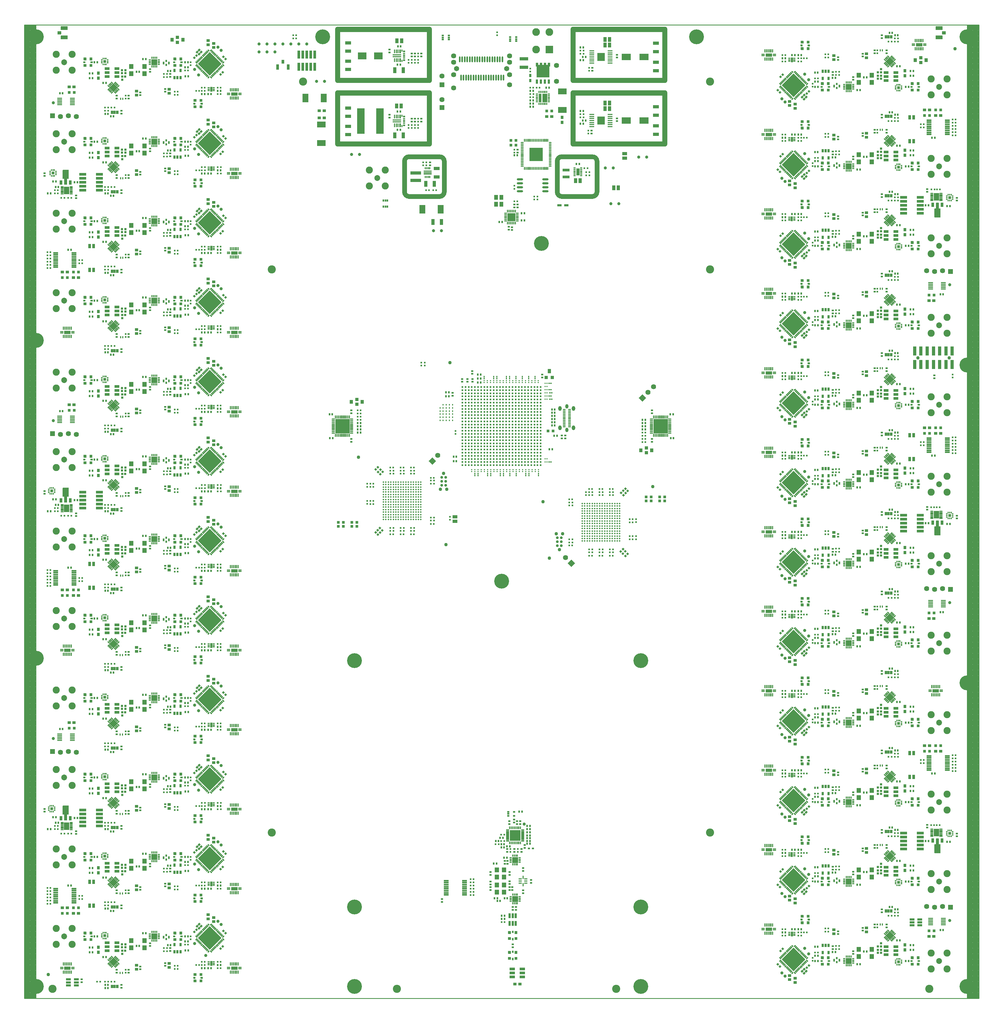
<source format=gts>
*
*
G04 PADS VX.2.3 Build Number: 9191294 generated Gerber (RS-274-X) file*
G04 PC Version=2.1*
*
%IN "radiant_v3.pcb"*%
*
%MOIN*%
*
%FSLAX35Y35*%
*
*
*
*
G04 PC Standard Apertures*
*
*
G04 Thermal Relief Aperture macro.*
%AMTER*
1,1,$1,0,0*
1,0,$1-$2,0,0*
21,0,$3,$4,0,0,45*
21,0,$3,$4,0,0,135*
%
*
*
G04 Annular Aperture macro.*
%AMANN*
1,1,$1,0,0*
1,0,$2,0,0*
%
*
*
G04 Odd Aperture macro.*
%AMODD*
1,1,$1,0,0*
1,0,$1-0.005,0,0*
%
*
*
G04 PC Custom Aperture Macros*
*
*
*
*
*
*
G04 PC Aperture Table*
*
%ADD010C,0.001*%
%ADD017C,0.002*%
%ADD034C,0.035*%
%ADD112C,0.039*%
%ADD128C,0.008*%
%ADD129C,0.00039*%
%ADD130C,0.05906*%
%ADD134C,0.01*%
%ADD135C,0.007*%
%ADD139C,0.016*%
%ADD174R,0.064X0.017*%
%ADD204C,0.073*%
%ADD205C,0.089*%
%ADD206R,0.0355X0.03353*%
%ADD207R,0.02683X0.02369*%
%ADD208R,0.024X0.028*%
%ADD209R,0.014X0.03*%
%ADD210R,0.03X0.014*%
%ADD211R,0.074X0.074*%
%ADD212C,0.02369*%
%ADD213R,0.028X0.024*%
%ADD214R,0.029X0.024*%
%ADD215R,0.054X0.064*%
%ADD216R,0.069X0.034*%
%ADD217R,0.016X0.036*%
%ADD218R,0.132X0.132*%
%ADD219R,0.02369X0.02369*%
%ADD220R,0.02132X0.01187*%
%ADD221R,0.01187X0.02132*%
%ADD222R,0.03392X0.03392*%
%ADD223R,0.037X0.053*%
%ADD224R,0.075X0.112*%
%ADD225R,0.02369X0.0355*%
%ADD226R,0.02369X0.02762*%
%ADD227R,0.026X0.043*%
%ADD228R,0.028X0.02*%
%ADD229R,0.05124X0.05912*%
%ADD230R,0.028X0.059*%
%ADD232R,0.039X0.032*%
%ADD233R,0.042X0.034*%
%ADD234C,0.01581*%
%ADD235R,0.02565X0.03983*%
%ADD236R,0.03156X0.01581*%
%ADD237R,0.02565X0.06109*%
%ADD238R,0.06109X0.02172*%
%ADD239R,0.035X0.035*%
%ADD240C,0.02014*%
%ADD241R,0.064X0.064*%
%ADD242C,0.064*%
%ADD243R,0.03392X0.054*%
%ADD244C,0.00656*%
%ADD245R,0.18471X0.18471*%
%ADD247R,0.01581X0.02762*%
%ADD248R,0.01975X0.04928*%
%ADD249R,0.01581X0.04928*%
%ADD250R,0.1103X0.01187*%
%ADD251R,0.02762X0.02369*%
%ADD252R,0.02762X0.01384*%
%ADD253R,0.075X0.043*%
%ADD254R,0.039X0.059*%
%ADD255R,0.06306X0.06306*%
%ADD258R,0.11817X0.08471*%
%ADD259R,0.062X0.018*%
%ADD260R,0.095X0.101*%
%ADD262O,0.09455X0.06306*%
%ADD263R,0.10243X0.01778*%
%ADD264R,0.01384X0.02762*%
%ADD265R,0.13786X0.04258*%
%ADD266R,0.043X0.075*%
%ADD267R,0.0414X0.05124*%
%ADD268R,0.04337X0.04337*%
%ADD269R,0.01424X0.03313*%
%ADD270R,0.03313X0.01424*%
%ADD271R,0.10243X0.10243*%
%ADD272R,0.016X0.02*%
%ADD273R,0.02X0.016*%
%ADD274R,0.01778X0.01581*%
%ADD275R,0.01581X0.01778*%
%ADD276R,0.01345X0.03943*%
%ADD277R,0.03943X0.01345*%
%ADD278R,0.0788X0.03943*%
%ADD279C,0.00794*%
%ADD280R,0.17132X0.17132*%
%ADD281R,0.04337X0.08668*%
%ADD282R,0.01345X0.02664*%
%ADD283R,0.02664X0.01345*%
%ADD284R,0.06109X0.1103*%
%ADD285R,0.03746X0.1103*%
%ADD287R,0.097X0.097*%
%ADD288C,0.097*%
%ADD289R,0.03746X0.01581*%
%ADD291O,0.04337X0.05912*%
%ADD292R,0.075X0.106*%
%ADD293R,0.02762X0.02054*%
%ADD294C,0.018*%
%ADD295C,0.187*%
%ADD296R,0.059X0.039*%
%ADD297R,0.028X0.043*%
%ADD298O,0.01778X0.07487*%
%ADD299C,0.06502*%
%ADD300R,0.03392X0.09849*%
%ADD301C,0.043*%
%ADD302R,0.04337X0.11227*%
%ADD303C,0.04337*%
%ADD304R,0.09061X0.04534*%
%ADD305R,0.04534X0.04337*%
%ADD306R,0.089X0.034*%
%ADD307C,0.00518*%
%ADD308R,0.06896X0.0977*%
%ADD309R,0.05912X0.02762*%
%ADD310O,0.078X0.028*%
%ADD311R,0.04337X0.01778*%
%ADD312R,0.01778X0.04337*%
%ADD313R,0.055X0.028*%
%ADD314R,0.04X0.04*%
%ADD315R,0.04X0.054*%
%ADD316R,0.03353X0.0355*%
%ADD317R,0.02369X0.02683*%
%ADD325R,0.034X0.042*%
%ADD326R,0.02054X0.02762*%
%ADD349C,0.10243*%
%ADD357O,0.03943X0.05518*%
%ADD359R,0.091X0.032*%
%ADD363R,0.0355X0.07093*%
%ADD364R,0.0355X0.04731*%
%ADD365R,0.01581X0.03156*%
%ADD374R,0.106X0.075*%
%ADD375R,0.09455X0.31896*%
%ADD376R,0.06384X0.03392*%
%ADD377R,0.02762X0.02762*%
%ADD378R,0.11X0.043*%
%ADD379R,0.1103X0.09061*%
%ADD380R,0.02802X0.054*%
%ADD381R,0.04337X0.04337*%
*
*
*
*
G04 PC Circuitry*
G04 Layer Name radiant_v3.pcb - circuitry*
%LPD*%
*
*
G04 PC Custom Flashes*
G04 Layer Name radiant_v3.pcb - flashes*
%LPD*%
*
*
G04 PC Circuitry*
G04 Layer Name radiant_v3.pcb - circuitry*
%LPD*%
*
G54D10*
G01X743299Y1277162D02*
X743270Y1277159D01*
X743242Y1277150*
X743216Y1277137*
X743193Y1277118*
X743174Y1277095*
X743161Y1277069*
X743152Y1277041*
X743149Y1277012*
Y1272996*
X743152Y1272967*
X743161Y1272939*
X743174Y1272913*
X743193Y1272890*
X743216Y1272871*
X743242Y1272857*
X743270Y1272849*
X743299Y1272846*
X744153*
Y1259217*
X744156Y1259187*
X744165Y1259159*
X744178Y1259133*
X744197Y1259110*
X744220Y1259092*
X744246Y1259078*
X744274Y1259069*
X744303Y1259067*
X759697*
X759726Y1259069*
X759754Y1259078*
X759780Y1259092*
X759803Y1259110*
X759822Y1259133*
X759835Y1259159*
X759844Y1259187*
X759847Y1259217*
Y1272846*
X760701*
X760730Y1272849*
X760758Y1272857*
X760784Y1272871*
X760807Y1272890*
X760826Y1272913*
X760839Y1272939*
X760848Y1272967*
X760851Y1272996*
Y1277012*
X760848Y1277041*
X760839Y1277069*
X760826Y1277095*
X760807Y1277118*
X760784Y1277137*
X760758Y1277150*
X760730Y1277159*
X760701Y1277162*
X758299*
X758270Y1277159*
X758242Y1277150*
X758216Y1277137*
X758193Y1277118*
X758174Y1277095*
X758161Y1277069*
X758152Y1277041*
X758149Y1277012*
Y1274367*
X758149D02*
X755851D01*
X755851D02*
Y1277012D01*
X755848Y1277041*
X755839Y1277069*
X755826Y1277095*
X755807Y1277118*
X755784Y1277137*
X755758Y1277150*
X755730Y1277159*
X755701Y1277162*
X753299*
X753270Y1277159*
X753242Y1277150*
X753216Y1277137*
X753193Y1277118*
X753174Y1277095*
X753161Y1277069*
X753152Y1277041*
X753149Y1277012*
Y1274367*
X753149D02*
X750851D01*
X750851D02*
Y1277012D01*
X750848Y1277041*
X750839Y1277069*
X750826Y1277095*
X750807Y1277118*
X750784Y1277137*
X750758Y1277150*
X750730Y1277159*
X750701Y1277162*
X748299*
X748270Y1277159*
X748242Y1277150*
X748216Y1277137*
X748193Y1277118*
X748174Y1277095*
X748161Y1277069*
X748152Y1277041*
X748149Y1277012*
Y1274367*
X748149D02*
X745851D01*
X745851D02*
Y1277012D01*
X745848Y1277041*
X745839Y1277069*
X745826Y1277095*
X745807Y1277118*
X745784Y1277137*
X745758Y1277150*
X745730Y1277159*
X745701Y1277162*
X743299*
X743150Y1272988D02*
Y1277020D01*
X743200Y1272884D02*
Y1277123D01*
X743250Y1272855D02*
Y1277153D01*
X743300Y1272846D02*
Y1277162D01*
X743350Y1272846D02*
Y1277162D01*
X743400Y1272846D02*
Y1277162D01*
X743450Y1272846D02*
Y1277162D01*
X743500Y1272846D02*
Y1277162D01*
X743550Y1272846D02*
Y1277162D01*
X743600Y1272846D02*
Y1277162D01*
X743650Y1272846D02*
Y1277162D01*
X743700Y1272846D02*
Y1277162D01*
X743750Y1272846D02*
Y1277162D01*
X743800Y1272846D02*
Y1277162D01*
X743850Y1272846D02*
Y1277162D01*
X743900Y1272846D02*
Y1277162D01*
X743950Y1272846D02*
Y1277162D01*
X744000Y1272846D02*
Y1277162D01*
X744050Y1272846D02*
Y1277162D01*
X744100Y1272846D02*
Y1277162D01*
X744150Y1272846D02*
Y1277162D01*
X744200Y1259108D02*
Y1277162D01*
X744250Y1259077D02*
Y1277162D01*
X744300Y1259067D02*
Y1277162D01*
X744350Y1259067D02*
Y1277162D01*
X744400Y1259067D02*
Y1277162D01*
X744450Y1259067D02*
Y1277162D01*
X744500Y1259067D02*
Y1277162D01*
X744550Y1259067D02*
Y1277162D01*
X744600Y1259067D02*
Y1277162D01*
X744650Y1259067D02*
Y1277162D01*
X744700Y1259067D02*
Y1277162D01*
X744750Y1259067D02*
Y1277162D01*
X744800Y1259067D02*
Y1277162D01*
X744850Y1259067D02*
Y1277162D01*
X744900Y1259067D02*
Y1277162D01*
X744950Y1259067D02*
Y1277162D01*
X745000Y1259067D02*
Y1277162D01*
X745050Y1259067D02*
Y1277162D01*
X745100Y1259067D02*
Y1277162D01*
X745150Y1259067D02*
Y1277162D01*
X745200Y1259067D02*
Y1277162D01*
X745250Y1259067D02*
Y1277162D01*
X745300Y1259067D02*
Y1277162D01*
X745350Y1259067D02*
Y1277162D01*
X745400Y1259067D02*
Y1277162D01*
X745450Y1259067D02*
Y1277162D01*
X745500Y1259067D02*
Y1277162D01*
X745550Y1259067D02*
Y1277162D01*
X745600Y1259067D02*
Y1277162D01*
X745650Y1259067D02*
Y1277162D01*
X745700Y1259067D02*
Y1277162D01*
X745750Y1259067D02*
Y1277153D01*
X745800Y1259067D02*
Y1277123D01*
X745850Y1259067D02*
Y1277020D01*
X745900Y1259067D02*
Y1274367D01*
X745950Y1259067D02*
Y1274367D01*
X746000Y1259067D02*
Y1274367D01*
X746050Y1259067D02*
Y1274367D01*
X746100Y1259067D02*
Y1274367D01*
X746150Y1259067D02*
Y1274367D01*
X746200Y1259067D02*
Y1274367D01*
X746250Y1259067D02*
Y1274367D01*
X746300Y1259067D02*
Y1274367D01*
X746350Y1259067D02*
Y1274367D01*
X746400Y1259067D02*
Y1274367D01*
X746450Y1259067D02*
Y1274367D01*
X746500Y1259067D02*
Y1274367D01*
X746550Y1259067D02*
Y1274367D01*
X746600Y1259067D02*
Y1274367D01*
X746650Y1259067D02*
Y1274367D01*
X746700Y1259067D02*
Y1274367D01*
X746750Y1259067D02*
Y1274367D01*
X746800Y1259067D02*
Y1274367D01*
X746850Y1259067D02*
Y1274367D01*
X746900Y1259067D02*
Y1274367D01*
X746950Y1259067D02*
Y1274367D01*
X747000Y1259067D02*
Y1274367D01*
X747050Y1259067D02*
Y1274367D01*
X747100Y1259067D02*
Y1274367D01*
X747150Y1259067D02*
Y1274367D01*
X747200Y1259067D02*
Y1274367D01*
X747250Y1259067D02*
Y1274367D01*
X747300Y1259067D02*
Y1274367D01*
X747350Y1259067D02*
Y1274367D01*
X747400Y1259067D02*
Y1274367D01*
X747450Y1259067D02*
Y1274367D01*
X747500Y1259067D02*
Y1274367D01*
X747550Y1259067D02*
Y1274367D01*
X747600Y1259067D02*
Y1274367D01*
X747650Y1259067D02*
Y1274367D01*
X747700Y1259067D02*
Y1274367D01*
X747750Y1259067D02*
Y1274367D01*
X747800Y1259067D02*
Y1274367D01*
X747850Y1259067D02*
Y1274367D01*
X747900Y1259067D02*
Y1274367D01*
X747950Y1259067D02*
Y1274367D01*
X748000Y1259067D02*
Y1274367D01*
X748050Y1259067D02*
Y1274367D01*
X748100Y1259067D02*
Y1274367D01*
X748150Y1259067D02*
Y1277020D01*
X748200Y1259067D02*
Y1277123D01*
X748250Y1259067D02*
Y1277153D01*
X748300Y1259067D02*
Y1277162D01*
X748350Y1259067D02*
Y1277162D01*
X748400Y1259067D02*
Y1277162D01*
X748450Y1259067D02*
Y1277162D01*
X748500Y1259067D02*
Y1277162D01*
X748550Y1259067D02*
Y1277162D01*
X748600Y1259067D02*
Y1277162D01*
X748650Y1259067D02*
Y1277162D01*
X748700Y1259067D02*
Y1277162D01*
X748750Y1259067D02*
Y1277162D01*
X748800Y1259067D02*
Y1277162D01*
X748850Y1259067D02*
Y1277162D01*
X748900Y1259067D02*
Y1277162D01*
X748950Y1259067D02*
Y1277162D01*
X749000Y1259067D02*
Y1277162D01*
X749050Y1259067D02*
Y1277162D01*
X749100Y1259067D02*
Y1277162D01*
X749150Y1259067D02*
Y1277162D01*
X749200Y1259067D02*
Y1277162D01*
X749250Y1259067D02*
Y1277162D01*
X749300Y1259067D02*
Y1277162D01*
X749350Y1259067D02*
Y1277162D01*
X749400Y1259067D02*
Y1277162D01*
X749450Y1259067D02*
Y1277162D01*
X749500Y1259067D02*
Y1277162D01*
X749550Y1259067D02*
Y1277162D01*
X749600Y1259067D02*
Y1277162D01*
X749650Y1259067D02*
Y1277162D01*
X749700Y1259067D02*
Y1277162D01*
X749750Y1259067D02*
Y1277162D01*
X749800Y1259067D02*
Y1277162D01*
X749850Y1259067D02*
Y1277162D01*
X749900Y1259067D02*
Y1277162D01*
X749950Y1259067D02*
Y1277162D01*
X750000Y1259067D02*
Y1277162D01*
X750050Y1259067D02*
Y1277162D01*
X750100Y1259067D02*
Y1277162D01*
X750150Y1259067D02*
Y1277162D01*
X750200Y1259067D02*
Y1277162D01*
X750250Y1259067D02*
Y1277162D01*
X750300Y1259067D02*
Y1277162D01*
X750350Y1259067D02*
Y1277162D01*
X750400Y1259067D02*
Y1277162D01*
X750450Y1259067D02*
Y1277162D01*
X750500Y1259067D02*
Y1277162D01*
X750550Y1259067D02*
Y1277162D01*
X750600Y1259067D02*
Y1277162D01*
X750650Y1259067D02*
Y1277162D01*
X750700Y1259067D02*
Y1277162D01*
X750750Y1259067D02*
Y1277153D01*
X750800Y1259067D02*
Y1277123D01*
X750850Y1259067D02*
Y1277020D01*
X750900Y1259067D02*
Y1274367D01*
X750950Y1259067D02*
Y1274367D01*
X751000Y1259067D02*
Y1274367D01*
X751050Y1259067D02*
Y1274367D01*
X751100Y1259067D02*
Y1274367D01*
X751150Y1259067D02*
Y1274367D01*
X751200Y1259067D02*
Y1274367D01*
X751250Y1259067D02*
Y1274367D01*
X751300Y1259067D02*
Y1274367D01*
X751350Y1259067D02*
Y1274367D01*
X751400Y1259067D02*
Y1274367D01*
X751450Y1259067D02*
Y1274367D01*
X751500Y1259067D02*
Y1274367D01*
X751550Y1259067D02*
Y1274367D01*
X751600Y1259067D02*
Y1274367D01*
X751650Y1259067D02*
Y1274367D01*
X751700Y1259067D02*
Y1274367D01*
X751750Y1259067D02*
Y1274367D01*
X751800Y1259067D02*
Y1274367D01*
X751850Y1259067D02*
Y1274367D01*
X751900Y1259067D02*
Y1274367D01*
X751950Y1259067D02*
Y1274367D01*
X752000Y1259067D02*
Y1274367D01*
X752050Y1259067D02*
Y1274367D01*
X752100Y1259067D02*
Y1274367D01*
X752150Y1259067D02*
Y1274367D01*
X752200Y1259067D02*
Y1274367D01*
X752250Y1259067D02*
Y1274367D01*
X752300Y1259067D02*
Y1274367D01*
X752350Y1259067D02*
Y1274367D01*
X752400Y1259067D02*
Y1274367D01*
X752450Y1259067D02*
Y1274367D01*
X752500Y1259067D02*
Y1274367D01*
X752550Y1259067D02*
Y1274367D01*
X752600Y1259067D02*
Y1274367D01*
X752650Y1259067D02*
Y1274367D01*
X752700Y1259067D02*
Y1274367D01*
X752750Y1259067D02*
Y1274367D01*
X752800Y1259067D02*
Y1274367D01*
X752850Y1259067D02*
Y1274367D01*
X752900Y1259067D02*
Y1274367D01*
X752950Y1259067D02*
Y1274367D01*
X753000Y1259067D02*
Y1274367D01*
X753050Y1259067D02*
Y1274367D01*
X753100Y1259067D02*
Y1274367D01*
X753150Y1259067D02*
Y1277020D01*
X753200Y1259067D02*
Y1277123D01*
X753250Y1259067D02*
Y1277153D01*
X753300Y1259067D02*
Y1277162D01*
X753350Y1259067D02*
Y1277162D01*
X753400Y1259067D02*
Y1277162D01*
X753450Y1259067D02*
Y1277162D01*
X753500Y1259067D02*
Y1277162D01*
X753550Y1259067D02*
Y1277162D01*
X753600Y1259067D02*
Y1277162D01*
X753650Y1259067D02*
Y1277162D01*
X753700Y1259067D02*
Y1277162D01*
X753750Y1259067D02*
Y1277162D01*
X753800Y1259067D02*
Y1277162D01*
X753850Y1259067D02*
Y1277162D01*
X753900Y1259067D02*
Y1277162D01*
X753950Y1259067D02*
Y1277162D01*
X754000Y1259067D02*
Y1277162D01*
X754050Y1259067D02*
Y1277162D01*
X754100Y1259067D02*
Y1277162D01*
X754150Y1259067D02*
Y1277162D01*
X754200Y1259067D02*
Y1277162D01*
X754250Y1259067D02*
Y1277162D01*
X754300Y1259067D02*
Y1277162D01*
X754350Y1259067D02*
Y1277162D01*
X754400Y1259067D02*
Y1277162D01*
X754450Y1259067D02*
Y1277162D01*
X754500Y1259067D02*
Y1277162D01*
X754550Y1259067D02*
Y1277162D01*
X754600Y1259067D02*
Y1277162D01*
X754650Y1259067D02*
Y1277162D01*
X754700Y1259067D02*
Y1277162D01*
X754750Y1259067D02*
Y1277162D01*
X754800Y1259067D02*
Y1277162D01*
X754850Y1259067D02*
Y1277162D01*
X754900Y1259067D02*
Y1277162D01*
X754950Y1259067D02*
Y1277162D01*
X755000Y1259067D02*
Y1277162D01*
X755050Y1259067D02*
Y1277162D01*
X755100Y1259067D02*
Y1277162D01*
X755150Y1259067D02*
Y1277162D01*
X755200Y1259067D02*
Y1277162D01*
X755250Y1259067D02*
Y1277162D01*
X755300Y1259067D02*
Y1277162D01*
X755350Y1259067D02*
Y1277162D01*
X755400Y1259067D02*
Y1277162D01*
X755450Y1259067D02*
Y1277162D01*
X755500Y1259067D02*
Y1277162D01*
X755550Y1259067D02*
Y1277162D01*
X755600Y1259067D02*
Y1277162D01*
X755650Y1259067D02*
Y1277162D01*
X755700Y1259067D02*
Y1277162D01*
X755750Y1259067D02*
Y1277153D01*
X755800Y1259067D02*
Y1277123D01*
X755850Y1259067D02*
Y1277020D01*
X755900Y1259067D02*
Y1274367D01*
X755950Y1259067D02*
Y1274367D01*
X756000Y1259067D02*
Y1274367D01*
X756050Y1259067D02*
Y1274367D01*
X756100Y1259067D02*
Y1274367D01*
X756150Y1259067D02*
Y1274367D01*
X756200Y1259067D02*
Y1274367D01*
X756250Y1259067D02*
Y1274367D01*
X756300Y1259067D02*
Y1274367D01*
X756350Y1259067D02*
Y1274367D01*
X756400Y1259067D02*
Y1274367D01*
X756450Y1259067D02*
Y1274367D01*
X756500Y1259067D02*
Y1274367D01*
X756550Y1259067D02*
Y1274367D01*
X756600Y1259067D02*
Y1274367D01*
X756650Y1259067D02*
Y1274367D01*
X756700Y1259067D02*
Y1274367D01*
X756750Y1259067D02*
Y1274367D01*
X756800Y1259067D02*
Y1274367D01*
X756850Y1259067D02*
Y1274367D01*
X756900Y1259067D02*
Y1274367D01*
X756950Y1259067D02*
Y1274367D01*
X757000Y1259067D02*
Y1274367D01*
X757050Y1259067D02*
Y1274367D01*
X757100Y1259067D02*
Y1274367D01*
X757150Y1259067D02*
Y1274367D01*
X757200Y1259067D02*
Y1274367D01*
X757250Y1259067D02*
Y1274367D01*
X757300Y1259067D02*
Y1274367D01*
X757350Y1259067D02*
Y1274367D01*
X757400Y1259067D02*
Y1274367D01*
X757450Y1259067D02*
Y1274367D01*
X757500Y1259067D02*
Y1274367D01*
X757550Y1259067D02*
Y1274367D01*
X757600Y1259067D02*
Y1274367D01*
X757650Y1259067D02*
Y1274367D01*
X757700Y1259067D02*
Y1274367D01*
X757750Y1259067D02*
Y1274367D01*
X757800Y1259067D02*
Y1274367D01*
X757850Y1259067D02*
Y1274367D01*
X757900Y1259067D02*
Y1274367D01*
X757950Y1259067D02*
Y1274367D01*
X758000Y1259067D02*
Y1274367D01*
X758050Y1259067D02*
Y1274367D01*
X758100Y1259067D02*
Y1274367D01*
X758150Y1259067D02*
Y1277020D01*
X758200Y1259067D02*
Y1277123D01*
X758250Y1259067D02*
Y1277153D01*
X758300Y1259067D02*
Y1277162D01*
X758350Y1259067D02*
Y1277162D01*
X758400Y1259067D02*
Y1277162D01*
X758450Y1259067D02*
Y1277162D01*
X758500Y1259067D02*
Y1277162D01*
X758550Y1259067D02*
Y1277162D01*
X758600Y1259067D02*
Y1277162D01*
X758650Y1259067D02*
Y1277162D01*
X758700Y1259067D02*
Y1277162D01*
X758750Y1259067D02*
Y1277162D01*
X758800Y1259067D02*
Y1277162D01*
X758850Y1259067D02*
Y1277162D01*
X758900Y1259067D02*
Y1277162D01*
X758950Y1259067D02*
Y1277162D01*
X759000Y1259067D02*
Y1277162D01*
X759050Y1259067D02*
Y1277162D01*
X759100Y1259067D02*
Y1277162D01*
X759150Y1259067D02*
Y1277162D01*
X759200Y1259067D02*
Y1277162D01*
X759250Y1259067D02*
Y1277162D01*
X759300Y1259067D02*
Y1277162D01*
X759350Y1259067D02*
Y1277162D01*
X759400Y1259067D02*
Y1277162D01*
X759450Y1259067D02*
Y1277162D01*
X759500Y1259067D02*
Y1277162D01*
X759550Y1259067D02*
Y1277162D01*
X759600Y1259067D02*
Y1277162D01*
X759650Y1259067D02*
Y1277162D01*
X759700Y1259067D02*
Y1277162D01*
X759750Y1259077D02*
Y1277162D01*
X759800Y1259108D02*
Y1277162D01*
X759850Y1272846D02*
Y1277162D01*
X759900Y1272846D02*
Y1277162D01*
X759950Y1272846D02*
Y1277162D01*
X760000Y1272846D02*
Y1277162D01*
X760050Y1272846D02*
Y1277162D01*
X760100Y1272846D02*
Y1277162D01*
X760150Y1272846D02*
Y1277162D01*
X760200Y1272846D02*
Y1277162D01*
X760250Y1272846D02*
Y1277162D01*
X760300Y1272846D02*
Y1277162D01*
X760350Y1272846D02*
Y1277162D01*
X760400Y1272846D02*
Y1277162D01*
X760450Y1272846D02*
Y1277162D01*
X760500Y1272846D02*
Y1277162D01*
X760550Y1272846D02*
Y1277162D01*
X760600Y1272846D02*
Y1277162D01*
X760650Y1272846D02*
Y1277162D01*
X760700Y1272846D02*
Y1277162D01*
X760750Y1272855D02*
Y1277153D01*
X760800Y1272884D02*
Y1277123D01*
X760850Y1272988D02*
Y1277020D01*
X1214735Y241525D02*
Y244391D01*
X1217780*
Y241525*
X1214735*
X1214341Y246063D02*
Y247934D01*
X1216516*
Y246063*
X1214341*
X1214735Y249613D02*
Y252462D01*
X1217781*
Y249613*
X1214735*
X1222215D02*
Y252462D01*
X1225273*
Y249613*
X1222215*
X1223475Y246064D02*
Y247934D01*
X1225669*
Y246064*
X1223475*
X1222215Y241528D02*
Y244391D01*
X1225275*
Y241528*
X1222215*
X185265Y183475D02*
Y180609D01*
X182220*
Y183475*
X185265*
X185659Y178937D02*
Y177066D01*
X183484*
Y178937*
X185659*
X185265Y175387D02*
Y172538D01*
X182219*
Y175387*
X185265*
X177785D02*
Y172538D01*
X174727*
Y175387*
X177785*
X176525Y178936D02*
Y177066D01*
X174331*
Y178936*
X176525*
X177785Y183472D02*
Y180609D01*
X174725*
Y183472*
X177785*
X287735Y172525D02*
Y175391D01*
X290780*
Y172525*
X287735*
X287341Y177063D02*
Y178934D01*
X289516*
Y177063*
X287341*
X287735Y180613D02*
Y183462D01*
X290781*
Y180613*
X287735*
X295215D02*
Y183462D01*
X298273*
Y180613*
X295215*
X296475Y177064D02*
Y178934D01*
X298669*
Y177064*
X296475*
X295215Y172528D02*
Y175391D01*
X298275*
Y172528*
X295215*
X185265Y283475D02*
Y280609D01*
X182220*
Y283475*
X185265*
X185659Y278937D02*
Y277066D01*
X183484*
Y278937*
X185659*
X185265Y275387D02*
Y272538D01*
X182219*
Y275387*
X185265*
X177785D02*
Y272538D01*
X174727*
Y275387*
X177785*
X176525Y278936D02*
Y277066D01*
X174331*
Y278936*
X176525*
X177785Y283472D02*
Y280609D01*
X174725*
Y283472*
X177785*
X287735Y272525D02*
Y275391D01*
X290780*
Y272525*
X287735*
X287341Y277063D02*
Y278934D01*
X289516*
Y277063*
X287341*
X287735Y280613D02*
Y283462D01*
X290781*
Y280613*
X287735*
X295215D02*
Y283462D01*
X298273*
Y280613*
X295215*
X296475Y277064D02*
Y278934D01*
X298669*
Y277064*
X296475*
X295215Y272528D02*
Y275391D01*
X298275*
Y272528*
X295215*
X185265Y383475D02*
Y380609D01*
X182220*
Y383475*
X185265*
X185659Y378937D02*
Y377066D01*
X183484*
Y378937*
X185659*
X185265Y375387D02*
Y372538D01*
X182219*
Y375387*
X185265*
X177785D02*
Y372538D01*
X174727*
Y375387*
X177785*
X176525Y378936D02*
Y377066D01*
X174331*
Y378936*
X176525*
X177785Y383472D02*
Y380609D01*
X174725*
Y383472*
X177785*
X287735Y372525D02*
Y375391D01*
X290780*
Y372525*
X287735*
X287341Y377063D02*
Y378934D01*
X289516*
Y377063*
X287341*
X287735Y380613D02*
Y383462D01*
X290781*
Y380613*
X287735*
X295215D02*
Y383462D01*
X298273*
Y380613*
X295215*
X296475Y377064D02*
Y378934D01*
X298669*
Y377064*
X296475*
X295215Y372528D02*
Y375391D01*
X298275*
Y372528*
X295215*
X185265Y483475D02*
Y480609D01*
X182220*
Y483475*
X185265*
X185659Y478937D02*
Y477066D01*
X183484*
Y478937*
X185659*
X185265Y475387D02*
Y472538D01*
X182219*
Y475387*
X185265*
X177785D02*
Y472538D01*
X174727*
Y475387*
X177785*
X176525Y478936D02*
Y477066D01*
X174331*
Y478936*
X176525*
X177785Y483472D02*
Y480609D01*
X174725*
Y483472*
X177785*
X287735Y472525D02*
Y475391D01*
X290780*
Y472525*
X287735*
X287341Y477063D02*
Y478934D01*
X289516*
Y477063*
X287341*
X287735Y480613D02*
Y483462D01*
X290781*
Y480613*
X287735*
X295215D02*
Y483462D01*
X298273*
Y480613*
X295215*
X296475Y477064D02*
Y478934D01*
X298669*
Y477064*
X296475*
X295215Y472528D02*
Y475391D01*
X298275*
Y472528*
X295215*
X313081Y120450D02*
Y123316D01*
X316126*
Y120450*
X313081*
X312687Y124988D02*
Y126859D01*
X314862*
Y124988*
X312687*
X313081Y128538D02*
Y131387D01*
X316127*
Y128538*
X313081*
X320561D02*
Y131387D01*
X323619*
Y128538*
X320561*
X321821Y124989D02*
Y126859D01*
X324015*
Y124989*
X321821*
X320561Y120453D02*
Y123316D01*
X323621*
Y120453*
X320561*
X313081Y220450D02*
Y223316D01*
X316126*
Y220450*
X313081*
X312687Y224988D02*
Y226859D01*
X314862*
Y224988*
X312687*
X313081Y228538D02*
Y231387D01*
X316127*
Y228538*
X313081*
X320561D02*
Y231387D01*
X323619*
Y228538*
X320561*
X321821Y224989D02*
Y226859D01*
X324015*
Y224989*
X321821*
X320561Y220453D02*
Y223316D01*
X323621*
Y220453*
X320561*
X313081Y320450D02*
Y323316D01*
X316126*
Y320450*
X313081*
X312687Y324988D02*
Y326859D01*
X314862*
Y324988*
X312687*
X313081Y328538D02*
Y331387D01*
X316127*
Y328538*
X313081*
X320561D02*
Y331387D01*
X323619*
Y328538*
X320561*
X321821Y324989D02*
Y326859D01*
X324015*
Y324989*
X321821*
X320561Y320453D02*
Y323316D01*
X323621*
Y320453*
X320561*
X313081Y420450D02*
Y423316D01*
X316126*
Y420450*
X313081*
X312687Y424988D02*
Y426859D01*
X314862*
Y424988*
X312687*
X313081Y428538D02*
Y431387D01*
X316127*
Y428538*
X313081*
X320561D02*
Y431387D01*
X323619*
Y428538*
X320561*
X321821Y424989D02*
Y426859D01*
X324015*
Y424989*
X321821*
X320561Y420453D02*
Y423316D01*
X323621*
Y420453*
X320561*
X185265Y583475D02*
Y580609D01*
X182220*
Y583475*
X185265*
X185659Y578937D02*
Y577066D01*
X183484*
Y578937*
X185659*
X185265Y575387D02*
Y572538D01*
X182219*
Y575387*
X185265*
X177785D02*
Y572538D01*
X174727*
Y575387*
X177785*
X176525Y578936D02*
Y577066D01*
X174331*
Y578936*
X176525*
X177785Y583472D02*
Y580609D01*
X174725*
Y583472*
X177785*
X287735Y572525D02*
Y575391D01*
X290780*
Y572525*
X287735*
X287341Y577063D02*
Y578934D01*
X289516*
Y577063*
X287341*
X287735Y580613D02*
Y583462D01*
X290781*
Y580613*
X287735*
X295215D02*
Y583462D01*
X298273*
Y580613*
X295215*
X296475Y577064D02*
Y578934D01*
X298669*
Y577064*
X296475*
X295215Y572528D02*
Y575391D01*
X298275*
Y572528*
X295215*
X313081Y520450D02*
Y523316D01*
X316126*
Y520450*
X313081*
X312687Y524988D02*
Y526859D01*
X314862*
Y524988*
X312687*
X313081Y528538D02*
Y531387D01*
X316127*
Y528538*
X313081*
X320561D02*
Y531387D01*
X323619*
Y528538*
X320561*
X321821Y524989D02*
Y526859D01*
X324015*
Y524989*
X321821*
X320561Y520453D02*
Y523316D01*
X323621*
Y520453*
X320561*
X185265Y683475D02*
Y680609D01*
X182220*
Y683475*
X185265*
X185659Y678937D02*
Y677066D01*
X183484*
Y678937*
X185659*
X185265Y675387D02*
Y672538D01*
X182219*
Y675387*
X185265*
X177785D02*
Y672538D01*
X174727*
Y675387*
X177785*
X176525Y678936D02*
Y677066D01*
X174331*
Y678936*
X176525*
X177785Y683472D02*
Y680609D01*
X174725*
Y683472*
X177785*
X287735Y672525D02*
Y675391D01*
X290780*
Y672525*
X287735*
X287341Y677063D02*
Y678934D01*
X289516*
Y677063*
X287341*
X287735Y680613D02*
Y683462D01*
X290781*
Y680613*
X287735*
X295215D02*
Y683462D01*
X298273*
Y680613*
X295215*
X296475Y677064D02*
Y678934D01*
X298669*
Y677064*
X296475*
X295215Y672528D02*
Y675391D01*
X298275*
Y672528*
X295215*
X313081Y620450D02*
Y623316D01*
X316126*
Y620450*
X313081*
X312687Y624988D02*
Y626859D01*
X314862*
Y624988*
X312687*
X313081Y628538D02*
Y631387D01*
X316127*
Y628538*
X313081*
X320561D02*
Y631387D01*
X323619*
Y628538*
X320561*
X321821Y624989D02*
Y626859D01*
X324015*
Y624989*
X321821*
X320561Y620453D02*
Y623316D01*
X323621*
Y620453*
X320561*
X185265Y783475D02*
Y780609D01*
X182220*
Y783475*
X185265*
X185659Y778937D02*
Y777066D01*
X183484*
Y778937*
X185659*
X185265Y775387D02*
Y772538D01*
X182219*
Y775387*
X185265*
X177785D02*
Y772538D01*
X174727*
Y775387*
X177785*
X176525Y778936D02*
Y777066D01*
X174331*
Y778936*
X176525*
X177785Y783472D02*
Y780609D01*
X174725*
Y783472*
X177785*
X287735Y772525D02*
Y775391D01*
X290780*
Y772525*
X287735*
X287341Y777063D02*
Y778934D01*
X289516*
Y777063*
X287341*
X287735Y780613D02*
Y783462D01*
X290781*
Y780613*
X287735*
X295215D02*
Y783462D01*
X298273*
Y780613*
X295215*
X296475Y777064D02*
Y778934D01*
X298669*
Y777064*
X296475*
X295215Y772528D02*
Y775391D01*
X298275*
Y772528*
X295215*
X313081Y720450D02*
Y723316D01*
X316126*
Y720450*
X313081*
X312687Y724988D02*
Y726859D01*
X314862*
Y724988*
X312687*
X313081Y728538D02*
Y731387D01*
X316127*
Y728538*
X313081*
X320561D02*
Y731387D01*
X323619*
Y728538*
X320561*
X321821Y724989D02*
Y726859D01*
X324015*
Y724989*
X321821*
X320561Y720453D02*
Y723316D01*
X323621*
Y720453*
X320561*
X185265Y883475D02*
Y880609D01*
X182220*
Y883475*
X185265*
X185659Y878937D02*
Y877066D01*
X183484*
Y878937*
X185659*
X185265Y875387D02*
Y872538D01*
X182219*
Y875387*
X185265*
X177785D02*
Y872538D01*
X174727*
Y875387*
X177785*
X176525Y878936D02*
Y877066D01*
X174331*
Y878936*
X176525*
X177785Y883472D02*
Y880609D01*
X174725*
Y883472*
X177785*
X287735Y872525D02*
Y875391D01*
X290780*
Y872525*
X287735*
X287341Y877063D02*
Y878934D01*
X289516*
Y877063*
X287341*
X287735Y880613D02*
Y883462D01*
X290781*
Y880613*
X287735*
X295215D02*
Y883462D01*
X298273*
Y880613*
X295215*
X296475Y877064D02*
Y878934D01*
X298669*
Y877064*
X296475*
X295215Y872528D02*
Y875391D01*
X298275*
Y872528*
X295215*
X313081Y820450D02*
Y823316D01*
X316126*
Y820450*
X313081*
X312687Y824988D02*
Y826859D01*
X314862*
Y824988*
X312687*
X313081Y828538D02*
Y831387D01*
X316127*
Y828538*
X313081*
X320561D02*
Y831387D01*
X323619*
Y828538*
X320561*
X321821Y824989D02*
Y826859D01*
X324015*
Y824989*
X321821*
X320561Y820453D02*
Y823316D01*
X323621*
Y820453*
X320561*
X185265Y983475D02*
Y980609D01*
X182220*
Y983475*
X185265*
X185659Y978937D02*
Y977066D01*
X183484*
Y978937*
X185659*
X185265Y975387D02*
Y972538D01*
X182219*
Y975387*
X185265*
X177785D02*
Y972538D01*
X174727*
Y975387*
X177785*
X176525Y978936D02*
Y977066D01*
X174331*
Y978936*
X176525*
X177785Y983472D02*
Y980609D01*
X174725*
Y983472*
X177785*
X287735Y972525D02*
Y975391D01*
X290780*
Y972525*
X287735*
X287341Y977063D02*
Y978934D01*
X289516*
Y977063*
X287341*
X287735Y980613D02*
Y983462D01*
X290781*
Y980613*
X287735*
X295215D02*
Y983462D01*
X298273*
Y980613*
X295215*
X296475Y977064D02*
Y978934D01*
X298669*
Y977064*
X296475*
X295215Y972528D02*
Y975391D01*
X298275*
Y972528*
X295215*
X313081Y920450D02*
Y923316D01*
X316126*
Y920450*
X313081*
X312687Y924988D02*
Y926859D01*
X314862*
Y924988*
X312687*
X313081Y928538D02*
Y931387D01*
X316127*
Y928538*
X313081*
X320561D02*
Y931387D01*
X323619*
Y928538*
X320561*
X321821Y924989D02*
Y926859D01*
X324015*
Y924989*
X321821*
X320561Y920453D02*
Y923316D01*
X323621*
Y920453*
X320561*
X185265Y1083475D02*
Y1080609D01*
X182220*
Y1083475*
X185265*
X185659Y1078937D02*
Y1077066D01*
X183484*
Y1078937*
X185659*
X185265Y1075387D02*
Y1072538D01*
X182219*
Y1075387*
X185265*
X177785D02*
Y1072538D01*
X174727*
Y1075387*
X177785*
X176525Y1078936D02*
Y1077066D01*
X174331*
Y1078936*
X176525*
X177785Y1083472D02*
Y1080609D01*
X174725*
Y1083472*
X177785*
X287735Y1072525D02*
Y1075391D01*
X290780*
Y1072525*
X287735*
X287341Y1077063D02*
Y1078934D01*
X289516*
Y1077063*
X287341*
X287735Y1080613D02*
Y1083462D01*
X290781*
Y1080613*
X287735*
X295215D02*
Y1083462D01*
X298273*
Y1080613*
X295215*
X296475Y1077064D02*
Y1078934D01*
X298669*
Y1077064*
X296475*
X295215Y1072528D02*
Y1075391D01*
X298275*
Y1072528*
X295215*
X313081Y1020450D02*
Y1023316D01*
X316126*
Y1020450*
X313081*
X312687Y1024988D02*
Y1026859D01*
X314862*
Y1024988*
X312687*
X313081Y1028538D02*
Y1031387D01*
X316127*
Y1028538*
X313081*
X320561D02*
Y1031387D01*
X323619*
Y1028538*
X320561*
X321821Y1024989D02*
Y1026859D01*
X324015*
Y1024989*
X321821*
X320561Y1020453D02*
Y1023316D01*
X323621*
Y1020453*
X320561*
X185265Y1183475D02*
Y1180609D01*
X182220*
Y1183475*
X185265*
X185659Y1178937D02*
Y1177066D01*
X183484*
Y1178937*
X185659*
X185265Y1175387D02*
Y1172538D01*
X182219*
Y1175387*
X185265*
X177785D02*
Y1172538D01*
X174727*
Y1175387*
X177785*
X176525Y1178936D02*
Y1177066D01*
X174331*
Y1178936*
X176525*
X177785Y1183472D02*
Y1180609D01*
X174725*
Y1183472*
X177785*
X287735Y1172525D02*
Y1175391D01*
X290780*
Y1172525*
X287735*
X287341Y1177063D02*
Y1178934D01*
X289516*
Y1177063*
X287341*
X287735Y1180613D02*
Y1183462D01*
X290781*
Y1180613*
X287735*
X295215D02*
Y1183462D01*
X298273*
Y1180613*
X295215*
X296475Y1177064D02*
Y1178934D01*
X298669*
Y1177064*
X296475*
X295215Y1172528D02*
Y1175391D01*
X298275*
Y1172528*
X295215*
X313081Y1120450D02*
Y1123316D01*
X316126*
Y1120450*
X313081*
X312687Y1124988D02*
Y1126859D01*
X314862*
Y1124988*
X312687*
X313081Y1128538D02*
Y1131387D01*
X316127*
Y1128538*
X313081*
X320561D02*
Y1131387D01*
X323619*
Y1128538*
X320561*
X321821Y1124989D02*
Y1126859D01*
X324015*
Y1124989*
X321821*
X320561Y1120453D02*
Y1123316D01*
X323621*
Y1120453*
X320561*
X185265Y1283475D02*
Y1280609D01*
X182220*
Y1283475*
X185265*
X185659Y1278937D02*
Y1277066D01*
X183484*
Y1278937*
X185659*
X185265Y1275387D02*
Y1272538D01*
X182219*
Y1275387*
X185265*
X177785D02*
Y1272538D01*
X174727*
Y1275387*
X177785*
X176525Y1278936D02*
Y1277066D01*
X174331*
Y1278936*
X176525*
X177785Y1283472D02*
Y1280609D01*
X174725*
Y1283472*
X177785*
X287735Y1272525D02*
Y1275391D01*
X290780*
Y1272525*
X287735*
X287341Y1277063D02*
Y1278934D01*
X289516*
Y1277063*
X287341*
X287735Y1280613D02*
Y1283462D01*
X290781*
Y1280613*
X287735*
X295215D02*
Y1283462D01*
X298273*
Y1280613*
X295215*
X296475Y1277064D02*
Y1278934D01*
X298669*
Y1277064*
X296475*
X295215Y1272528D02*
Y1275391D01*
X298275*
Y1272528*
X295215*
X313081Y1220450D02*
Y1223316D01*
X316126*
Y1220450*
X313081*
X312687Y1224988D02*
Y1226859D01*
X314862*
Y1224988*
X312687*
X313081Y1228538D02*
Y1231387D01*
X316127*
Y1228538*
X313081*
X320561D02*
Y1231387D01*
X323619*
Y1228538*
X320561*
X321821Y1224989D02*
Y1226859D01*
X324015*
Y1224989*
X321821*
X320561Y1220453D02*
Y1223316D01*
X323621*
Y1220453*
X320561*
X1214735Y1241525D02*
Y1244391D01*
X1217780*
Y1241525*
X1214735*
X1214341Y1246063D02*
Y1247934D01*
X1216516*
Y1246063*
X1214341*
X1214735Y1249613D02*
Y1252462D01*
X1217781*
Y1249613*
X1214735*
X1222215D02*
Y1252462D01*
X1225273*
Y1249613*
X1222215*
X1223475Y1246064D02*
Y1247934D01*
X1225669*
Y1246064*
X1223475*
X1222215Y1241528D02*
Y1244391D01*
X1225275*
Y1241528*
X1222215*
X1112265Y1252475D02*
Y1249609D01*
X1109220*
Y1252475*
X1112265*
X1112659Y1247937D02*
Y1246066D01*
X1110484*
Y1247937*
X1112659*
X1112265Y1244387D02*
Y1241538D01*
X1109219*
Y1244387*
X1112265*
X1104785D02*
Y1241538D01*
X1101727*
Y1244387*
X1104785*
X1103525Y1247936D02*
Y1246066D01*
X1101331*
Y1247936*
X1103525*
X1104785Y1252472D02*
Y1249609D01*
X1101725*
Y1252472*
X1104785*
X1086919Y1304550D02*
Y1301684D01*
X1083874*
Y1304550*
X1086919*
X1087313Y1300012D02*
Y1298141D01*
X1085138*
Y1300012*
X1087313*
X1086919Y1296462D02*
Y1293613D01*
X1083873*
Y1296462*
X1086919*
X1079439D02*
Y1293613D01*
X1076381*
Y1296462*
X1079439*
X1078179Y1300011D02*
Y1298141D01*
X1075985*
Y1300011*
X1078179*
X1079439Y1304547D02*
Y1301684D01*
X1076379*
Y1304547*
X1079439*
X1214735Y1141525D02*
Y1144391D01*
X1217780*
Y1141525*
X1214735*
X1214341Y1146063D02*
Y1147934D01*
X1216516*
Y1146063*
X1214341*
X1214735Y1149613D02*
Y1152462D01*
X1217781*
Y1149613*
X1214735*
X1222215D02*
Y1152462D01*
X1225273*
Y1149613*
X1222215*
X1223475Y1146064D02*
Y1147934D01*
X1225669*
Y1146064*
X1223475*
X1222215Y1141528D02*
Y1144391D01*
X1225275*
Y1141528*
X1222215*
X1112265Y1152475D02*
Y1149609D01*
X1109220*
Y1152475*
X1112265*
X1112659Y1147937D02*
Y1146066D01*
X1110484*
Y1147937*
X1112659*
X1112265Y1144387D02*
Y1141538D01*
X1109219*
Y1144387*
X1112265*
X1104785D02*
Y1141538D01*
X1101727*
Y1144387*
X1104785*
X1103525Y1147936D02*
Y1146066D01*
X1101331*
Y1147936*
X1103525*
X1104785Y1152472D02*
Y1149609D01*
X1101725*
Y1152472*
X1104785*
X1086919Y1204550D02*
Y1201684D01*
X1083874*
Y1204550*
X1086919*
X1087313Y1200012D02*
Y1198141D01*
X1085138*
Y1200012*
X1087313*
X1086919Y1196462D02*
Y1193613D01*
X1083873*
Y1196462*
X1086919*
X1079439D02*
Y1193613D01*
X1076381*
Y1196462*
X1079439*
X1078179Y1200011D02*
Y1198141D01*
X1075985*
Y1200011*
X1078179*
X1079439Y1204547D02*
Y1201684D01*
X1076379*
Y1204547*
X1079439*
X1214735Y1041525D02*
Y1044391D01*
X1217780*
Y1041525*
X1214735*
X1214341Y1046063D02*
Y1047934D01*
X1216516*
Y1046063*
X1214341*
X1214735Y1049613D02*
Y1052462D01*
X1217781*
Y1049613*
X1214735*
X1222215D02*
Y1052462D01*
X1225273*
Y1049613*
X1222215*
X1223475Y1046064D02*
Y1047934D01*
X1225669*
Y1046064*
X1223475*
X1222215Y1041528D02*
Y1044391D01*
X1225275*
Y1041528*
X1222215*
X1112265Y1052475D02*
Y1049609D01*
X1109220*
Y1052475*
X1112265*
X1112659Y1047937D02*
Y1046066D01*
X1110484*
Y1047937*
X1112659*
X1112265Y1044387D02*
Y1041538D01*
X1109219*
Y1044387*
X1112265*
X1104785D02*
Y1041538D01*
X1101727*
Y1044387*
X1104785*
X1103525Y1047936D02*
Y1046066D01*
X1101331*
Y1047936*
X1103525*
X1104785Y1052472D02*
Y1049609D01*
X1101725*
Y1052472*
X1104785*
X1086919Y1104550D02*
Y1101684D01*
X1083874*
Y1104550*
X1086919*
X1087313Y1100012D02*
Y1098141D01*
X1085138*
Y1100012*
X1087313*
X1086919Y1096462D02*
Y1093613D01*
X1083873*
Y1096462*
X1086919*
X1079439D02*
Y1093613D01*
X1076381*
Y1096462*
X1079439*
X1078179Y1100011D02*
Y1098141D01*
X1075985*
Y1100011*
X1078179*
X1079439Y1104547D02*
Y1101684D01*
X1076379*
Y1104547*
X1079439*
X1214735Y941525D02*
Y944391D01*
X1217780*
Y941525*
X1214735*
X1214341Y946063D02*
Y947934D01*
X1216516*
Y946063*
X1214341*
X1214735Y949613D02*
Y952462D01*
X1217781*
Y949613*
X1214735*
X1222215D02*
Y952462D01*
X1225273*
Y949613*
X1222215*
X1223475Y946064D02*
Y947934D01*
X1225669*
Y946064*
X1223475*
X1222215Y941528D02*
Y944391D01*
X1225275*
Y941528*
X1222215*
X1112265Y952475D02*
Y949609D01*
X1109220*
Y952475*
X1112265*
X1112659Y947937D02*
Y946066D01*
X1110484*
Y947937*
X1112659*
X1112265Y944387D02*
Y941538D01*
X1109219*
Y944387*
X1112265*
X1104785D02*
Y941538D01*
X1101727*
Y944387*
X1104785*
X1103525Y947936D02*
Y946066D01*
X1101331*
Y947936*
X1103525*
X1104785Y952472D02*
Y949609D01*
X1101725*
Y952472*
X1104785*
X1086919Y1004550D02*
Y1001684D01*
X1083874*
Y1004550*
X1086919*
X1087313Y1000012D02*
Y998141D01*
X1085138*
Y1000012*
X1087313*
X1086919Y996462D02*
Y993613D01*
X1083873*
Y996462*
X1086919*
X1079439D02*
Y993613D01*
X1076381*
Y996462*
X1079439*
X1078179Y1000011D02*
Y998141D01*
X1075985*
Y1000011*
X1078179*
X1079439Y1004547D02*
Y1001684D01*
X1076379*
Y1004547*
X1079439*
X1214735Y841525D02*
Y844391D01*
X1217780*
Y841525*
X1214735*
X1214341Y846063D02*
Y847934D01*
X1216516*
Y846063*
X1214341*
X1214735Y849613D02*
Y852462D01*
X1217781*
Y849613*
X1214735*
X1222215D02*
Y852462D01*
X1225273*
Y849613*
X1222215*
X1223475Y846064D02*
Y847934D01*
X1225669*
Y846064*
X1223475*
X1222215Y841528D02*
Y844391D01*
X1225275*
Y841528*
X1222215*
X1112265Y852475D02*
Y849609D01*
X1109220*
Y852475*
X1112265*
X1112659Y847937D02*
Y846066D01*
X1110484*
Y847937*
X1112659*
X1112265Y844387D02*
Y841538D01*
X1109219*
Y844387*
X1112265*
X1104785D02*
Y841538D01*
X1101727*
Y844387*
X1104785*
X1103525Y847936D02*
Y846066D01*
X1101331*
Y847936*
X1103525*
X1104785Y852472D02*
Y849609D01*
X1101725*
Y852472*
X1104785*
X1086919Y904550D02*
Y901684D01*
X1083874*
Y904550*
X1086919*
X1087313Y900012D02*
Y898141D01*
X1085138*
Y900012*
X1087313*
X1086919Y896462D02*
Y893613D01*
X1083873*
Y896462*
X1086919*
X1079439D02*
Y893613D01*
X1076381*
Y896462*
X1079439*
X1078179Y900011D02*
Y898141D01*
X1075985*
Y900011*
X1078179*
X1079439Y904547D02*
Y901684D01*
X1076379*
Y904547*
X1079439*
X1214735Y741525D02*
Y744391D01*
X1217780*
Y741525*
X1214735*
X1214341Y746063D02*
Y747934D01*
X1216516*
Y746063*
X1214341*
X1214735Y749613D02*
Y752462D01*
X1217781*
Y749613*
X1214735*
X1222215D02*
Y752462D01*
X1225273*
Y749613*
X1222215*
X1223475Y746064D02*
Y747934D01*
X1225669*
Y746064*
X1223475*
X1222215Y741528D02*
Y744391D01*
X1225275*
Y741528*
X1222215*
X1112265Y752475D02*
Y749609D01*
X1109220*
Y752475*
X1112265*
X1112659Y747937D02*
Y746066D01*
X1110484*
Y747937*
X1112659*
X1112265Y744387D02*
Y741538D01*
X1109219*
Y744387*
X1112265*
X1104785D02*
Y741538D01*
X1101727*
Y744387*
X1104785*
X1103525Y747936D02*
Y746066D01*
X1101331*
Y747936*
X1103525*
X1104785Y752472D02*
Y749609D01*
X1101725*
Y752472*
X1104785*
X1086919Y804550D02*
Y801684D01*
X1083874*
Y804550*
X1086919*
X1087313Y800012D02*
Y798141D01*
X1085138*
Y800012*
X1087313*
X1086919Y796462D02*
Y793613D01*
X1083873*
Y796462*
X1086919*
X1079439D02*
Y793613D01*
X1076381*
Y796462*
X1079439*
X1078179Y800011D02*
Y798141D01*
X1075985*
Y800011*
X1078179*
X1079439Y804547D02*
Y801684D01*
X1076379*
Y804547*
X1079439*
X1214735Y641525D02*
Y644391D01*
X1217780*
Y641525*
X1214735*
X1214341Y646063D02*
Y647934D01*
X1216516*
Y646063*
X1214341*
X1214735Y649613D02*
Y652462D01*
X1217781*
Y649613*
X1214735*
X1222215D02*
Y652462D01*
X1225273*
Y649613*
X1222215*
X1223475Y646064D02*
Y647934D01*
X1225669*
Y646064*
X1223475*
X1222215Y641528D02*
Y644391D01*
X1225275*
Y641528*
X1222215*
X1112265Y652475D02*
Y649609D01*
X1109220*
Y652475*
X1112265*
X1112659Y647937D02*
Y646066D01*
X1110484*
Y647937*
X1112659*
X1112265Y644387D02*
Y641538D01*
X1109219*
Y644387*
X1112265*
X1104785D02*
Y641538D01*
X1101727*
Y644387*
X1104785*
X1103525Y647936D02*
Y646066D01*
X1101331*
Y647936*
X1103525*
X1104785Y652472D02*
Y649609D01*
X1101725*
Y652472*
X1104785*
X1086919Y704550D02*
Y701684D01*
X1083874*
Y704550*
X1086919*
X1087313Y700012D02*
Y698141D01*
X1085138*
Y700012*
X1087313*
X1086919Y696462D02*
Y693613D01*
X1083873*
Y696462*
X1086919*
X1079439D02*
Y693613D01*
X1076381*
Y696462*
X1079439*
X1078179Y700011D02*
Y698141D01*
X1075985*
Y700011*
X1078179*
X1079439Y704547D02*
Y701684D01*
X1076379*
Y704547*
X1079439*
X1214735Y541525D02*
Y544391D01*
X1217780*
Y541525*
X1214735*
X1214341Y546063D02*
Y547934D01*
X1216516*
Y546063*
X1214341*
X1214735Y549613D02*
Y552462D01*
X1217781*
Y549613*
X1214735*
X1222215D02*
Y552462D01*
X1225273*
Y549613*
X1222215*
X1223475Y546064D02*
Y547934D01*
X1225669*
Y546064*
X1223475*
X1222215Y541528D02*
Y544391D01*
X1225275*
Y541528*
X1222215*
X1112265Y552475D02*
Y549609D01*
X1109220*
Y552475*
X1112265*
X1112659Y547937D02*
Y546066D01*
X1110484*
Y547937*
X1112659*
X1112265Y544387D02*
Y541538D01*
X1109219*
Y544387*
X1112265*
X1104785D02*
Y541538D01*
X1101727*
Y544387*
X1104785*
X1103525Y547936D02*
Y546066D01*
X1101331*
Y547936*
X1103525*
X1104785Y552472D02*
Y549609D01*
X1101725*
Y552472*
X1104785*
X1086919Y604550D02*
Y601684D01*
X1083874*
Y604550*
X1086919*
X1087313Y600012D02*
Y598141D01*
X1085138*
Y600012*
X1087313*
X1086919Y596462D02*
Y593613D01*
X1083873*
Y596462*
X1086919*
X1079439D02*
Y593613D01*
X1076381*
Y596462*
X1079439*
X1078179Y600011D02*
Y598141D01*
X1075985*
Y600011*
X1078179*
X1079439Y604547D02*
Y601684D01*
X1076379*
Y604547*
X1079439*
X1214735Y441525D02*
Y444391D01*
X1217780*
Y441525*
X1214735*
X1214341Y446063D02*
Y447934D01*
X1216516*
Y446063*
X1214341*
X1214735Y449613D02*
Y452462D01*
X1217781*
Y449613*
X1214735*
X1222215D02*
Y452462D01*
X1225273*
Y449613*
X1222215*
X1223475Y446064D02*
Y447934D01*
X1225669*
Y446064*
X1223475*
X1222215Y441528D02*
Y444391D01*
X1225275*
Y441528*
X1222215*
X1112265Y452475D02*
Y449609D01*
X1109220*
Y452475*
X1112265*
X1112659Y447937D02*
Y446066D01*
X1110484*
Y447937*
X1112659*
X1112265Y444387D02*
Y441538D01*
X1109219*
Y444387*
X1112265*
X1104785D02*
Y441538D01*
X1101727*
Y444387*
X1104785*
X1103525Y447936D02*
Y446066D01*
X1101331*
Y447936*
X1103525*
X1104785Y452472D02*
Y449609D01*
X1101725*
Y452472*
X1104785*
X1086919Y504550D02*
Y501684D01*
X1083874*
Y504550*
X1086919*
X1087313Y500012D02*
Y498141D01*
X1085138*
Y500012*
X1087313*
X1086919Y496462D02*
Y493613D01*
X1083873*
Y496462*
X1086919*
X1079439D02*
Y493613D01*
X1076381*
Y496462*
X1079439*
X1078179Y500011D02*
Y498141D01*
X1075985*
Y500011*
X1078179*
X1079439Y504547D02*
Y501684D01*
X1076379*
Y504547*
X1079439*
X1214735Y341525D02*
Y344391D01*
X1217780*
Y341525*
X1214735*
X1214341Y346063D02*
Y347934D01*
X1216516*
Y346063*
X1214341*
X1214735Y349613D02*
Y352462D01*
X1217781*
Y349613*
X1214735*
X1222215D02*
Y352462D01*
X1225273*
Y349613*
X1222215*
X1223475Y346064D02*
Y347934D01*
X1225669*
Y346064*
X1223475*
X1222215Y341528D02*
Y344391D01*
X1225275*
Y341528*
X1222215*
X1112265Y352475D02*
Y349609D01*
X1109220*
Y352475*
X1112265*
X1112659Y347937D02*
Y346066D01*
X1110484*
Y347937*
X1112659*
X1112265Y344387D02*
Y341538D01*
X1109219*
Y344387*
X1112265*
X1104785D02*
Y341538D01*
X1101727*
Y344387*
X1104785*
X1103525Y347936D02*
Y346066D01*
X1101331*
Y347936*
X1103525*
X1104785Y352472D02*
Y349609D01*
X1101725*
Y352472*
X1104785*
X1086919Y404550D02*
Y401684D01*
X1083874*
Y404550*
X1086919*
X1087313Y400012D02*
Y398141D01*
X1085138*
Y400012*
X1087313*
X1086919Y396462D02*
Y393613D01*
X1083873*
Y396462*
X1086919*
X1079439D02*
Y393613D01*
X1076381*
Y396462*
X1079439*
X1078179Y400011D02*
Y398141D01*
X1075985*
Y400011*
X1078179*
X1079439Y404547D02*
Y401684D01*
X1076379*
Y404547*
X1079439*
X1112265Y252475D02*
Y249609D01*
X1109220*
Y252475*
X1112265*
X1112659Y247937D02*
Y246066D01*
X1110484*
Y247937*
X1112659*
X1112265Y244387D02*
Y241538D01*
X1109219*
Y244387*
X1112265*
X1104785D02*
Y241538D01*
X1101727*
Y244387*
X1104785*
X1103525Y247936D02*
Y246066D01*
X1101331*
Y247936*
X1103525*
X1104785Y252472D02*
Y249609D01*
X1101725*
Y252472*
X1104785*
X1086919Y304550D02*
Y301684D01*
X1083874*
Y304550*
X1086919*
X1087313Y300012D02*
Y298141D01*
X1085138*
Y300012*
X1087313*
X1086919Y296462D02*
Y293613D01*
X1083873*
Y296462*
X1086919*
X1079439D02*
Y293613D01*
X1076381*
Y296462*
X1079439*
X1078179Y300011D02*
Y298141D01*
X1075985*
Y300011*
X1078179*
X1079439Y304547D02*
Y301684D01*
X1076379*
Y304547*
X1079439*
X1214735Y141525D02*
Y144391D01*
X1217780*
Y141525*
X1214735*
X1214341Y146063D02*
Y147934D01*
X1216516*
Y146063*
X1214341*
X1214735Y149613D02*
Y152462D01*
X1217781*
Y149613*
X1214735*
X1222215D02*
Y152462D01*
X1225273*
Y149613*
X1222215*
X1223475Y146064D02*
Y147934D01*
X1225669*
Y146064*
X1223475*
X1222215Y141528D02*
Y144391D01*
X1225275*
Y141528*
X1222215*
X1112265Y152475D02*
Y149609D01*
X1109220*
Y152475*
X1112265*
X1112659Y147937D02*
Y146066D01*
X1110484*
Y147937*
X1112659*
X1112265Y144387D02*
Y141538D01*
X1109219*
Y144387*
X1112265*
X1104785D02*
Y141538D01*
X1101727*
Y144387*
X1104785*
X1103525Y147936D02*
Y146066D01*
X1101331*
Y147936*
X1103525*
X1104785Y152472D02*
Y149609D01*
X1101725*
Y152472*
X1104785*
X1086919Y204550D02*
Y201684D01*
X1083874*
Y204550*
X1086919*
X1087313Y200012D02*
Y198141D01*
X1085138*
Y200012*
X1087313*
X1086919Y196462D02*
Y193613D01*
X1083873*
Y196462*
X1086919*
X1079439D02*
Y193613D01*
X1076381*
Y196462*
X1079439*
X1078179Y200011D02*
Y198141D01*
X1075985*
Y200011*
X1078179*
X1079439Y204547D02*
Y201684D01*
X1076379*
Y204547*
X1079439*
X708525Y184265D02*
X711391D01*
Y181220*
X708525*
Y184265*
X713063Y184659D02*
X714934D01*
Y182484*
X713063*
Y184659*
X716613Y184265D02*
X719462D01*
Y181219*
X716613*
Y184265*
Y176785D02*
X719462D01*
Y173727*
X716613*
Y176785*
X713064Y175525D02*
X714934D01*
Y173331*
X713064*
Y175525*
X708528Y176785D02*
X711391D01*
Y173725*
X708528*
Y176785*
X719475Y148735D02*
X716609D01*
Y151780*
X719475*
Y148735*
X714937Y148341D02*
X713066D01*
Y150516*
X714937*
Y148341*
X711387Y148735D02*
X708538D01*
Y151781*
X711387*
Y148735*
Y156215D02*
X708538D01*
Y159273*
X711387*
Y156215*
X714936Y157475D02*
X713066D01*
Y159669*
X714936*
Y157475*
X719472Y156215D02*
X716609D01*
Y159275*
X719472*
Y156215*
X1214735Y244324D02*
X1217780D01*
X1214735Y243624D02*
X1217780D01*
X1214735Y242924D02*
X1217780D01*
X1214735Y242224D02*
X1217780D01*
X1214341Y247462D02*
X1216516D01*
X1214341Y246762D02*
X1216516D01*
X1214735Y252412D02*
X1217781D01*
X1214735Y251712D02*
X1217781D01*
X1214735Y251012D02*
X1217781D01*
X1214735Y250312D02*
X1217781D01*
X1222215Y252412D02*
X1225273D01*
X1222215Y251712D02*
X1225273D01*
X1222215Y251012D02*
X1225273D01*
X1222215Y250312D02*
X1225273D01*
X1223475Y247463D02*
X1225669D01*
X1223475Y246763D02*
X1225669D01*
X1222215Y244327D02*
X1225275D01*
X1222215Y243627D02*
X1225275D01*
X1222215Y242927D02*
X1225275D01*
X1222215Y242227D02*
X1225275D01*
X182220Y183408D02*
X185265D01*
X182220Y182708D02*
X185265D01*
X182220Y182008D02*
X185265D01*
X182220Y181308D02*
X185265D01*
X183484Y178465D02*
X185659D01*
X183484Y177765D02*
X185659D01*
X182219Y175337D02*
X185265D01*
X182219Y174637D02*
X185265D01*
X182219Y173937D02*
X185265D01*
X182219Y173237D02*
X185265D01*
X174727Y175337D02*
X177785D01*
X174727Y174637D02*
X177785D01*
X174727Y173937D02*
X177785D01*
X174727Y173237D02*
X177785D01*
X174331Y178465D02*
X176525D01*
X174331Y177765D02*
X176525D01*
X174725Y183408D02*
X177785D01*
X174725Y182708D02*
X177785D01*
X174725Y182008D02*
X177785D01*
X174725Y181308D02*
X177785D01*
X287735Y175324D02*
X290780D01*
X287735Y174624D02*
X290780D01*
X287735Y173924D02*
X290780D01*
X287735Y173224D02*
X290780D01*
X287341Y178462D02*
X289516D01*
X287341Y177762D02*
X289516D01*
X287735Y183412D02*
X290781D01*
X287735Y182712D02*
X290781D01*
X287735Y182012D02*
X290781D01*
X287735Y181312D02*
X290781D01*
X295215Y183412D02*
X298273D01*
X295215Y182712D02*
X298273D01*
X295215Y182012D02*
X298273D01*
X295215Y181312D02*
X298273D01*
X296475Y178463D02*
X298669D01*
X296475Y177763D02*
X298669D01*
X295215Y175327D02*
X298275D01*
X295215Y174627D02*
X298275D01*
X295215Y173927D02*
X298275D01*
X295215Y173227D02*
X298275D01*
X182220Y283408D02*
X185265D01*
X182220Y282708D02*
X185265D01*
X182220Y282008D02*
X185265D01*
X182220Y281308D02*
X185265D01*
X183484Y278465D02*
X185659D01*
X183484Y277765D02*
X185659D01*
X182219Y275337D02*
X185265D01*
X182219Y274637D02*
X185265D01*
X182219Y273937D02*
X185265D01*
X182219Y273237D02*
X185265D01*
X174727Y275337D02*
X177785D01*
X174727Y274637D02*
X177785D01*
X174727Y273937D02*
X177785D01*
X174727Y273237D02*
X177785D01*
X174331Y278465D02*
X176525D01*
X174331Y277765D02*
X176525D01*
X174725Y283408D02*
X177785D01*
X174725Y282708D02*
X177785D01*
X174725Y282008D02*
X177785D01*
X174725Y281308D02*
X177785D01*
X287735Y275324D02*
X290780D01*
X287735Y274624D02*
X290780D01*
X287735Y273924D02*
X290780D01*
X287735Y273224D02*
X290780D01*
X287341Y278462D02*
X289516D01*
X287341Y277762D02*
X289516D01*
X287735Y283412D02*
X290781D01*
X287735Y282712D02*
X290781D01*
X287735Y282012D02*
X290781D01*
X287735Y281312D02*
X290781D01*
X295215Y283412D02*
X298273D01*
X295215Y282712D02*
X298273D01*
X295215Y282012D02*
X298273D01*
X295215Y281312D02*
X298273D01*
X296475Y278463D02*
X298669D01*
X296475Y277763D02*
X298669D01*
X295215Y275327D02*
X298275D01*
X295215Y274627D02*
X298275D01*
X295215Y273927D02*
X298275D01*
X295215Y273227D02*
X298275D01*
X182220Y383408D02*
X185265D01*
X182220Y382708D02*
X185265D01*
X182220Y382008D02*
X185265D01*
X182220Y381308D02*
X185265D01*
X183484Y378465D02*
X185659D01*
X183484Y377765D02*
X185659D01*
X182219Y375337D02*
X185265D01*
X182219Y374637D02*
X185265D01*
X182219Y373937D02*
X185265D01*
X182219Y373237D02*
X185265D01*
X174727Y375337D02*
X177785D01*
X174727Y374637D02*
X177785D01*
X174727Y373937D02*
X177785D01*
X174727Y373237D02*
X177785D01*
X174331Y378465D02*
X176525D01*
X174331Y377765D02*
X176525D01*
X174725Y383408D02*
X177785D01*
X174725Y382708D02*
X177785D01*
X174725Y382008D02*
X177785D01*
X174725Y381308D02*
X177785D01*
X287735Y375324D02*
X290780D01*
X287735Y374624D02*
X290780D01*
X287735Y373924D02*
X290780D01*
X287735Y373224D02*
X290780D01*
X287341Y378462D02*
X289516D01*
X287341Y377762D02*
X289516D01*
X287735Y383412D02*
X290781D01*
X287735Y382712D02*
X290781D01*
X287735Y382012D02*
X290781D01*
X287735Y381312D02*
X290781D01*
X295215Y383412D02*
X298273D01*
X295215Y382712D02*
X298273D01*
X295215Y382012D02*
X298273D01*
X295215Y381312D02*
X298273D01*
X296475Y378463D02*
X298669D01*
X296475Y377763D02*
X298669D01*
X295215Y375327D02*
X298275D01*
X295215Y374627D02*
X298275D01*
X295215Y373927D02*
X298275D01*
X295215Y373227D02*
X298275D01*
X182220Y483408D02*
X185265D01*
X182220Y482708D02*
X185265D01*
X182220Y482008D02*
X185265D01*
X182220Y481308D02*
X185265D01*
X183484Y478465D02*
X185659D01*
X183484Y477765D02*
X185659D01*
X182219Y475337D02*
X185265D01*
X182219Y474637D02*
X185265D01*
X182219Y473937D02*
X185265D01*
X182219Y473237D02*
X185265D01*
X174727Y475337D02*
X177785D01*
X174727Y474637D02*
X177785D01*
X174727Y473937D02*
X177785D01*
X174727Y473237D02*
X177785D01*
X174331Y478465D02*
X176525D01*
X174331Y477765D02*
X176525D01*
X174725Y483408D02*
X177785D01*
X174725Y482708D02*
X177785D01*
X174725Y482008D02*
X177785D01*
X174725Y481308D02*
X177785D01*
X287735Y475324D02*
X290780D01*
X287735Y474624D02*
X290780D01*
X287735Y473924D02*
X290780D01*
X287735Y473224D02*
X290780D01*
X287341Y478462D02*
X289516D01*
X287341Y477762D02*
X289516D01*
X287735Y483412D02*
X290781D01*
X287735Y482712D02*
X290781D01*
X287735Y482012D02*
X290781D01*
X287735Y481312D02*
X290781D01*
X295215Y483412D02*
X298273D01*
X295215Y482712D02*
X298273D01*
X295215Y482012D02*
X298273D01*
X295215Y481312D02*
X298273D01*
X296475Y478463D02*
X298669D01*
X296475Y477763D02*
X298669D01*
X295215Y475327D02*
X298275D01*
X295215Y474627D02*
X298275D01*
X295215Y473927D02*
X298275D01*
X295215Y473227D02*
X298275D01*
X313081Y123249D02*
X316126D01*
X313081Y122549D02*
X316126D01*
X313081Y121849D02*
X316126D01*
X313081Y121149D02*
X316126D01*
X312687Y126387D02*
X314862D01*
X312687Y125687D02*
X314862D01*
X313081Y131337D02*
X316127D01*
X313081Y130637D02*
X316127D01*
X313081Y129937D02*
X316127D01*
X313081Y129237D02*
X316127D01*
X320561Y131337D02*
X323619D01*
X320561Y130637D02*
X323619D01*
X320561Y129937D02*
X323619D01*
X320561Y129237D02*
X323619D01*
X321821Y126388D02*
X324015D01*
X321821Y125688D02*
X324015D01*
X320561Y123252D02*
X323621D01*
X320561Y122552D02*
X323621D01*
X320561Y121852D02*
X323621D01*
X320561Y121152D02*
X323621D01*
X313081Y223249D02*
X316126D01*
X313081Y222549D02*
X316126D01*
X313081Y221849D02*
X316126D01*
X313081Y221149D02*
X316126D01*
X312687Y226387D02*
X314862D01*
X312687Y225687D02*
X314862D01*
X313081Y231337D02*
X316127D01*
X313081Y230637D02*
X316127D01*
X313081Y229937D02*
X316127D01*
X313081Y229237D02*
X316127D01*
X320561Y231337D02*
X323619D01*
X320561Y230637D02*
X323619D01*
X320561Y229937D02*
X323619D01*
X320561Y229237D02*
X323619D01*
X321821Y226388D02*
X324015D01*
X321821Y225688D02*
X324015D01*
X320561Y223252D02*
X323621D01*
X320561Y222552D02*
X323621D01*
X320561Y221852D02*
X323621D01*
X320561Y221152D02*
X323621D01*
X313081Y323249D02*
X316126D01*
X313081Y322549D02*
X316126D01*
X313081Y321849D02*
X316126D01*
X313081Y321149D02*
X316126D01*
X312687Y326387D02*
X314862D01*
X312687Y325687D02*
X314862D01*
X313081Y331337D02*
X316127D01*
X313081Y330637D02*
X316127D01*
X313081Y329937D02*
X316127D01*
X313081Y329237D02*
X316127D01*
X320561Y331337D02*
X323619D01*
X320561Y330637D02*
X323619D01*
X320561Y329937D02*
X323619D01*
X320561Y329237D02*
X323619D01*
X321821Y326388D02*
X324015D01*
X321821Y325688D02*
X324015D01*
X320561Y323252D02*
X323621D01*
X320561Y322552D02*
X323621D01*
X320561Y321852D02*
X323621D01*
X320561Y321152D02*
X323621D01*
X313081Y423249D02*
X316126D01*
X313081Y422549D02*
X316126D01*
X313081Y421849D02*
X316126D01*
X313081Y421149D02*
X316126D01*
X312687Y426387D02*
X314862D01*
X312687Y425687D02*
X314862D01*
X313081Y431337D02*
X316127D01*
X313081Y430637D02*
X316127D01*
X313081Y429937D02*
X316127D01*
X313081Y429237D02*
X316127D01*
X320561Y431337D02*
X323619D01*
X320561Y430637D02*
X323619D01*
X320561Y429937D02*
X323619D01*
X320561Y429237D02*
X323619D01*
X321821Y426388D02*
X324015D01*
X321821Y425688D02*
X324015D01*
X320561Y423252D02*
X323621D01*
X320561Y422552D02*
X323621D01*
X320561Y421852D02*
X323621D01*
X320561Y421152D02*
X323621D01*
X182220Y583408D02*
X185265D01*
X182220Y582708D02*
X185265D01*
X182220Y582008D02*
X185265D01*
X182220Y581308D02*
X185265D01*
X183484Y578465D02*
X185659D01*
X183484Y577765D02*
X185659D01*
X182219Y575337D02*
X185265D01*
X182219Y574637D02*
X185265D01*
X182219Y573937D02*
X185265D01*
X182219Y573237D02*
X185265D01*
X174727Y575337D02*
X177785D01*
X174727Y574637D02*
X177785D01*
X174727Y573937D02*
X177785D01*
X174727Y573237D02*
X177785D01*
X174331Y578465D02*
X176525D01*
X174331Y577765D02*
X176525D01*
X174725Y583408D02*
X177785D01*
X174725Y582708D02*
X177785D01*
X174725Y582008D02*
X177785D01*
X174725Y581308D02*
X177785D01*
X287735Y575324D02*
X290780D01*
X287735Y574624D02*
X290780D01*
X287735Y573924D02*
X290780D01*
X287735Y573224D02*
X290780D01*
X287341Y578462D02*
X289516D01*
X287341Y577762D02*
X289516D01*
X287735Y583412D02*
X290781D01*
X287735Y582712D02*
X290781D01*
X287735Y582012D02*
X290781D01*
X287735Y581312D02*
X290781D01*
X295215Y583412D02*
X298273D01*
X295215Y582712D02*
X298273D01*
X295215Y582012D02*
X298273D01*
X295215Y581312D02*
X298273D01*
X296475Y578463D02*
X298669D01*
X296475Y577763D02*
X298669D01*
X295215Y575327D02*
X298275D01*
X295215Y574627D02*
X298275D01*
X295215Y573927D02*
X298275D01*
X295215Y573227D02*
X298275D01*
X313081Y523249D02*
X316126D01*
X313081Y522549D02*
X316126D01*
X313081Y521849D02*
X316126D01*
X313081Y521149D02*
X316126D01*
X312687Y526387D02*
X314862D01*
X312687Y525687D02*
X314862D01*
X313081Y531337D02*
X316127D01*
X313081Y530637D02*
X316127D01*
X313081Y529937D02*
X316127D01*
X313081Y529237D02*
X316127D01*
X320561Y531337D02*
X323619D01*
X320561Y530637D02*
X323619D01*
X320561Y529937D02*
X323619D01*
X320561Y529237D02*
X323619D01*
X321821Y526388D02*
X324015D01*
X321821Y525688D02*
X324015D01*
X320561Y523252D02*
X323621D01*
X320561Y522552D02*
X323621D01*
X320561Y521852D02*
X323621D01*
X320561Y521152D02*
X323621D01*
X182220Y683408D02*
X185265D01*
X182220Y682708D02*
X185265D01*
X182220Y682008D02*
X185265D01*
X182220Y681308D02*
X185265D01*
X183484Y678465D02*
X185659D01*
X183484Y677765D02*
X185659D01*
X182219Y675337D02*
X185265D01*
X182219Y674637D02*
X185265D01*
X182219Y673937D02*
X185265D01*
X182219Y673237D02*
X185265D01*
X174727Y675337D02*
X177785D01*
X174727Y674637D02*
X177785D01*
X174727Y673937D02*
X177785D01*
X174727Y673237D02*
X177785D01*
X174331Y678465D02*
X176525D01*
X174331Y677765D02*
X176525D01*
X174725Y683408D02*
X177785D01*
X174725Y682708D02*
X177785D01*
X174725Y682008D02*
X177785D01*
X174725Y681308D02*
X177785D01*
X287735Y675324D02*
X290780D01*
X287735Y674624D02*
X290780D01*
X287735Y673924D02*
X290780D01*
X287735Y673224D02*
X290780D01*
X287341Y678462D02*
X289516D01*
X287341Y677762D02*
X289516D01*
X287735Y683412D02*
X290781D01*
X287735Y682712D02*
X290781D01*
X287735Y682012D02*
X290781D01*
X287735Y681312D02*
X290781D01*
X295215Y683412D02*
X298273D01*
X295215Y682712D02*
X298273D01*
X295215Y682012D02*
X298273D01*
X295215Y681312D02*
X298273D01*
X296475Y678463D02*
X298669D01*
X296475Y677763D02*
X298669D01*
X295215Y675327D02*
X298275D01*
X295215Y674627D02*
X298275D01*
X295215Y673927D02*
X298275D01*
X295215Y673227D02*
X298275D01*
X313081Y623249D02*
X316126D01*
X313081Y622549D02*
X316126D01*
X313081Y621849D02*
X316126D01*
X313081Y621149D02*
X316126D01*
X312687Y626387D02*
X314862D01*
X312687Y625687D02*
X314862D01*
X313081Y631337D02*
X316127D01*
X313081Y630637D02*
X316127D01*
X313081Y629937D02*
X316127D01*
X313081Y629237D02*
X316127D01*
X320561Y631337D02*
X323619D01*
X320561Y630637D02*
X323619D01*
X320561Y629937D02*
X323619D01*
X320561Y629237D02*
X323619D01*
X321821Y626388D02*
X324015D01*
X321821Y625688D02*
X324015D01*
X320561Y623252D02*
X323621D01*
X320561Y622552D02*
X323621D01*
X320561Y621852D02*
X323621D01*
X320561Y621152D02*
X323621D01*
X182220Y783408D02*
X185265D01*
X182220Y782708D02*
X185265D01*
X182220Y782008D02*
X185265D01*
X182220Y781308D02*
X185265D01*
X183484Y778465D02*
X185659D01*
X183484Y777765D02*
X185659D01*
X182219Y775337D02*
X185265D01*
X182219Y774637D02*
X185265D01*
X182219Y773937D02*
X185265D01*
X182219Y773237D02*
X185265D01*
X174727Y775337D02*
X177785D01*
X174727Y774637D02*
X177785D01*
X174727Y773937D02*
X177785D01*
X174727Y773237D02*
X177785D01*
X174331Y778465D02*
X176525D01*
X174331Y777765D02*
X176525D01*
X174725Y783408D02*
X177785D01*
X174725Y782708D02*
X177785D01*
X174725Y782008D02*
X177785D01*
X174725Y781308D02*
X177785D01*
X287735Y775324D02*
X290780D01*
X287735Y774624D02*
X290780D01*
X287735Y773924D02*
X290780D01*
X287735Y773224D02*
X290780D01*
X287341Y778462D02*
X289516D01*
X287341Y777762D02*
X289516D01*
X287735Y783412D02*
X290781D01*
X287735Y782712D02*
X290781D01*
X287735Y782012D02*
X290781D01*
X287735Y781312D02*
X290781D01*
X295215Y783412D02*
X298273D01*
X295215Y782712D02*
X298273D01*
X295215Y782012D02*
X298273D01*
X295215Y781312D02*
X298273D01*
X296475Y778463D02*
X298669D01*
X296475Y777763D02*
X298669D01*
X295215Y775327D02*
X298275D01*
X295215Y774627D02*
X298275D01*
X295215Y773927D02*
X298275D01*
X295215Y773227D02*
X298275D01*
X313081Y723249D02*
X316126D01*
X313081Y722549D02*
X316126D01*
X313081Y721849D02*
X316126D01*
X313081Y721149D02*
X316126D01*
X312687Y726387D02*
X314862D01*
X312687Y725687D02*
X314862D01*
X313081Y731337D02*
X316127D01*
X313081Y730637D02*
X316127D01*
X313081Y729937D02*
X316127D01*
X313081Y729237D02*
X316127D01*
X320561Y731337D02*
X323619D01*
X320561Y730637D02*
X323619D01*
X320561Y729937D02*
X323619D01*
X320561Y729237D02*
X323619D01*
X321821Y726388D02*
X324015D01*
X321821Y725688D02*
X324015D01*
X320561Y723252D02*
X323621D01*
X320561Y722552D02*
X323621D01*
X320561Y721852D02*
X323621D01*
X320561Y721152D02*
X323621D01*
X182220Y883408D02*
X185265D01*
X182220Y882708D02*
X185265D01*
X182220Y882008D02*
X185265D01*
X182220Y881308D02*
X185265D01*
X183484Y878465D02*
X185659D01*
X183484Y877765D02*
X185659D01*
X182219Y875337D02*
X185265D01*
X182219Y874637D02*
X185265D01*
X182219Y873937D02*
X185265D01*
X182219Y873237D02*
X185265D01*
X174727Y875337D02*
X177785D01*
X174727Y874637D02*
X177785D01*
X174727Y873937D02*
X177785D01*
X174727Y873237D02*
X177785D01*
X174331Y878465D02*
X176525D01*
X174331Y877765D02*
X176525D01*
X174725Y883408D02*
X177785D01*
X174725Y882708D02*
X177785D01*
X174725Y882008D02*
X177785D01*
X174725Y881308D02*
X177785D01*
X287735Y875324D02*
X290780D01*
X287735Y874624D02*
X290780D01*
X287735Y873924D02*
X290780D01*
X287735Y873224D02*
X290780D01*
X287341Y878462D02*
X289516D01*
X287341Y877762D02*
X289516D01*
X287735Y883412D02*
X290781D01*
X287735Y882712D02*
X290781D01*
X287735Y882012D02*
X290781D01*
X287735Y881312D02*
X290781D01*
X295215Y883412D02*
X298273D01*
X295215Y882712D02*
X298273D01*
X295215Y882012D02*
X298273D01*
X295215Y881312D02*
X298273D01*
X296475Y878463D02*
X298669D01*
X296475Y877763D02*
X298669D01*
X295215Y875327D02*
X298275D01*
X295215Y874627D02*
X298275D01*
X295215Y873927D02*
X298275D01*
X295215Y873227D02*
X298275D01*
X313081Y823249D02*
X316126D01*
X313081Y822549D02*
X316126D01*
X313081Y821849D02*
X316126D01*
X313081Y821149D02*
X316126D01*
X312687Y826387D02*
X314862D01*
X312687Y825687D02*
X314862D01*
X313081Y831337D02*
X316127D01*
X313081Y830637D02*
X316127D01*
X313081Y829937D02*
X316127D01*
X313081Y829237D02*
X316127D01*
X320561Y831337D02*
X323619D01*
X320561Y830637D02*
X323619D01*
X320561Y829937D02*
X323619D01*
X320561Y829237D02*
X323619D01*
X321821Y826388D02*
X324015D01*
X321821Y825688D02*
X324015D01*
X320561Y823252D02*
X323621D01*
X320561Y822552D02*
X323621D01*
X320561Y821852D02*
X323621D01*
X320561Y821152D02*
X323621D01*
X182220Y983408D02*
X185265D01*
X182220Y982708D02*
X185265D01*
X182220Y982008D02*
X185265D01*
X182220Y981308D02*
X185265D01*
X183484Y978465D02*
X185659D01*
X183484Y977765D02*
X185659D01*
X182219Y975337D02*
X185265D01*
X182219Y974637D02*
X185265D01*
X182219Y973937D02*
X185265D01*
X182219Y973237D02*
X185265D01*
X174727Y975337D02*
X177785D01*
X174727Y974637D02*
X177785D01*
X174727Y973937D02*
X177785D01*
X174727Y973237D02*
X177785D01*
X174331Y978465D02*
X176525D01*
X174331Y977765D02*
X176525D01*
X174725Y983408D02*
X177785D01*
X174725Y982708D02*
X177785D01*
X174725Y982008D02*
X177785D01*
X174725Y981308D02*
X177785D01*
X287735Y975324D02*
X290780D01*
X287735Y974624D02*
X290780D01*
X287735Y973924D02*
X290780D01*
X287735Y973224D02*
X290780D01*
X287341Y978462D02*
X289516D01*
X287341Y977762D02*
X289516D01*
X287735Y983412D02*
X290781D01*
X287735Y982712D02*
X290781D01*
X287735Y982012D02*
X290781D01*
X287735Y981312D02*
X290781D01*
X295215Y983412D02*
X298273D01*
X295215Y982712D02*
X298273D01*
X295215Y982012D02*
X298273D01*
X295215Y981312D02*
X298273D01*
X296475Y978463D02*
X298669D01*
X296475Y977763D02*
X298669D01*
X295215Y975327D02*
X298275D01*
X295215Y974627D02*
X298275D01*
X295215Y973927D02*
X298275D01*
X295215Y973227D02*
X298275D01*
X313081Y923249D02*
X316126D01*
X313081Y922549D02*
X316126D01*
X313081Y921849D02*
X316126D01*
X313081Y921149D02*
X316126D01*
X312687Y926387D02*
X314862D01*
X312687Y925687D02*
X314862D01*
X313081Y931337D02*
X316127D01*
X313081Y930637D02*
X316127D01*
X313081Y929937D02*
X316127D01*
X313081Y929237D02*
X316127D01*
X320561Y931337D02*
X323619D01*
X320561Y930637D02*
X323619D01*
X320561Y929937D02*
X323619D01*
X320561Y929237D02*
X323619D01*
X321821Y926388D02*
X324015D01*
X321821Y925688D02*
X324015D01*
X320561Y923252D02*
X323621D01*
X320561Y922552D02*
X323621D01*
X320561Y921852D02*
X323621D01*
X320561Y921152D02*
X323621D01*
X182220Y1083408D02*
X185265D01*
X182220Y1082708D02*
X185265D01*
X182220Y1082008D02*
X185265D01*
X182220Y1081308D02*
X185265D01*
X183484Y1078465D02*
X185659D01*
X183484Y1077765D02*
X185659D01*
X182219Y1075337D02*
X185265D01*
X182219Y1074637D02*
X185265D01*
X182219Y1073937D02*
X185265D01*
X182219Y1073237D02*
X185265D01*
X174727Y1075337D02*
X177785D01*
X174727Y1074637D02*
X177785D01*
X174727Y1073937D02*
X177785D01*
X174727Y1073237D02*
X177785D01*
X174331Y1078465D02*
X176525D01*
X174331Y1077765D02*
X176525D01*
X174725Y1083408D02*
X177785D01*
X174725Y1082708D02*
X177785D01*
X174725Y1082008D02*
X177785D01*
X174725Y1081308D02*
X177785D01*
X287735Y1075324D02*
X290780D01*
X287735Y1074624D02*
X290780D01*
X287735Y1073924D02*
X290780D01*
X287735Y1073224D02*
X290780D01*
X287341Y1078462D02*
X289516D01*
X287341Y1077762D02*
X289516D01*
X287735Y1083412D02*
X290781D01*
X287735Y1082712D02*
X290781D01*
X287735Y1082012D02*
X290781D01*
X287735Y1081312D02*
X290781D01*
X295215Y1083412D02*
X298273D01*
X295215Y1082712D02*
X298273D01*
X295215Y1082012D02*
X298273D01*
X295215Y1081312D02*
X298273D01*
X296475Y1078463D02*
X298669D01*
X296475Y1077763D02*
X298669D01*
X295215Y1075327D02*
X298275D01*
X295215Y1074627D02*
X298275D01*
X295215Y1073927D02*
X298275D01*
X295215Y1073227D02*
X298275D01*
X313081Y1023249D02*
X316126D01*
X313081Y1022549D02*
X316126D01*
X313081Y1021849D02*
X316126D01*
X313081Y1021149D02*
X316126D01*
X312687Y1026387D02*
X314862D01*
X312687Y1025687D02*
X314862D01*
X313081Y1031337D02*
X316127D01*
X313081Y1030637D02*
X316127D01*
X313081Y1029937D02*
X316127D01*
X313081Y1029237D02*
X316127D01*
X320561Y1031337D02*
X323619D01*
X320561Y1030637D02*
X323619D01*
X320561Y1029937D02*
X323619D01*
X320561Y1029237D02*
X323619D01*
X321821Y1026388D02*
X324015D01*
X321821Y1025688D02*
X324015D01*
X320561Y1023252D02*
X323621D01*
X320561Y1022552D02*
X323621D01*
X320561Y1021852D02*
X323621D01*
X320561Y1021152D02*
X323621D01*
X182220Y1183408D02*
X185265D01*
X182220Y1182708D02*
X185265D01*
X182220Y1182008D02*
X185265D01*
X182220Y1181308D02*
X185265D01*
X183484Y1178465D02*
X185659D01*
X183484Y1177765D02*
X185659D01*
X182219Y1175337D02*
X185265D01*
X182219Y1174637D02*
X185265D01*
X182219Y1173937D02*
X185265D01*
X182219Y1173237D02*
X185265D01*
X174727Y1175337D02*
X177785D01*
X174727Y1174637D02*
X177785D01*
X174727Y1173937D02*
X177785D01*
X174727Y1173237D02*
X177785D01*
X174331Y1178465D02*
X176525D01*
X174331Y1177765D02*
X176525D01*
X174725Y1183408D02*
X177785D01*
X174725Y1182708D02*
X177785D01*
X174725Y1182008D02*
X177785D01*
X174725Y1181308D02*
X177785D01*
X287735Y1175324D02*
X290780D01*
X287735Y1174624D02*
X290780D01*
X287735Y1173924D02*
X290780D01*
X287735Y1173224D02*
X290780D01*
X287341Y1178462D02*
X289516D01*
X287341Y1177762D02*
X289516D01*
X287735Y1183412D02*
X290781D01*
X287735Y1182712D02*
X290781D01*
X287735Y1182012D02*
X290781D01*
X287735Y1181312D02*
X290781D01*
X295215Y1183412D02*
X298273D01*
X295215Y1182712D02*
X298273D01*
X295215Y1182012D02*
X298273D01*
X295215Y1181312D02*
X298273D01*
X296475Y1178463D02*
X298669D01*
X296475Y1177763D02*
X298669D01*
X295215Y1175327D02*
X298275D01*
X295215Y1174627D02*
X298275D01*
X295215Y1173927D02*
X298275D01*
X295215Y1173227D02*
X298275D01*
X313081Y1123249D02*
X316126D01*
X313081Y1122549D02*
X316126D01*
X313081Y1121849D02*
X316126D01*
X313081Y1121149D02*
X316126D01*
X312687Y1126387D02*
X314862D01*
X312687Y1125687D02*
X314862D01*
X313081Y1131337D02*
X316127D01*
X313081Y1130637D02*
X316127D01*
X313081Y1129937D02*
X316127D01*
X313081Y1129237D02*
X316127D01*
X320561Y1131337D02*
X323619D01*
X320561Y1130637D02*
X323619D01*
X320561Y1129937D02*
X323619D01*
X320561Y1129237D02*
X323619D01*
X321821Y1126388D02*
X324015D01*
X321821Y1125688D02*
X324015D01*
X320561Y1123252D02*
X323621D01*
X320561Y1122552D02*
X323621D01*
X320561Y1121852D02*
X323621D01*
X320561Y1121152D02*
X323621D01*
X182220Y1283408D02*
X185265D01*
X182220Y1282708D02*
X185265D01*
X182220Y1282008D02*
X185265D01*
X182220Y1281308D02*
X185265D01*
X183484Y1278465D02*
X185659D01*
X183484Y1277765D02*
X185659D01*
X182219Y1275337D02*
X185265D01*
X182219Y1274637D02*
X185265D01*
X182219Y1273937D02*
X185265D01*
X182219Y1273237D02*
X185265D01*
X174727Y1275337D02*
X177785D01*
X174727Y1274637D02*
X177785D01*
X174727Y1273937D02*
X177785D01*
X174727Y1273237D02*
X177785D01*
X174331Y1278465D02*
X176525D01*
X174331Y1277765D02*
X176525D01*
X174725Y1283408D02*
X177785D01*
X174725Y1282708D02*
X177785D01*
X174725Y1282008D02*
X177785D01*
X174725Y1281308D02*
X177785D01*
X287735Y1275324D02*
X290780D01*
X287735Y1274624D02*
X290780D01*
X287735Y1273924D02*
X290780D01*
X287735Y1273224D02*
X290780D01*
X287341Y1278462D02*
X289516D01*
X287341Y1277762D02*
X289516D01*
X287735Y1283412D02*
X290781D01*
X287735Y1282712D02*
X290781D01*
X287735Y1282012D02*
X290781D01*
X287735Y1281312D02*
X290781D01*
X295215Y1283412D02*
X298273D01*
X295215Y1282712D02*
X298273D01*
X295215Y1282012D02*
X298273D01*
X295215Y1281312D02*
X298273D01*
X296475Y1278463D02*
X298669D01*
X296475Y1277763D02*
X298669D01*
X295215Y1275327D02*
X298275D01*
X295215Y1274627D02*
X298275D01*
X295215Y1273927D02*
X298275D01*
X295215Y1273227D02*
X298275D01*
X313081Y1223249D02*
X316126D01*
X313081Y1222549D02*
X316126D01*
X313081Y1221849D02*
X316126D01*
X313081Y1221149D02*
X316126D01*
X312687Y1226387D02*
X314862D01*
X312687Y1225687D02*
X314862D01*
X313081Y1231337D02*
X316127D01*
X313081Y1230637D02*
X316127D01*
X313081Y1229937D02*
X316127D01*
X313081Y1229237D02*
X316127D01*
X320561Y1231337D02*
X323619D01*
X320561Y1230637D02*
X323619D01*
X320561Y1229937D02*
X323619D01*
X320561Y1229237D02*
X323619D01*
X321821Y1226388D02*
X324015D01*
X321821Y1225688D02*
X324015D01*
X320561Y1223252D02*
X323621D01*
X320561Y1222552D02*
X323621D01*
X320561Y1221852D02*
X323621D01*
X320561Y1221152D02*
X323621D01*
X1214735Y1244324D02*
X1217780D01*
X1214735Y1243624D02*
X1217780D01*
X1214735Y1242924D02*
X1217780D01*
X1214735Y1242224D02*
X1217780D01*
X1214341Y1247462D02*
X1216516D01*
X1214341Y1246762D02*
X1216516D01*
X1214735Y1252412D02*
X1217781D01*
X1214735Y1251712D02*
X1217781D01*
X1214735Y1251012D02*
X1217781D01*
X1214735Y1250312D02*
X1217781D01*
X1222215Y1252412D02*
X1225273D01*
X1222215Y1251712D02*
X1225273D01*
X1222215Y1251012D02*
X1225273D01*
X1222215Y1250312D02*
X1225273D01*
X1223475Y1247463D02*
X1225669D01*
X1223475Y1246763D02*
X1225669D01*
X1222215Y1244327D02*
X1225275D01*
X1222215Y1243627D02*
X1225275D01*
X1222215Y1242927D02*
X1225275D01*
X1222215Y1242227D02*
X1225275D01*
X1109220Y1252408D02*
X1112265D01*
X1109220Y1251708D02*
X1112265D01*
X1109220Y1251008D02*
X1112265D01*
X1109220Y1250308D02*
X1112265D01*
X1110484Y1247465D02*
X1112659D01*
X1110484Y1246765D02*
X1112659D01*
X1109219Y1244337D02*
X1112265D01*
X1109219Y1243637D02*
X1112265D01*
X1109219Y1242937D02*
X1112265D01*
X1109219Y1242237D02*
X1112265D01*
X1101727Y1244337D02*
X1104785D01*
X1101727Y1243637D02*
X1104785D01*
X1101727Y1242937D02*
X1104785D01*
X1101727Y1242237D02*
X1104785D01*
X1101331Y1247465D02*
X1103525D01*
X1101331Y1246765D02*
X1103525D01*
X1101725Y1252408D02*
X1104785D01*
X1101725Y1251708D02*
X1104785D01*
X1101725Y1251008D02*
X1104785D01*
X1101725Y1250308D02*
X1104785D01*
X1083874Y1304482D02*
X1086919D01*
X1083874Y1303782D02*
X1086919D01*
X1083874Y1303082D02*
X1086919D01*
X1083874Y1302382D02*
X1086919D01*
X1085138Y1299539D02*
X1087313D01*
X1085138Y1298839D02*
X1087313D01*
X1083873Y1296411D02*
X1086919D01*
X1083873Y1295711D02*
X1086919D01*
X1083873Y1295011D02*
X1086919D01*
X1083873Y1294311D02*
X1086919D01*
X1076381Y1296411D02*
X1079439D01*
X1076381Y1295711D02*
X1079439D01*
X1076381Y1295011D02*
X1079439D01*
X1076381Y1294311D02*
X1079439D01*
X1075985Y1299539D02*
X1078179D01*
X1075985Y1298839D02*
X1078179D01*
X1076379Y1304482D02*
X1079439D01*
X1076379Y1303782D02*
X1079439D01*
X1076379Y1303082D02*
X1079439D01*
X1076379Y1302382D02*
X1079439D01*
X1214735Y1144324D02*
X1217780D01*
X1214735Y1143624D02*
X1217780D01*
X1214735Y1142924D02*
X1217780D01*
X1214735Y1142224D02*
X1217780D01*
X1214341Y1147462D02*
X1216516D01*
X1214341Y1146762D02*
X1216516D01*
X1214735Y1152412D02*
X1217781D01*
X1214735Y1151712D02*
X1217781D01*
X1214735Y1151012D02*
X1217781D01*
X1214735Y1150312D02*
X1217781D01*
X1222215Y1152412D02*
X1225273D01*
X1222215Y1151712D02*
X1225273D01*
X1222215Y1151012D02*
X1225273D01*
X1222215Y1150312D02*
X1225273D01*
X1223475Y1147463D02*
X1225669D01*
X1223475Y1146763D02*
X1225669D01*
X1222215Y1144327D02*
X1225275D01*
X1222215Y1143627D02*
X1225275D01*
X1222215Y1142927D02*
X1225275D01*
X1222215Y1142227D02*
X1225275D01*
X1109220Y1152408D02*
X1112265D01*
X1109220Y1151708D02*
X1112265D01*
X1109220Y1151008D02*
X1112265D01*
X1109220Y1150308D02*
X1112265D01*
X1110484Y1147465D02*
X1112659D01*
X1110484Y1146765D02*
X1112659D01*
X1109219Y1144337D02*
X1112265D01*
X1109219Y1143637D02*
X1112265D01*
X1109219Y1142937D02*
X1112265D01*
X1109219Y1142237D02*
X1112265D01*
X1101727Y1144337D02*
X1104785D01*
X1101727Y1143637D02*
X1104785D01*
X1101727Y1142937D02*
X1104785D01*
X1101727Y1142237D02*
X1104785D01*
X1101331Y1147465D02*
X1103525D01*
X1101331Y1146765D02*
X1103525D01*
X1101725Y1152408D02*
X1104785D01*
X1101725Y1151708D02*
X1104785D01*
X1101725Y1151008D02*
X1104785D01*
X1101725Y1150308D02*
X1104785D01*
X1083874Y1204482D02*
X1086919D01*
X1083874Y1203782D02*
X1086919D01*
X1083874Y1203082D02*
X1086919D01*
X1083874Y1202382D02*
X1086919D01*
X1085138Y1199539D02*
X1087313D01*
X1085138Y1198839D02*
X1087313D01*
X1083873Y1196411D02*
X1086919D01*
X1083873Y1195711D02*
X1086919D01*
X1083873Y1195011D02*
X1086919D01*
X1083873Y1194311D02*
X1086919D01*
X1076381Y1196411D02*
X1079439D01*
X1076381Y1195711D02*
X1079439D01*
X1076381Y1195011D02*
X1079439D01*
X1076381Y1194311D02*
X1079439D01*
X1075985Y1199539D02*
X1078179D01*
X1075985Y1198839D02*
X1078179D01*
X1076379Y1204482D02*
X1079439D01*
X1076379Y1203782D02*
X1079439D01*
X1076379Y1203082D02*
X1079439D01*
X1076379Y1202382D02*
X1079439D01*
X1214735Y1044324D02*
X1217780D01*
X1214735Y1043624D02*
X1217780D01*
X1214735Y1042924D02*
X1217780D01*
X1214735Y1042224D02*
X1217780D01*
X1214341Y1047462D02*
X1216516D01*
X1214341Y1046762D02*
X1216516D01*
X1214735Y1052412D02*
X1217781D01*
X1214735Y1051712D02*
X1217781D01*
X1214735Y1051012D02*
X1217781D01*
X1214735Y1050312D02*
X1217781D01*
X1222215Y1052412D02*
X1225273D01*
X1222215Y1051712D02*
X1225273D01*
X1222215Y1051012D02*
X1225273D01*
X1222215Y1050312D02*
X1225273D01*
X1223475Y1047463D02*
X1225669D01*
X1223475Y1046763D02*
X1225669D01*
X1222215Y1044327D02*
X1225275D01*
X1222215Y1043627D02*
X1225275D01*
X1222215Y1042927D02*
X1225275D01*
X1222215Y1042227D02*
X1225275D01*
X1109220Y1052408D02*
X1112265D01*
X1109220Y1051708D02*
X1112265D01*
X1109220Y1051008D02*
X1112265D01*
X1109220Y1050308D02*
X1112265D01*
X1110484Y1047465D02*
X1112659D01*
X1110484Y1046765D02*
X1112659D01*
X1109219Y1044337D02*
X1112265D01*
X1109219Y1043637D02*
X1112265D01*
X1109219Y1042937D02*
X1112265D01*
X1109219Y1042237D02*
X1112265D01*
X1101727Y1044337D02*
X1104785D01*
X1101727Y1043637D02*
X1104785D01*
X1101727Y1042937D02*
X1104785D01*
X1101727Y1042237D02*
X1104785D01*
X1101331Y1047465D02*
X1103525D01*
X1101331Y1046765D02*
X1103525D01*
X1101725Y1052408D02*
X1104785D01*
X1101725Y1051708D02*
X1104785D01*
X1101725Y1051008D02*
X1104785D01*
X1101725Y1050308D02*
X1104785D01*
X1083874Y1104482D02*
X1086919D01*
X1083874Y1103782D02*
X1086919D01*
X1083874Y1103082D02*
X1086919D01*
X1083874Y1102382D02*
X1086919D01*
X1085138Y1099539D02*
X1087313D01*
X1085138Y1098839D02*
X1087313D01*
X1083873Y1096411D02*
X1086919D01*
X1083873Y1095711D02*
X1086919D01*
X1083873Y1095011D02*
X1086919D01*
X1083873Y1094311D02*
X1086919D01*
X1076381Y1096411D02*
X1079439D01*
X1076381Y1095711D02*
X1079439D01*
X1076381Y1095011D02*
X1079439D01*
X1076381Y1094311D02*
X1079439D01*
X1075985Y1099539D02*
X1078179D01*
X1075985Y1098839D02*
X1078179D01*
X1076379Y1104482D02*
X1079439D01*
X1076379Y1103782D02*
X1079439D01*
X1076379Y1103082D02*
X1079439D01*
X1076379Y1102382D02*
X1079439D01*
X1214735Y944324D02*
X1217780D01*
X1214735Y943624D02*
X1217780D01*
X1214735Y942924D02*
X1217780D01*
X1214735Y942224D02*
X1217780D01*
X1214341Y947462D02*
X1216516D01*
X1214341Y946762D02*
X1216516D01*
X1214735Y952412D02*
X1217781D01*
X1214735Y951712D02*
X1217781D01*
X1214735Y951012D02*
X1217781D01*
X1214735Y950312D02*
X1217781D01*
X1222215Y952412D02*
X1225273D01*
X1222215Y951712D02*
X1225273D01*
X1222215Y951012D02*
X1225273D01*
X1222215Y950312D02*
X1225273D01*
X1223475Y947463D02*
X1225669D01*
X1223475Y946763D02*
X1225669D01*
X1222215Y944327D02*
X1225275D01*
X1222215Y943627D02*
X1225275D01*
X1222215Y942927D02*
X1225275D01*
X1222215Y942227D02*
X1225275D01*
X1109220Y952408D02*
X1112265D01*
X1109220Y951708D02*
X1112265D01*
X1109220Y951008D02*
X1112265D01*
X1109220Y950308D02*
X1112265D01*
X1110484Y947465D02*
X1112659D01*
X1110484Y946765D02*
X1112659D01*
X1109219Y944337D02*
X1112265D01*
X1109219Y943637D02*
X1112265D01*
X1109219Y942937D02*
X1112265D01*
X1109219Y942237D02*
X1112265D01*
X1101727Y944337D02*
X1104785D01*
X1101727Y943637D02*
X1104785D01*
X1101727Y942937D02*
X1104785D01*
X1101727Y942237D02*
X1104785D01*
X1101331Y947465D02*
X1103525D01*
X1101331Y946765D02*
X1103525D01*
X1101725Y952408D02*
X1104785D01*
X1101725Y951708D02*
X1104785D01*
X1101725Y951008D02*
X1104785D01*
X1101725Y950308D02*
X1104785D01*
X1083874Y1004482D02*
X1086919D01*
X1083874Y1003782D02*
X1086919D01*
X1083874Y1003082D02*
X1086919D01*
X1083874Y1002382D02*
X1086919D01*
X1085138Y999539D02*
X1087313D01*
X1085138Y998839D02*
X1087313D01*
X1083873Y996411D02*
X1086919D01*
X1083873Y995711D02*
X1086919D01*
X1083873Y995011D02*
X1086919D01*
X1083873Y994311D02*
X1086919D01*
X1076381Y996411D02*
X1079439D01*
X1076381Y995711D02*
X1079439D01*
X1076381Y995011D02*
X1079439D01*
X1076381Y994311D02*
X1079439D01*
X1075985Y999539D02*
X1078179D01*
X1075985Y998839D02*
X1078179D01*
X1076379Y1004482D02*
X1079439D01*
X1076379Y1003782D02*
X1079439D01*
X1076379Y1003082D02*
X1079439D01*
X1076379Y1002382D02*
X1079439D01*
X1214735Y844324D02*
X1217780D01*
X1214735Y843624D02*
X1217780D01*
X1214735Y842924D02*
X1217780D01*
X1214735Y842224D02*
X1217780D01*
X1214341Y847462D02*
X1216516D01*
X1214341Y846762D02*
X1216516D01*
X1214735Y852412D02*
X1217781D01*
X1214735Y851712D02*
X1217781D01*
X1214735Y851012D02*
X1217781D01*
X1214735Y850312D02*
X1217781D01*
X1222215Y852412D02*
X1225273D01*
X1222215Y851712D02*
X1225273D01*
X1222215Y851012D02*
X1225273D01*
X1222215Y850312D02*
X1225273D01*
X1223475Y847463D02*
X1225669D01*
X1223475Y846763D02*
X1225669D01*
X1222215Y844327D02*
X1225275D01*
X1222215Y843627D02*
X1225275D01*
X1222215Y842927D02*
X1225275D01*
X1222215Y842227D02*
X1225275D01*
X1109220Y852408D02*
X1112265D01*
X1109220Y851708D02*
X1112265D01*
X1109220Y851008D02*
X1112265D01*
X1109220Y850308D02*
X1112265D01*
X1110484Y847465D02*
X1112659D01*
X1110484Y846765D02*
X1112659D01*
X1109219Y844337D02*
X1112265D01*
X1109219Y843637D02*
X1112265D01*
X1109219Y842937D02*
X1112265D01*
X1109219Y842237D02*
X1112265D01*
X1101727Y844337D02*
X1104785D01*
X1101727Y843637D02*
X1104785D01*
X1101727Y842937D02*
X1104785D01*
X1101727Y842237D02*
X1104785D01*
X1101331Y847465D02*
X1103525D01*
X1101331Y846765D02*
X1103525D01*
X1101725Y852408D02*
X1104785D01*
X1101725Y851708D02*
X1104785D01*
X1101725Y851008D02*
X1104785D01*
X1101725Y850308D02*
X1104785D01*
X1083874Y904482D02*
X1086919D01*
X1083874Y903782D02*
X1086919D01*
X1083874Y903082D02*
X1086919D01*
X1083874Y902382D02*
X1086919D01*
X1085138Y899539D02*
X1087313D01*
X1085138Y898839D02*
X1087313D01*
X1083873Y896411D02*
X1086919D01*
X1083873Y895711D02*
X1086919D01*
X1083873Y895011D02*
X1086919D01*
X1083873Y894311D02*
X1086919D01*
X1076381Y896411D02*
X1079439D01*
X1076381Y895711D02*
X1079439D01*
X1076381Y895011D02*
X1079439D01*
X1076381Y894311D02*
X1079439D01*
X1075985Y899539D02*
X1078179D01*
X1075985Y898839D02*
X1078179D01*
X1076379Y904482D02*
X1079439D01*
X1076379Y903782D02*
X1079439D01*
X1076379Y903082D02*
X1079439D01*
X1076379Y902382D02*
X1079439D01*
X1214735Y744324D02*
X1217780D01*
X1214735Y743624D02*
X1217780D01*
X1214735Y742924D02*
X1217780D01*
X1214735Y742224D02*
X1217780D01*
X1214341Y747462D02*
X1216516D01*
X1214341Y746762D02*
X1216516D01*
X1214735Y752412D02*
X1217781D01*
X1214735Y751712D02*
X1217781D01*
X1214735Y751012D02*
X1217781D01*
X1214735Y750312D02*
X1217781D01*
X1222215Y752412D02*
X1225273D01*
X1222215Y751712D02*
X1225273D01*
X1222215Y751012D02*
X1225273D01*
X1222215Y750312D02*
X1225273D01*
X1223475Y747463D02*
X1225669D01*
X1223475Y746763D02*
X1225669D01*
X1222215Y744327D02*
X1225275D01*
X1222215Y743627D02*
X1225275D01*
X1222215Y742927D02*
X1225275D01*
X1222215Y742227D02*
X1225275D01*
X1109220Y752408D02*
X1112265D01*
X1109220Y751708D02*
X1112265D01*
X1109220Y751008D02*
X1112265D01*
X1109220Y750308D02*
X1112265D01*
X1110484Y747465D02*
X1112659D01*
X1110484Y746765D02*
X1112659D01*
X1109219Y744337D02*
X1112265D01*
X1109219Y743637D02*
X1112265D01*
X1109219Y742937D02*
X1112265D01*
X1109219Y742237D02*
X1112265D01*
X1101727Y744337D02*
X1104785D01*
X1101727Y743637D02*
X1104785D01*
X1101727Y742937D02*
X1104785D01*
X1101727Y742237D02*
X1104785D01*
X1101331Y747465D02*
X1103525D01*
X1101331Y746765D02*
X1103525D01*
X1101725Y752408D02*
X1104785D01*
X1101725Y751708D02*
X1104785D01*
X1101725Y751008D02*
X1104785D01*
X1101725Y750308D02*
X1104785D01*
X1083874Y804482D02*
X1086919D01*
X1083874Y803782D02*
X1086919D01*
X1083874Y803082D02*
X1086919D01*
X1083874Y802382D02*
X1086919D01*
X1085138Y799539D02*
X1087313D01*
X1085138Y798839D02*
X1087313D01*
X1083873Y796411D02*
X1086919D01*
X1083873Y795711D02*
X1086919D01*
X1083873Y795011D02*
X1086919D01*
X1083873Y794311D02*
X1086919D01*
X1076381Y796411D02*
X1079439D01*
X1076381Y795711D02*
X1079439D01*
X1076381Y795011D02*
X1079439D01*
X1076381Y794311D02*
X1079439D01*
X1075985Y799539D02*
X1078179D01*
X1075985Y798839D02*
X1078179D01*
X1076379Y804482D02*
X1079439D01*
X1076379Y803782D02*
X1079439D01*
X1076379Y803082D02*
X1079439D01*
X1076379Y802382D02*
X1079439D01*
X1214735Y644324D02*
X1217780D01*
X1214735Y643624D02*
X1217780D01*
X1214735Y642924D02*
X1217780D01*
X1214735Y642224D02*
X1217780D01*
X1214341Y647462D02*
X1216516D01*
X1214341Y646762D02*
X1216516D01*
X1214735Y652412D02*
X1217781D01*
X1214735Y651712D02*
X1217781D01*
X1214735Y651012D02*
X1217781D01*
X1214735Y650312D02*
X1217781D01*
X1222215Y652412D02*
X1225273D01*
X1222215Y651712D02*
X1225273D01*
X1222215Y651012D02*
X1225273D01*
X1222215Y650312D02*
X1225273D01*
X1223475Y647463D02*
X1225669D01*
X1223475Y646763D02*
X1225669D01*
X1222215Y644327D02*
X1225275D01*
X1222215Y643627D02*
X1225275D01*
X1222215Y642927D02*
X1225275D01*
X1222215Y642227D02*
X1225275D01*
X1109220Y652408D02*
X1112265D01*
X1109220Y651708D02*
X1112265D01*
X1109220Y651008D02*
X1112265D01*
X1109220Y650308D02*
X1112265D01*
X1110484Y647465D02*
X1112659D01*
X1110484Y646765D02*
X1112659D01*
X1109219Y644337D02*
X1112265D01*
X1109219Y643637D02*
X1112265D01*
X1109219Y642937D02*
X1112265D01*
X1109219Y642237D02*
X1112265D01*
X1101727Y644337D02*
X1104785D01*
X1101727Y643637D02*
X1104785D01*
X1101727Y642937D02*
X1104785D01*
X1101727Y642237D02*
X1104785D01*
X1101331Y647465D02*
X1103525D01*
X1101331Y646765D02*
X1103525D01*
X1101725Y652408D02*
X1104785D01*
X1101725Y651708D02*
X1104785D01*
X1101725Y651008D02*
X1104785D01*
X1101725Y650308D02*
X1104785D01*
X1083874Y704482D02*
X1086919D01*
X1083874Y703782D02*
X1086919D01*
X1083874Y703082D02*
X1086919D01*
X1083874Y702382D02*
X1086919D01*
X1085138Y699539D02*
X1087313D01*
X1085138Y698839D02*
X1087313D01*
X1083873Y696411D02*
X1086919D01*
X1083873Y695711D02*
X1086919D01*
X1083873Y695011D02*
X1086919D01*
X1083873Y694311D02*
X1086919D01*
X1076381Y696411D02*
X1079439D01*
X1076381Y695711D02*
X1079439D01*
X1076381Y695011D02*
X1079439D01*
X1076381Y694311D02*
X1079439D01*
X1075985Y699539D02*
X1078179D01*
X1075985Y698839D02*
X1078179D01*
X1076379Y704482D02*
X1079439D01*
X1076379Y703782D02*
X1079439D01*
X1076379Y703082D02*
X1079439D01*
X1076379Y702382D02*
X1079439D01*
X1214735Y544324D02*
X1217780D01*
X1214735Y543624D02*
X1217780D01*
X1214735Y542924D02*
X1217780D01*
X1214735Y542224D02*
X1217780D01*
X1214341Y547462D02*
X1216516D01*
X1214341Y546762D02*
X1216516D01*
X1214735Y552412D02*
X1217781D01*
X1214735Y551712D02*
X1217781D01*
X1214735Y551012D02*
X1217781D01*
X1214735Y550312D02*
X1217781D01*
X1222215Y552412D02*
X1225273D01*
X1222215Y551712D02*
X1225273D01*
X1222215Y551012D02*
X1225273D01*
X1222215Y550312D02*
X1225273D01*
X1223475Y547463D02*
X1225669D01*
X1223475Y546763D02*
X1225669D01*
X1222215Y544327D02*
X1225275D01*
X1222215Y543627D02*
X1225275D01*
X1222215Y542927D02*
X1225275D01*
X1222215Y542227D02*
X1225275D01*
X1109220Y552408D02*
X1112265D01*
X1109220Y551708D02*
X1112265D01*
X1109220Y551008D02*
X1112265D01*
X1109220Y550308D02*
X1112265D01*
X1110484Y547465D02*
X1112659D01*
X1110484Y546765D02*
X1112659D01*
X1109219Y544337D02*
X1112265D01*
X1109219Y543637D02*
X1112265D01*
X1109219Y542937D02*
X1112265D01*
X1109219Y542237D02*
X1112265D01*
X1101727Y544337D02*
X1104785D01*
X1101727Y543637D02*
X1104785D01*
X1101727Y542937D02*
X1104785D01*
X1101727Y542237D02*
X1104785D01*
X1101331Y547465D02*
X1103525D01*
X1101331Y546765D02*
X1103525D01*
X1101725Y552408D02*
X1104785D01*
X1101725Y551708D02*
X1104785D01*
X1101725Y551008D02*
X1104785D01*
X1101725Y550308D02*
X1104785D01*
X1083874Y604482D02*
X1086919D01*
X1083874Y603782D02*
X1086919D01*
X1083874Y603082D02*
X1086919D01*
X1083874Y602382D02*
X1086919D01*
X1085138Y599539D02*
X1087313D01*
X1085138Y598839D02*
X1087313D01*
X1083873Y596411D02*
X1086919D01*
X1083873Y595711D02*
X1086919D01*
X1083873Y595011D02*
X1086919D01*
X1083873Y594311D02*
X1086919D01*
X1076381Y596411D02*
X1079439D01*
X1076381Y595711D02*
X1079439D01*
X1076381Y595011D02*
X1079439D01*
X1076381Y594311D02*
X1079439D01*
X1075985Y599539D02*
X1078179D01*
X1075985Y598839D02*
X1078179D01*
X1076379Y604482D02*
X1079439D01*
X1076379Y603782D02*
X1079439D01*
X1076379Y603082D02*
X1079439D01*
X1076379Y602382D02*
X1079439D01*
X1214735Y444324D02*
X1217780D01*
X1214735Y443624D02*
X1217780D01*
X1214735Y442924D02*
X1217780D01*
X1214735Y442224D02*
X1217780D01*
X1214341Y447462D02*
X1216516D01*
X1214341Y446762D02*
X1216516D01*
X1214735Y452412D02*
X1217781D01*
X1214735Y451712D02*
X1217781D01*
X1214735Y451012D02*
X1217781D01*
X1214735Y450312D02*
X1217781D01*
X1222215Y452412D02*
X1225273D01*
X1222215Y451712D02*
X1225273D01*
X1222215Y451012D02*
X1225273D01*
X1222215Y450312D02*
X1225273D01*
X1223475Y447463D02*
X1225669D01*
X1223475Y446763D02*
X1225669D01*
X1222215Y444327D02*
X1225275D01*
X1222215Y443627D02*
X1225275D01*
X1222215Y442927D02*
X1225275D01*
X1222215Y442227D02*
X1225275D01*
X1109220Y452408D02*
X1112265D01*
X1109220Y451708D02*
X1112265D01*
X1109220Y451008D02*
X1112265D01*
X1109220Y450308D02*
X1112265D01*
X1110484Y447465D02*
X1112659D01*
X1110484Y446765D02*
X1112659D01*
X1109219Y444337D02*
X1112265D01*
X1109219Y443637D02*
X1112265D01*
X1109219Y442937D02*
X1112265D01*
X1109219Y442237D02*
X1112265D01*
X1101727Y444337D02*
X1104785D01*
X1101727Y443637D02*
X1104785D01*
X1101727Y442937D02*
X1104785D01*
X1101727Y442237D02*
X1104785D01*
X1101331Y447465D02*
X1103525D01*
X1101331Y446765D02*
X1103525D01*
X1101725Y452408D02*
X1104785D01*
X1101725Y451708D02*
X1104785D01*
X1101725Y451008D02*
X1104785D01*
X1101725Y450308D02*
X1104785D01*
X1083874Y504482D02*
X1086919D01*
X1083874Y503782D02*
X1086919D01*
X1083874Y503082D02*
X1086919D01*
X1083874Y502382D02*
X1086919D01*
X1085138Y499539D02*
X1087313D01*
X1085138Y498839D02*
X1087313D01*
X1083873Y496411D02*
X1086919D01*
X1083873Y495711D02*
X1086919D01*
X1083873Y495011D02*
X1086919D01*
X1083873Y494311D02*
X1086919D01*
X1076381Y496411D02*
X1079439D01*
X1076381Y495711D02*
X1079439D01*
X1076381Y495011D02*
X1079439D01*
X1076381Y494311D02*
X1079439D01*
X1075985Y499539D02*
X1078179D01*
X1075985Y498839D02*
X1078179D01*
X1076379Y504482D02*
X1079439D01*
X1076379Y503782D02*
X1079439D01*
X1076379Y503082D02*
X1079439D01*
X1076379Y502382D02*
X1079439D01*
X1214735Y344324D02*
X1217780D01*
X1214735Y343624D02*
X1217780D01*
X1214735Y342924D02*
X1217780D01*
X1214735Y342224D02*
X1217780D01*
X1214341Y347462D02*
X1216516D01*
X1214341Y346762D02*
X1216516D01*
X1214735Y352412D02*
X1217781D01*
X1214735Y351712D02*
X1217781D01*
X1214735Y351012D02*
X1217781D01*
X1214735Y350312D02*
X1217781D01*
X1222215Y352412D02*
X1225273D01*
X1222215Y351712D02*
X1225273D01*
X1222215Y351012D02*
X1225273D01*
X1222215Y350312D02*
X1225273D01*
X1223475Y347463D02*
X1225669D01*
X1223475Y346763D02*
X1225669D01*
X1222215Y344327D02*
X1225275D01*
X1222215Y343627D02*
X1225275D01*
X1222215Y342927D02*
X1225275D01*
X1222215Y342227D02*
X1225275D01*
X1109220Y352408D02*
X1112265D01*
X1109220Y351708D02*
X1112265D01*
X1109220Y351008D02*
X1112265D01*
X1109220Y350308D02*
X1112265D01*
X1110484Y347465D02*
X1112659D01*
X1110484Y346765D02*
X1112659D01*
X1109219Y344337D02*
X1112265D01*
X1109219Y343637D02*
X1112265D01*
X1109219Y342937D02*
X1112265D01*
X1109219Y342237D02*
X1112265D01*
X1101727Y344337D02*
X1104785D01*
X1101727Y343637D02*
X1104785D01*
X1101727Y342937D02*
X1104785D01*
X1101727Y342237D02*
X1104785D01*
X1101331Y347465D02*
X1103525D01*
X1101331Y346765D02*
X1103525D01*
X1101725Y352408D02*
X1104785D01*
X1101725Y351708D02*
X1104785D01*
X1101725Y351008D02*
X1104785D01*
X1101725Y350308D02*
X1104785D01*
X1083874Y404482D02*
X1086919D01*
X1083874Y403782D02*
X1086919D01*
X1083874Y403082D02*
X1086919D01*
X1083874Y402382D02*
X1086919D01*
X1085138Y399539D02*
X1087313D01*
X1085138Y398839D02*
X1087313D01*
X1083873Y396411D02*
X1086919D01*
X1083873Y395711D02*
X1086919D01*
X1083873Y395011D02*
X1086919D01*
X1083873Y394311D02*
X1086919D01*
X1076381Y396411D02*
X1079439D01*
X1076381Y395711D02*
X1079439D01*
X1076381Y395011D02*
X1079439D01*
X1076381Y394311D02*
X1079439D01*
X1075985Y399539D02*
X1078179D01*
X1075985Y398839D02*
X1078179D01*
X1076379Y404482D02*
X1079439D01*
X1076379Y403782D02*
X1079439D01*
X1076379Y403082D02*
X1079439D01*
X1076379Y402382D02*
X1079439D01*
X1109220Y252408D02*
X1112265D01*
X1109220Y251708D02*
X1112265D01*
X1109220Y251008D02*
X1112265D01*
X1109220Y250308D02*
X1112265D01*
X1110484Y247465D02*
X1112659D01*
X1110484Y246765D02*
X1112659D01*
X1109219Y244337D02*
X1112265D01*
X1109219Y243637D02*
X1112265D01*
X1109219Y242937D02*
X1112265D01*
X1109219Y242237D02*
X1112265D01*
X1101727Y244337D02*
X1104785D01*
X1101727Y243637D02*
X1104785D01*
X1101727Y242937D02*
X1104785D01*
X1101727Y242237D02*
X1104785D01*
X1101331Y247465D02*
X1103525D01*
X1101331Y246765D02*
X1103525D01*
X1101725Y252408D02*
X1104785D01*
X1101725Y251708D02*
X1104785D01*
X1101725Y251008D02*
X1104785D01*
X1101725Y250308D02*
X1104785D01*
X1083874Y304482D02*
X1086919D01*
X1083874Y303782D02*
X1086919D01*
X1083874Y303082D02*
X1086919D01*
X1083874Y302382D02*
X1086919D01*
X1085138Y299539D02*
X1087313D01*
X1085138Y298839D02*
X1087313D01*
X1083873Y296411D02*
X1086919D01*
X1083873Y295711D02*
X1086919D01*
X1083873Y295011D02*
X1086919D01*
X1083873Y294311D02*
X1086919D01*
X1076381Y296411D02*
X1079439D01*
X1076381Y295711D02*
X1079439D01*
X1076381Y295011D02*
X1079439D01*
X1076381Y294311D02*
X1079439D01*
X1075985Y299539D02*
X1078179D01*
X1075985Y298839D02*
X1078179D01*
X1076379Y304482D02*
X1079439D01*
X1076379Y303782D02*
X1079439D01*
X1076379Y303082D02*
X1079439D01*
X1076379Y302382D02*
X1079439D01*
X1214735Y144324D02*
X1217780D01*
X1214735Y143624D02*
X1217780D01*
X1214735Y142924D02*
X1217780D01*
X1214735Y142224D02*
X1217780D01*
X1214341Y147462D02*
X1216516D01*
X1214341Y146762D02*
X1216516D01*
X1214735Y152412D02*
X1217781D01*
X1214735Y151712D02*
X1217781D01*
X1214735Y151012D02*
X1217781D01*
X1214735Y150312D02*
X1217781D01*
X1222215Y152412D02*
X1225273D01*
X1222215Y151712D02*
X1225273D01*
X1222215Y151012D02*
X1225273D01*
X1222215Y150312D02*
X1225273D01*
X1223475Y147463D02*
X1225669D01*
X1223475Y146763D02*
X1225669D01*
X1222215Y144327D02*
X1225275D01*
X1222215Y143627D02*
X1225275D01*
X1222215Y142927D02*
X1225275D01*
X1222215Y142227D02*
X1225275D01*
X1109220Y152408D02*
X1112265D01*
X1109220Y151708D02*
X1112265D01*
X1109220Y151008D02*
X1112265D01*
X1109220Y150308D02*
X1112265D01*
X1110484Y147465D02*
X1112659D01*
X1110484Y146765D02*
X1112659D01*
X1109219Y144337D02*
X1112265D01*
X1109219Y143637D02*
X1112265D01*
X1109219Y142937D02*
X1112265D01*
X1109219Y142237D02*
X1112265D01*
X1101727Y144337D02*
X1104785D01*
X1101727Y143637D02*
X1104785D01*
X1101727Y142937D02*
X1104785D01*
X1101727Y142237D02*
X1104785D01*
X1101331Y147465D02*
X1103525D01*
X1101331Y146765D02*
X1103525D01*
X1101725Y152408D02*
X1104785D01*
X1101725Y151708D02*
X1104785D01*
X1101725Y151008D02*
X1104785D01*
X1101725Y150308D02*
X1104785D01*
X1083874Y204482D02*
X1086919D01*
X1083874Y203782D02*
X1086919D01*
X1083874Y203082D02*
X1086919D01*
X1083874Y202382D02*
X1086919D01*
X1085138Y199539D02*
X1087313D01*
X1085138Y198839D02*
X1087313D01*
X1083873Y196411D02*
X1086919D01*
X1083873Y195711D02*
X1086919D01*
X1083873Y195011D02*
X1086919D01*
X1083873Y194311D02*
X1086919D01*
X1076381Y196411D02*
X1079439D01*
X1076381Y195711D02*
X1079439D01*
X1076381Y195011D02*
X1079439D01*
X1076381Y194311D02*
X1079439D01*
X1075985Y199539D02*
X1078179D01*
X1075985Y198839D02*
X1078179D01*
X1076379Y204482D02*
X1079439D01*
X1076379Y203782D02*
X1079439D01*
X1076379Y203082D02*
X1079439D01*
X1076379Y202382D02*
X1079439D01*
X708525Y184019D02*
X711391D01*
X708525Y183319D02*
X711391D01*
X708525Y182619D02*
X711391D01*
X708525Y181919D02*
X711391D01*
X713063Y184583D02*
X714934D01*
X713063Y183883D02*
X714934D01*
X713063Y183183D02*
X714934D01*
X716613Y184018D02*
X719462D01*
X716613Y183318D02*
X719462D01*
X716613Y182618D02*
X719462D01*
X716613Y181918D02*
X719462D01*
X716613Y176526D02*
X719462D01*
X716613Y175826D02*
X719462D01*
X716613Y175126D02*
X719462D01*
X716613Y174426D02*
X719462D01*
X713064Y175430D02*
X714934D01*
X713064Y174730D02*
X714934D01*
X713064Y174030D02*
X714934D01*
X708528Y176524D02*
X711391D01*
X708528Y175824D02*
X711391D01*
X708528Y175124D02*
X711391D01*
X708528Y174424D02*
X711391D01*
X716609Y151534D02*
X719475D01*
X716609Y150834D02*
X719475D01*
X716609Y150134D02*
X719475D01*
X716609Y149434D02*
X719475D01*
X713066Y150440D02*
X714937D01*
X713066Y149740D02*
X714937D01*
X713066Y149040D02*
X714937D01*
X708538Y151534D02*
X711387D01*
X708538Y150834D02*
X711387D01*
X708538Y150134D02*
X711387D01*
X708538Y149434D02*
X711387D01*
X708538Y159014D02*
X711387D01*
X708538Y158314D02*
X711387D01*
X708538Y157614D02*
X711387D01*
X708538Y156914D02*
X711387D01*
X713066Y159574D02*
X714936D01*
X713066Y158874D02*
X714936D01*
X713066Y158174D02*
X714936D01*
X716609Y159014D02*
X719472D01*
X716609Y158314D02*
X719472D01*
X716609Y157614D02*
X719472D01*
X716609Y156914D02*
X719472D01*
X1217535Y241525D02*
Y244391D01*
X1216835Y241525D02*
Y244391D01*
X1216135Y241525D02*
Y244391D01*
X1215435Y241525D02*
Y244391D01*
X1216441Y246063D02*
Y247934D01*
X1215741Y246063D02*
Y247934D01*
X1215041Y246063D02*
Y247934D01*
X1217535Y249613D02*
Y252462D01*
X1216835Y249613D02*
Y252462D01*
X1216135Y249613D02*
Y252462D01*
X1215435Y249613D02*
Y252462D01*
X1225015Y249613D02*
Y252462D01*
X1224315Y249613D02*
Y252462D01*
X1223615Y249613D02*
Y252462D01*
X1222915Y249613D02*
Y252462D01*
X1225575Y246064D02*
Y247934D01*
X1224875Y246064D02*
Y247934D01*
X1224175Y246064D02*
Y247934D01*
X1225015Y241528D02*
Y244391D01*
X1224315Y241528D02*
Y244391D01*
X1223615Y241528D02*
Y244391D01*
X1222915Y241528D02*
Y244391D01*
X185020Y180609D02*
Y183475D01*
X184320Y180609D02*
Y183475D01*
X183620Y180609D02*
Y183475D01*
X182920Y180609D02*
Y183475D01*
X185584Y177066D02*
Y178937D01*
X184884Y177066D02*
Y178937D01*
X184184Y177066D02*
Y178937D01*
X185019Y172538D02*
Y175387D01*
X184319Y172538D02*
Y175387D01*
X183619Y172538D02*
Y175387D01*
X182919Y172538D02*
Y175387D01*
X177527Y172538D02*
Y175387D01*
X176827Y172538D02*
Y175387D01*
X176127Y172538D02*
Y175387D01*
X175427Y172538D02*
Y175387D01*
X176431Y177066D02*
Y178936D01*
X175731Y177066D02*
Y178936D01*
X175031Y177066D02*
Y178936D01*
X177525Y180609D02*
Y183472D01*
X176825Y180609D02*
Y183472D01*
X176125Y180609D02*
Y183472D01*
X175425Y180609D02*
Y183472D01*
X290535Y172525D02*
Y175391D01*
X289835Y172525D02*
Y175391D01*
X289135Y172525D02*
Y175391D01*
X288435Y172525D02*
Y175391D01*
X289441Y177063D02*
Y178934D01*
X288741Y177063D02*
Y178934D01*
X288041Y177063D02*
Y178934D01*
X290535Y180613D02*
Y183462D01*
X289835Y180613D02*
Y183462D01*
X289135Y180613D02*
Y183462D01*
X288435Y180613D02*
Y183462D01*
X298015Y180613D02*
Y183462D01*
X297315Y180613D02*
Y183462D01*
X296615Y180613D02*
Y183462D01*
X295915Y180613D02*
Y183462D01*
X298575Y177064D02*
Y178934D01*
X297875Y177064D02*
Y178934D01*
X297175Y177064D02*
Y178934D01*
X298015Y172528D02*
Y175391D01*
X297315Y172528D02*
Y175391D01*
X296615Y172528D02*
Y175391D01*
X295915Y172528D02*
Y175391D01*
X185020Y280609D02*
Y283475D01*
X184320Y280609D02*
Y283475D01*
X183620Y280609D02*
Y283475D01*
X182920Y280609D02*
Y283475D01*
X185584Y277066D02*
Y278937D01*
X184884Y277066D02*
Y278937D01*
X184184Y277066D02*
Y278937D01*
X185019Y272538D02*
Y275387D01*
X184319Y272538D02*
Y275387D01*
X183619Y272538D02*
Y275387D01*
X182919Y272538D02*
Y275387D01*
X177527Y272538D02*
Y275387D01*
X176827Y272538D02*
Y275387D01*
X176127Y272538D02*
Y275387D01*
X175427Y272538D02*
Y275387D01*
X176431Y277066D02*
Y278936D01*
X175731Y277066D02*
Y278936D01*
X175031Y277066D02*
Y278936D01*
X177525Y280609D02*
Y283472D01*
X176825Y280609D02*
Y283472D01*
X176125Y280609D02*
Y283472D01*
X175425Y280609D02*
Y283472D01*
X290535Y272525D02*
Y275391D01*
X289835Y272525D02*
Y275391D01*
X289135Y272525D02*
Y275391D01*
X288435Y272525D02*
Y275391D01*
X289441Y277063D02*
Y278934D01*
X288741Y277063D02*
Y278934D01*
X288041Y277063D02*
Y278934D01*
X290535Y280613D02*
Y283462D01*
X289835Y280613D02*
Y283462D01*
X289135Y280613D02*
Y283462D01*
X288435Y280613D02*
Y283462D01*
X298015Y280613D02*
Y283462D01*
X297315Y280613D02*
Y283462D01*
X296615Y280613D02*
Y283462D01*
X295915Y280613D02*
Y283462D01*
X298575Y277064D02*
Y278934D01*
X297875Y277064D02*
Y278934D01*
X297175Y277064D02*
Y278934D01*
X298015Y272528D02*
Y275391D01*
X297315Y272528D02*
Y275391D01*
X296615Y272528D02*
Y275391D01*
X295915Y272528D02*
Y275391D01*
X185020Y380609D02*
Y383475D01*
X184320Y380609D02*
Y383475D01*
X183620Y380609D02*
Y383475D01*
X182920Y380609D02*
Y383475D01*
X185584Y377066D02*
Y378937D01*
X184884Y377066D02*
Y378937D01*
X184184Y377066D02*
Y378937D01*
X185019Y372538D02*
Y375387D01*
X184319Y372538D02*
Y375387D01*
X183619Y372538D02*
Y375387D01*
X182919Y372538D02*
Y375387D01*
X177527Y372538D02*
Y375387D01*
X176827Y372538D02*
Y375387D01*
X176127Y372538D02*
Y375387D01*
X175427Y372538D02*
Y375387D01*
X176431Y377066D02*
Y378936D01*
X175731Y377066D02*
Y378936D01*
X175031Y377066D02*
Y378936D01*
X177525Y380609D02*
Y383472D01*
X176825Y380609D02*
Y383472D01*
X176125Y380609D02*
Y383472D01*
X175425Y380609D02*
Y383472D01*
X290535Y372525D02*
Y375391D01*
X289835Y372525D02*
Y375391D01*
X289135Y372525D02*
Y375391D01*
X288435Y372525D02*
Y375391D01*
X289441Y377063D02*
Y378934D01*
X288741Y377063D02*
Y378934D01*
X288041Y377063D02*
Y378934D01*
X290535Y380613D02*
Y383462D01*
X289835Y380613D02*
Y383462D01*
X289135Y380613D02*
Y383462D01*
X288435Y380613D02*
Y383462D01*
X298015Y380613D02*
Y383462D01*
X297315Y380613D02*
Y383462D01*
X296615Y380613D02*
Y383462D01*
X295915Y380613D02*
Y383462D01*
X298575Y377064D02*
Y378934D01*
X297875Y377064D02*
Y378934D01*
X297175Y377064D02*
Y378934D01*
X298015Y372528D02*
Y375391D01*
X297315Y372528D02*
Y375391D01*
X296615Y372528D02*
Y375391D01*
X295915Y372528D02*
Y375391D01*
X185020Y480609D02*
Y483475D01*
X184320Y480609D02*
Y483475D01*
X183620Y480609D02*
Y483475D01*
X182920Y480609D02*
Y483475D01*
X185584Y477066D02*
Y478937D01*
X184884Y477066D02*
Y478937D01*
X184184Y477066D02*
Y478937D01*
X185019Y472538D02*
Y475387D01*
X184319Y472538D02*
Y475387D01*
X183619Y472538D02*
Y475387D01*
X182919Y472538D02*
Y475387D01*
X177527Y472538D02*
Y475387D01*
X176827Y472538D02*
Y475387D01*
X176127Y472538D02*
Y475387D01*
X175427Y472538D02*
Y475387D01*
X176431Y477066D02*
Y478936D01*
X175731Y477066D02*
Y478936D01*
X175031Y477066D02*
Y478936D01*
X177525Y480609D02*
Y483472D01*
X176825Y480609D02*
Y483472D01*
X176125Y480609D02*
Y483472D01*
X175425Y480609D02*
Y483472D01*
X290535Y472525D02*
Y475391D01*
X289835Y472525D02*
Y475391D01*
X289135Y472525D02*
Y475391D01*
X288435Y472525D02*
Y475391D01*
X289441Y477063D02*
Y478934D01*
X288741Y477063D02*
Y478934D01*
X288041Y477063D02*
Y478934D01*
X290535Y480613D02*
Y483462D01*
X289835Y480613D02*
Y483462D01*
X289135Y480613D02*
Y483462D01*
X288435Y480613D02*
Y483462D01*
X298015Y480613D02*
Y483462D01*
X297315Y480613D02*
Y483462D01*
X296615Y480613D02*
Y483462D01*
X295915Y480613D02*
Y483462D01*
X298575Y477064D02*
Y478934D01*
X297875Y477064D02*
Y478934D01*
X297175Y477064D02*
Y478934D01*
X298015Y472528D02*
Y475391D01*
X297315Y472528D02*
Y475391D01*
X296615Y472528D02*
Y475391D01*
X295915Y472528D02*
Y475391D01*
X315881Y120450D02*
Y123316D01*
X315181Y120450D02*
Y123316D01*
X314481Y120450D02*
Y123316D01*
X313781Y120450D02*
Y123316D01*
X314787Y124988D02*
Y126859D01*
X314087Y124988D02*
Y126859D01*
X313387Y124988D02*
Y126859D01*
X315881Y128538D02*
Y131387D01*
X315181Y128538D02*
Y131387D01*
X314481Y128538D02*
Y131387D01*
X313781Y128538D02*
Y131387D01*
X323361Y128538D02*
Y131387D01*
X322661Y128538D02*
Y131387D01*
X321961Y128538D02*
Y131387D01*
X321261Y128538D02*
Y131387D01*
X323921Y124989D02*
Y126859D01*
X323221Y124989D02*
Y126859D01*
X322521Y124989D02*
Y126859D01*
X323361Y120453D02*
Y123316D01*
X322661Y120453D02*
Y123316D01*
X321961Y120453D02*
Y123316D01*
X321261Y120453D02*
Y123316D01*
X315881Y220450D02*
Y223316D01*
X315181Y220450D02*
Y223316D01*
X314481Y220450D02*
Y223316D01*
X313781Y220450D02*
Y223316D01*
X314787Y224988D02*
Y226859D01*
X314087Y224988D02*
Y226859D01*
X313387Y224988D02*
Y226859D01*
X315881Y228538D02*
Y231387D01*
X315181Y228538D02*
Y231387D01*
X314481Y228538D02*
Y231387D01*
X313781Y228538D02*
Y231387D01*
X323361Y228538D02*
Y231387D01*
X322661Y228538D02*
Y231387D01*
X321961Y228538D02*
Y231387D01*
X321261Y228538D02*
Y231387D01*
X323921Y224989D02*
Y226859D01*
X323221Y224989D02*
Y226859D01*
X322521Y224989D02*
Y226859D01*
X323361Y220453D02*
Y223316D01*
X322661Y220453D02*
Y223316D01*
X321961Y220453D02*
Y223316D01*
X321261Y220453D02*
Y223316D01*
X315881Y320450D02*
Y323316D01*
X315181Y320450D02*
Y323316D01*
X314481Y320450D02*
Y323316D01*
X313781Y320450D02*
Y323316D01*
X314787Y324988D02*
Y326859D01*
X314087Y324988D02*
Y326859D01*
X313387Y324988D02*
Y326859D01*
X315881Y328538D02*
Y331387D01*
X315181Y328538D02*
Y331387D01*
X314481Y328538D02*
Y331387D01*
X313781Y328538D02*
Y331387D01*
X323361Y328538D02*
Y331387D01*
X322661Y328538D02*
Y331387D01*
X321961Y328538D02*
Y331387D01*
X321261Y328538D02*
Y331387D01*
X323921Y324989D02*
Y326859D01*
X323221Y324989D02*
Y326859D01*
X322521Y324989D02*
Y326859D01*
X323361Y320453D02*
Y323316D01*
X322661Y320453D02*
Y323316D01*
X321961Y320453D02*
Y323316D01*
X321261Y320453D02*
Y323316D01*
X315881Y420450D02*
Y423316D01*
X315181Y420450D02*
Y423316D01*
X314481Y420450D02*
Y423316D01*
X313781Y420450D02*
Y423316D01*
X314787Y424988D02*
Y426859D01*
X314087Y424988D02*
Y426859D01*
X313387Y424988D02*
Y426859D01*
X315881Y428538D02*
Y431387D01*
X315181Y428538D02*
Y431387D01*
X314481Y428538D02*
Y431387D01*
X313781Y428538D02*
Y431387D01*
X323361Y428538D02*
Y431387D01*
X322661Y428538D02*
Y431387D01*
X321961Y428538D02*
Y431387D01*
X321261Y428538D02*
Y431387D01*
X323921Y424989D02*
Y426859D01*
X323221Y424989D02*
Y426859D01*
X322521Y424989D02*
Y426859D01*
X323361Y420453D02*
Y423316D01*
X322661Y420453D02*
Y423316D01*
X321961Y420453D02*
Y423316D01*
X321261Y420453D02*
Y423316D01*
X185020Y580609D02*
Y583475D01*
X184320Y580609D02*
Y583475D01*
X183620Y580609D02*
Y583475D01*
X182920Y580609D02*
Y583475D01*
X185584Y577066D02*
Y578937D01*
X184884Y577066D02*
Y578937D01*
X184184Y577066D02*
Y578937D01*
X185019Y572538D02*
Y575387D01*
X184319Y572538D02*
Y575387D01*
X183619Y572538D02*
Y575387D01*
X182919Y572538D02*
Y575387D01*
X177527Y572538D02*
Y575387D01*
X176827Y572538D02*
Y575387D01*
X176127Y572538D02*
Y575387D01*
X175427Y572538D02*
Y575387D01*
X176431Y577066D02*
Y578936D01*
X175731Y577066D02*
Y578936D01*
X175031Y577066D02*
Y578936D01*
X177525Y580609D02*
Y583472D01*
X176825Y580609D02*
Y583472D01*
X176125Y580609D02*
Y583472D01*
X175425Y580609D02*
Y583472D01*
X290535Y572525D02*
Y575391D01*
X289835Y572525D02*
Y575391D01*
X289135Y572525D02*
Y575391D01*
X288435Y572525D02*
Y575391D01*
X289441Y577063D02*
Y578934D01*
X288741Y577063D02*
Y578934D01*
X288041Y577063D02*
Y578934D01*
X290535Y580613D02*
Y583462D01*
X289835Y580613D02*
Y583462D01*
X289135Y580613D02*
Y583462D01*
X288435Y580613D02*
Y583462D01*
X298015Y580613D02*
Y583462D01*
X297315Y580613D02*
Y583462D01*
X296615Y580613D02*
Y583462D01*
X295915Y580613D02*
Y583462D01*
X298575Y577064D02*
Y578934D01*
X297875Y577064D02*
Y578934D01*
X297175Y577064D02*
Y578934D01*
X298015Y572528D02*
Y575391D01*
X297315Y572528D02*
Y575391D01*
X296615Y572528D02*
Y575391D01*
X295915Y572528D02*
Y575391D01*
X315881Y520450D02*
Y523316D01*
X315181Y520450D02*
Y523316D01*
X314481Y520450D02*
Y523316D01*
X313781Y520450D02*
Y523316D01*
X314787Y524988D02*
Y526859D01*
X314087Y524988D02*
Y526859D01*
X313387Y524988D02*
Y526859D01*
X315881Y528538D02*
Y531387D01*
X315181Y528538D02*
Y531387D01*
X314481Y528538D02*
Y531387D01*
X313781Y528538D02*
Y531387D01*
X323361Y528538D02*
Y531387D01*
X322661Y528538D02*
Y531387D01*
X321961Y528538D02*
Y531387D01*
X321261Y528538D02*
Y531387D01*
X323921Y524989D02*
Y526859D01*
X323221Y524989D02*
Y526859D01*
X322521Y524989D02*
Y526859D01*
X323361Y520453D02*
Y523316D01*
X322661Y520453D02*
Y523316D01*
X321961Y520453D02*
Y523316D01*
X321261Y520453D02*
Y523316D01*
X185020Y680609D02*
Y683475D01*
X184320Y680609D02*
Y683475D01*
X183620Y680609D02*
Y683475D01*
X182920Y680609D02*
Y683475D01*
X185584Y677066D02*
Y678937D01*
X184884Y677066D02*
Y678937D01*
X184184Y677066D02*
Y678937D01*
X185019Y672538D02*
Y675387D01*
X184319Y672538D02*
Y675387D01*
X183619Y672538D02*
Y675387D01*
X182919Y672538D02*
Y675387D01*
X177527Y672538D02*
Y675387D01*
X176827Y672538D02*
Y675387D01*
X176127Y672538D02*
Y675387D01*
X175427Y672538D02*
Y675387D01*
X176431Y677066D02*
Y678936D01*
X175731Y677066D02*
Y678936D01*
X175031Y677066D02*
Y678936D01*
X177525Y680609D02*
Y683472D01*
X176825Y680609D02*
Y683472D01*
X176125Y680609D02*
Y683472D01*
X175425Y680609D02*
Y683472D01*
X290535Y672525D02*
Y675391D01*
X289835Y672525D02*
Y675391D01*
X289135Y672525D02*
Y675391D01*
X288435Y672525D02*
Y675391D01*
X289441Y677063D02*
Y678934D01*
X288741Y677063D02*
Y678934D01*
X288041Y677063D02*
Y678934D01*
X290535Y680613D02*
Y683462D01*
X289835Y680613D02*
Y683462D01*
X289135Y680613D02*
Y683462D01*
X288435Y680613D02*
Y683462D01*
X298015Y680613D02*
Y683462D01*
X297315Y680613D02*
Y683462D01*
X296615Y680613D02*
Y683462D01*
X295915Y680613D02*
Y683462D01*
X298575Y677064D02*
Y678934D01*
X297875Y677064D02*
Y678934D01*
X297175Y677064D02*
Y678934D01*
X298015Y672528D02*
Y675391D01*
X297315Y672528D02*
Y675391D01*
X296615Y672528D02*
Y675391D01*
X295915Y672528D02*
Y675391D01*
X315881Y620450D02*
Y623316D01*
X315181Y620450D02*
Y623316D01*
X314481Y620450D02*
Y623316D01*
X313781Y620450D02*
Y623316D01*
X314787Y624988D02*
Y626859D01*
X314087Y624988D02*
Y626859D01*
X313387Y624988D02*
Y626859D01*
X315881Y628538D02*
Y631387D01*
X315181Y628538D02*
Y631387D01*
X314481Y628538D02*
Y631387D01*
X313781Y628538D02*
Y631387D01*
X323361Y628538D02*
Y631387D01*
X322661Y628538D02*
Y631387D01*
X321961Y628538D02*
Y631387D01*
X321261Y628538D02*
Y631387D01*
X323921Y624989D02*
Y626859D01*
X323221Y624989D02*
Y626859D01*
X322521Y624989D02*
Y626859D01*
X323361Y620453D02*
Y623316D01*
X322661Y620453D02*
Y623316D01*
X321961Y620453D02*
Y623316D01*
X321261Y620453D02*
Y623316D01*
X185020Y780609D02*
Y783475D01*
X184320Y780609D02*
Y783475D01*
X183620Y780609D02*
Y783475D01*
X182920Y780609D02*
Y783475D01*
X185584Y777066D02*
Y778937D01*
X184884Y777066D02*
Y778937D01*
X184184Y777066D02*
Y778937D01*
X185019Y772538D02*
Y775387D01*
X184319Y772538D02*
Y775387D01*
X183619Y772538D02*
Y775387D01*
X182919Y772538D02*
Y775387D01*
X177527Y772538D02*
Y775387D01*
X176827Y772538D02*
Y775387D01*
X176127Y772538D02*
Y775387D01*
X175427Y772538D02*
Y775387D01*
X176431Y777066D02*
Y778936D01*
X175731Y777066D02*
Y778936D01*
X175031Y777066D02*
Y778936D01*
X177525Y780609D02*
Y783472D01*
X176825Y780609D02*
Y783472D01*
X176125Y780609D02*
Y783472D01*
X175425Y780609D02*
Y783472D01*
X290535Y772525D02*
Y775391D01*
X289835Y772525D02*
Y775391D01*
X289135Y772525D02*
Y775391D01*
X288435Y772525D02*
Y775391D01*
X289441Y777063D02*
Y778934D01*
X288741Y777063D02*
Y778934D01*
X288041Y777063D02*
Y778934D01*
X290535Y780613D02*
Y783462D01*
X289835Y780613D02*
Y783462D01*
X289135Y780613D02*
Y783462D01*
X288435Y780613D02*
Y783462D01*
X298015Y780613D02*
Y783462D01*
X297315Y780613D02*
Y783462D01*
X296615Y780613D02*
Y783462D01*
X295915Y780613D02*
Y783462D01*
X298575Y777064D02*
Y778934D01*
X297875Y777064D02*
Y778934D01*
X297175Y777064D02*
Y778934D01*
X298015Y772528D02*
Y775391D01*
X297315Y772528D02*
Y775391D01*
X296615Y772528D02*
Y775391D01*
X295915Y772528D02*
Y775391D01*
X315881Y720450D02*
Y723316D01*
X315181Y720450D02*
Y723316D01*
X314481Y720450D02*
Y723316D01*
X313781Y720450D02*
Y723316D01*
X314787Y724988D02*
Y726859D01*
X314087Y724988D02*
Y726859D01*
X313387Y724988D02*
Y726859D01*
X315881Y728538D02*
Y731387D01*
X315181Y728538D02*
Y731387D01*
X314481Y728538D02*
Y731387D01*
X313781Y728538D02*
Y731387D01*
X323361Y728538D02*
Y731387D01*
X322661Y728538D02*
Y731387D01*
X321961Y728538D02*
Y731387D01*
X321261Y728538D02*
Y731387D01*
X323921Y724989D02*
Y726859D01*
X323221Y724989D02*
Y726859D01*
X322521Y724989D02*
Y726859D01*
X323361Y720453D02*
Y723316D01*
X322661Y720453D02*
Y723316D01*
X321961Y720453D02*
Y723316D01*
X321261Y720453D02*
Y723316D01*
X185020Y880609D02*
Y883475D01*
X184320Y880609D02*
Y883475D01*
X183620Y880609D02*
Y883475D01*
X182920Y880609D02*
Y883475D01*
X185584Y877066D02*
Y878937D01*
X184884Y877066D02*
Y878937D01*
X184184Y877066D02*
Y878937D01*
X185019Y872538D02*
Y875387D01*
X184319Y872538D02*
Y875387D01*
X183619Y872538D02*
Y875387D01*
X182919Y872538D02*
Y875387D01*
X177527Y872538D02*
Y875387D01*
X176827Y872538D02*
Y875387D01*
X176127Y872538D02*
Y875387D01*
X175427Y872538D02*
Y875387D01*
X176431Y877066D02*
Y878936D01*
X175731Y877066D02*
Y878936D01*
X175031Y877066D02*
Y878936D01*
X177525Y880609D02*
Y883472D01*
X176825Y880609D02*
Y883472D01*
X176125Y880609D02*
Y883472D01*
X175425Y880609D02*
Y883472D01*
X290535Y872525D02*
Y875391D01*
X289835Y872525D02*
Y875391D01*
X289135Y872525D02*
Y875391D01*
X288435Y872525D02*
Y875391D01*
X289441Y877063D02*
Y878934D01*
X288741Y877063D02*
Y878934D01*
X288041Y877063D02*
Y878934D01*
X290535Y880613D02*
Y883462D01*
X289835Y880613D02*
Y883462D01*
X289135Y880613D02*
Y883462D01*
X288435Y880613D02*
Y883462D01*
X298015Y880613D02*
Y883462D01*
X297315Y880613D02*
Y883462D01*
X296615Y880613D02*
Y883462D01*
X295915Y880613D02*
Y883462D01*
X298575Y877064D02*
Y878934D01*
X297875Y877064D02*
Y878934D01*
X297175Y877064D02*
Y878934D01*
X298015Y872528D02*
Y875391D01*
X297315Y872528D02*
Y875391D01*
X296615Y872528D02*
Y875391D01*
X295915Y872528D02*
Y875391D01*
X315881Y820450D02*
Y823316D01*
X315181Y820450D02*
Y823316D01*
X314481Y820450D02*
Y823316D01*
X313781Y820450D02*
Y823316D01*
X314787Y824988D02*
Y826859D01*
X314087Y824988D02*
Y826859D01*
X313387Y824988D02*
Y826859D01*
X315881Y828538D02*
Y831387D01*
X315181Y828538D02*
Y831387D01*
X314481Y828538D02*
Y831387D01*
X313781Y828538D02*
Y831387D01*
X323361Y828538D02*
Y831387D01*
X322661Y828538D02*
Y831387D01*
X321961Y828538D02*
Y831387D01*
X321261Y828538D02*
Y831387D01*
X323921Y824989D02*
Y826859D01*
X323221Y824989D02*
Y826859D01*
X322521Y824989D02*
Y826859D01*
X323361Y820453D02*
Y823316D01*
X322661Y820453D02*
Y823316D01*
X321961Y820453D02*
Y823316D01*
X321261Y820453D02*
Y823316D01*
X185020Y980609D02*
Y983475D01*
X184320Y980609D02*
Y983475D01*
X183620Y980609D02*
Y983475D01*
X182920Y980609D02*
Y983475D01*
X185584Y977066D02*
Y978937D01*
X184884Y977066D02*
Y978937D01*
X184184Y977066D02*
Y978937D01*
X185019Y972538D02*
Y975387D01*
X184319Y972538D02*
Y975387D01*
X183619Y972538D02*
Y975387D01*
X182919Y972538D02*
Y975387D01*
X177527Y972538D02*
Y975387D01*
X176827Y972538D02*
Y975387D01*
X176127Y972538D02*
Y975387D01*
X175427Y972538D02*
Y975387D01*
X176431Y977066D02*
Y978936D01*
X175731Y977066D02*
Y978936D01*
X175031Y977066D02*
Y978936D01*
X177525Y980609D02*
Y983472D01*
X176825Y980609D02*
Y983472D01*
X176125Y980609D02*
Y983472D01*
X175425Y980609D02*
Y983472D01*
X290535Y972525D02*
Y975391D01*
X289835Y972525D02*
Y975391D01*
X289135Y972525D02*
Y975391D01*
X288435Y972525D02*
Y975391D01*
X289441Y977063D02*
Y978934D01*
X288741Y977063D02*
Y978934D01*
X288041Y977063D02*
Y978934D01*
X290535Y980613D02*
Y983462D01*
X289835Y980613D02*
Y983462D01*
X289135Y980613D02*
Y983462D01*
X288435Y980613D02*
Y983462D01*
X298015Y980613D02*
Y983462D01*
X297315Y980613D02*
Y983462D01*
X296615Y980613D02*
Y983462D01*
X295915Y980613D02*
Y983462D01*
X298575Y977064D02*
Y978934D01*
X297875Y977064D02*
Y978934D01*
X297175Y977064D02*
Y978934D01*
X298015Y972528D02*
Y975391D01*
X297315Y972528D02*
Y975391D01*
X296615Y972528D02*
Y975391D01*
X295915Y972528D02*
Y975391D01*
X315881Y920450D02*
Y923316D01*
X315181Y920450D02*
Y923316D01*
X314481Y920450D02*
Y923316D01*
X313781Y920450D02*
Y923316D01*
X314787Y924988D02*
Y926859D01*
X314087Y924988D02*
Y926859D01*
X313387Y924988D02*
Y926859D01*
X315881Y928538D02*
Y931387D01*
X315181Y928538D02*
Y931387D01*
X314481Y928538D02*
Y931387D01*
X313781Y928538D02*
Y931387D01*
X323361Y928538D02*
Y931387D01*
X322661Y928538D02*
Y931387D01*
X321961Y928538D02*
Y931387D01*
X321261Y928538D02*
Y931387D01*
X323921Y924989D02*
Y926859D01*
X323221Y924989D02*
Y926859D01*
X322521Y924989D02*
Y926859D01*
X323361Y920453D02*
Y923316D01*
X322661Y920453D02*
Y923316D01*
X321961Y920453D02*
Y923316D01*
X321261Y920453D02*
Y923316D01*
X185020Y1080609D02*
Y1083475D01*
X184320Y1080609D02*
Y1083475D01*
X183620Y1080609D02*
Y1083475D01*
X182920Y1080609D02*
Y1083475D01*
X185584Y1077066D02*
Y1078937D01*
X184884Y1077066D02*
Y1078937D01*
X184184Y1077066D02*
Y1078937D01*
X185019Y1072538D02*
Y1075387D01*
X184319Y1072538D02*
Y1075387D01*
X183619Y1072538D02*
Y1075387D01*
X182919Y1072538D02*
Y1075387D01*
X177527Y1072538D02*
Y1075387D01*
X176827Y1072538D02*
Y1075387D01*
X176127Y1072538D02*
Y1075387D01*
X175427Y1072538D02*
Y1075387D01*
X176431Y1077066D02*
Y1078936D01*
X175731Y1077066D02*
Y1078936D01*
X175031Y1077066D02*
Y1078936D01*
X177525Y1080609D02*
Y1083472D01*
X176825Y1080609D02*
Y1083472D01*
X176125Y1080609D02*
Y1083472D01*
X175425Y1080609D02*
Y1083472D01*
X290535Y1072525D02*
Y1075391D01*
X289835Y1072525D02*
Y1075391D01*
X289135Y1072525D02*
Y1075391D01*
X288435Y1072525D02*
Y1075391D01*
X289441Y1077063D02*
Y1078934D01*
X288741Y1077063D02*
Y1078934D01*
X288041Y1077063D02*
Y1078934D01*
X290535Y1080613D02*
Y1083462D01*
X289835Y1080613D02*
Y1083462D01*
X289135Y1080613D02*
Y1083462D01*
X288435Y1080613D02*
Y1083462D01*
X298015Y1080613D02*
Y1083462D01*
X297315Y1080613D02*
Y1083462D01*
X296615Y1080613D02*
Y1083462D01*
X295915Y1080613D02*
Y1083462D01*
X298575Y1077064D02*
Y1078934D01*
X297875Y1077064D02*
Y1078934D01*
X297175Y1077064D02*
Y1078934D01*
X298015Y1072528D02*
Y1075391D01*
X297315Y1072528D02*
Y1075391D01*
X296615Y1072528D02*
Y1075391D01*
X295915Y1072528D02*
Y1075391D01*
X315881Y1020450D02*
Y1023316D01*
X315181Y1020450D02*
Y1023316D01*
X314481Y1020450D02*
Y1023316D01*
X313781Y1020450D02*
Y1023316D01*
X314787Y1024988D02*
Y1026859D01*
X314087Y1024988D02*
Y1026859D01*
X313387Y1024988D02*
Y1026859D01*
X315881Y1028538D02*
Y1031387D01*
X315181Y1028538D02*
Y1031387D01*
X314481Y1028538D02*
Y1031387D01*
X313781Y1028538D02*
Y1031387D01*
X323361Y1028538D02*
Y1031387D01*
X322661Y1028538D02*
Y1031387D01*
X321961Y1028538D02*
Y1031387D01*
X321261Y1028538D02*
Y1031387D01*
X323921Y1024989D02*
Y1026859D01*
X323221Y1024989D02*
Y1026859D01*
X322521Y1024989D02*
Y1026859D01*
X323361Y1020453D02*
Y1023316D01*
X322661Y1020453D02*
Y1023316D01*
X321961Y1020453D02*
Y1023316D01*
X321261Y1020453D02*
Y1023316D01*
X185020Y1180609D02*
Y1183475D01*
X184320Y1180609D02*
Y1183475D01*
X183620Y1180609D02*
Y1183475D01*
X182920Y1180609D02*
Y1183475D01*
X185584Y1177066D02*
Y1178937D01*
X184884Y1177066D02*
Y1178937D01*
X184184Y1177066D02*
Y1178937D01*
X185019Y1172538D02*
Y1175387D01*
X184319Y1172538D02*
Y1175387D01*
X183619Y1172538D02*
Y1175387D01*
X182919Y1172538D02*
Y1175387D01*
X177527Y1172538D02*
Y1175387D01*
X176827Y1172538D02*
Y1175387D01*
X176127Y1172538D02*
Y1175387D01*
X175427Y1172538D02*
Y1175387D01*
X176431Y1177066D02*
Y1178936D01*
X175731Y1177066D02*
Y1178936D01*
X175031Y1177066D02*
Y1178936D01*
X177525Y1180609D02*
Y1183472D01*
X176825Y1180609D02*
Y1183472D01*
X176125Y1180609D02*
Y1183472D01*
X175425Y1180609D02*
Y1183472D01*
X290535Y1172525D02*
Y1175391D01*
X289835Y1172525D02*
Y1175391D01*
X289135Y1172525D02*
Y1175391D01*
X288435Y1172525D02*
Y1175391D01*
X289441Y1177063D02*
Y1178934D01*
X288741Y1177063D02*
Y1178934D01*
X288041Y1177063D02*
Y1178934D01*
X290535Y1180613D02*
Y1183462D01*
X289835Y1180613D02*
Y1183462D01*
X289135Y1180613D02*
Y1183462D01*
X288435Y1180613D02*
Y1183462D01*
X298015Y1180613D02*
Y1183462D01*
X297315Y1180613D02*
Y1183462D01*
X296615Y1180613D02*
Y1183462D01*
X295915Y1180613D02*
Y1183462D01*
X298575Y1177064D02*
Y1178934D01*
X297875Y1177064D02*
Y1178934D01*
X297175Y1177064D02*
Y1178934D01*
X298015Y1172528D02*
Y1175391D01*
X297315Y1172528D02*
Y1175391D01*
X296615Y1172528D02*
Y1175391D01*
X295915Y1172528D02*
Y1175391D01*
X315881Y1120450D02*
Y1123316D01*
X315181Y1120450D02*
Y1123316D01*
X314481Y1120450D02*
Y1123316D01*
X313781Y1120450D02*
Y1123316D01*
X314787Y1124988D02*
Y1126859D01*
X314087Y1124988D02*
Y1126859D01*
X313387Y1124988D02*
Y1126859D01*
X315881Y1128538D02*
Y1131387D01*
X315181Y1128538D02*
Y1131387D01*
X314481Y1128538D02*
Y1131387D01*
X313781Y1128538D02*
Y1131387D01*
X323361Y1128538D02*
Y1131387D01*
X322661Y1128538D02*
Y1131387D01*
X321961Y1128538D02*
Y1131387D01*
X321261Y1128538D02*
Y1131387D01*
X323921Y1124989D02*
Y1126859D01*
X323221Y1124989D02*
Y1126859D01*
X322521Y1124989D02*
Y1126859D01*
X323361Y1120453D02*
Y1123316D01*
X322661Y1120453D02*
Y1123316D01*
X321961Y1120453D02*
Y1123316D01*
X321261Y1120453D02*
Y1123316D01*
X185020Y1280609D02*
Y1283475D01*
X184320Y1280609D02*
Y1283475D01*
X183620Y1280609D02*
Y1283475D01*
X182920Y1280609D02*
Y1283475D01*
X185584Y1277066D02*
Y1278937D01*
X184884Y1277066D02*
Y1278937D01*
X184184Y1277066D02*
Y1278937D01*
X185019Y1272538D02*
Y1275387D01*
X184319Y1272538D02*
Y1275387D01*
X183619Y1272538D02*
Y1275387D01*
X182919Y1272538D02*
Y1275387D01*
X177527Y1272538D02*
Y1275387D01*
X176827Y1272538D02*
Y1275387D01*
X176127Y1272538D02*
Y1275387D01*
X175427Y1272538D02*
Y1275387D01*
X176431Y1277066D02*
Y1278936D01*
X175731Y1277066D02*
Y1278936D01*
X175031Y1277066D02*
Y1278936D01*
X177525Y1280609D02*
Y1283472D01*
X176825Y1280609D02*
Y1283472D01*
X176125Y1280609D02*
Y1283472D01*
X175425Y1280609D02*
Y1283472D01*
X290535Y1272525D02*
Y1275391D01*
X289835Y1272525D02*
Y1275391D01*
X289135Y1272525D02*
Y1275391D01*
X288435Y1272525D02*
Y1275391D01*
X289441Y1277063D02*
Y1278934D01*
X288741Y1277063D02*
Y1278934D01*
X288041Y1277063D02*
Y1278934D01*
X290535Y1280613D02*
Y1283462D01*
X289835Y1280613D02*
Y1283462D01*
X289135Y1280613D02*
Y1283462D01*
X288435Y1280613D02*
Y1283462D01*
X298015Y1280613D02*
Y1283462D01*
X297315Y1280613D02*
Y1283462D01*
X296615Y1280613D02*
Y1283462D01*
X295915Y1280613D02*
Y1283462D01*
X298575Y1277064D02*
Y1278934D01*
X297875Y1277064D02*
Y1278934D01*
X297175Y1277064D02*
Y1278934D01*
X298015Y1272528D02*
Y1275391D01*
X297315Y1272528D02*
Y1275391D01*
X296615Y1272528D02*
Y1275391D01*
X295915Y1272528D02*
Y1275391D01*
X315881Y1220450D02*
Y1223316D01*
X315181Y1220450D02*
Y1223316D01*
X314481Y1220450D02*
Y1223316D01*
X313781Y1220450D02*
Y1223316D01*
X314787Y1224988D02*
Y1226859D01*
X314087Y1224988D02*
Y1226859D01*
X313387Y1224988D02*
Y1226859D01*
X315881Y1228538D02*
Y1231387D01*
X315181Y1228538D02*
Y1231387D01*
X314481Y1228538D02*
Y1231387D01*
X313781Y1228538D02*
Y1231387D01*
X323361Y1228538D02*
Y1231387D01*
X322661Y1228538D02*
Y1231387D01*
X321961Y1228538D02*
Y1231387D01*
X321261Y1228538D02*
Y1231387D01*
X323921Y1224989D02*
Y1226859D01*
X323221Y1224989D02*
Y1226859D01*
X322521Y1224989D02*
Y1226859D01*
X323361Y1220453D02*
Y1223316D01*
X322661Y1220453D02*
Y1223316D01*
X321961Y1220453D02*
Y1223316D01*
X321261Y1220453D02*
Y1223316D01*
X1217535Y1241525D02*
Y1244391D01*
X1216835Y1241525D02*
Y1244391D01*
X1216135Y1241525D02*
Y1244391D01*
X1215435Y1241525D02*
Y1244391D01*
X1216441Y1246063D02*
Y1247934D01*
X1215741Y1246063D02*
Y1247934D01*
X1215041Y1246063D02*
Y1247934D01*
X1217535Y1249613D02*
Y1252462D01*
X1216835Y1249613D02*
Y1252462D01*
X1216135Y1249613D02*
Y1252462D01*
X1215435Y1249613D02*
Y1252462D01*
X1225015Y1249613D02*
Y1252462D01*
X1224315Y1249613D02*
Y1252462D01*
X1223615Y1249613D02*
Y1252462D01*
X1222915Y1249613D02*
Y1252462D01*
X1225575Y1246064D02*
Y1247934D01*
X1224875Y1246064D02*
Y1247934D01*
X1224175Y1246064D02*
Y1247934D01*
X1225015Y1241528D02*
Y1244391D01*
X1224315Y1241528D02*
Y1244391D01*
X1223615Y1241528D02*
Y1244391D01*
X1222915Y1241528D02*
Y1244391D01*
X1112020Y1249609D02*
Y1252475D01*
X1111320Y1249609D02*
Y1252475D01*
X1110620Y1249609D02*
Y1252475D01*
X1109920Y1249609D02*
Y1252475D01*
X1112584Y1246066D02*
Y1247937D01*
X1111884Y1246066D02*
Y1247937D01*
X1111184Y1246066D02*
Y1247937D01*
X1112019Y1241538D02*
Y1244387D01*
X1111319Y1241538D02*
Y1244387D01*
X1110619Y1241538D02*
Y1244387D01*
X1109919Y1241538D02*
Y1244387D01*
X1104527Y1241538D02*
Y1244387D01*
X1103827Y1241538D02*
Y1244387D01*
X1103127Y1241538D02*
Y1244387D01*
X1102427Y1241538D02*
Y1244387D01*
X1103431Y1246066D02*
Y1247936D01*
X1102731Y1246066D02*
Y1247936D01*
X1102031Y1246066D02*
Y1247936D01*
X1104525Y1249609D02*
Y1252472D01*
X1103825Y1249609D02*
Y1252472D01*
X1103125Y1249609D02*
Y1252472D01*
X1102425Y1249609D02*
Y1252472D01*
X1086674Y1301684D02*
Y1304550D01*
X1085974Y1301684D02*
Y1304550D01*
X1085274Y1301684D02*
Y1304550D01*
X1084574Y1301684D02*
Y1304550D01*
X1087238Y1298141D02*
Y1300012D01*
X1086538Y1298141D02*
Y1300012D01*
X1085838Y1298141D02*
Y1300012D01*
X1086673Y1293613D02*
Y1296462D01*
X1085973Y1293613D02*
Y1296462D01*
X1085273Y1293613D02*
Y1296462D01*
X1084573Y1293613D02*
Y1296462D01*
X1079181Y1293613D02*
Y1296462D01*
X1078481Y1293613D02*
Y1296462D01*
X1077781Y1293613D02*
Y1296462D01*
X1077081Y1293613D02*
Y1296462D01*
X1078085Y1298141D02*
Y1300011D01*
X1077385Y1298141D02*
Y1300011D01*
X1076685Y1298141D02*
Y1300011D01*
X1079179Y1301684D02*
Y1304547D01*
X1078479Y1301684D02*
Y1304547D01*
X1077779Y1301684D02*
Y1304547D01*
X1077079Y1301684D02*
Y1304547D01*
X1217535Y1141525D02*
Y1144391D01*
X1216835Y1141525D02*
Y1144391D01*
X1216135Y1141525D02*
Y1144391D01*
X1215435Y1141525D02*
Y1144391D01*
X1216441Y1146063D02*
Y1147934D01*
X1215741Y1146063D02*
Y1147934D01*
X1215041Y1146063D02*
Y1147934D01*
X1217535Y1149613D02*
Y1152462D01*
X1216835Y1149613D02*
Y1152462D01*
X1216135Y1149613D02*
Y1152462D01*
X1215435Y1149613D02*
Y1152462D01*
X1225015Y1149613D02*
Y1152462D01*
X1224315Y1149613D02*
Y1152462D01*
X1223615Y1149613D02*
Y1152462D01*
X1222915Y1149613D02*
Y1152462D01*
X1225575Y1146064D02*
Y1147934D01*
X1224875Y1146064D02*
Y1147934D01*
X1224175Y1146064D02*
Y1147934D01*
X1225015Y1141528D02*
Y1144391D01*
X1224315Y1141528D02*
Y1144391D01*
X1223615Y1141528D02*
Y1144391D01*
X1222915Y1141528D02*
Y1144391D01*
X1112020Y1149609D02*
Y1152475D01*
X1111320Y1149609D02*
Y1152475D01*
X1110620Y1149609D02*
Y1152475D01*
X1109920Y1149609D02*
Y1152475D01*
X1112584Y1146066D02*
Y1147937D01*
X1111884Y1146066D02*
Y1147937D01*
X1111184Y1146066D02*
Y1147937D01*
X1112019Y1141538D02*
Y1144387D01*
X1111319Y1141538D02*
Y1144387D01*
X1110619Y1141538D02*
Y1144387D01*
X1109919Y1141538D02*
Y1144387D01*
X1104527Y1141538D02*
Y1144387D01*
X1103827Y1141538D02*
Y1144387D01*
X1103127Y1141538D02*
Y1144387D01*
X1102427Y1141538D02*
Y1144387D01*
X1103431Y1146066D02*
Y1147936D01*
X1102731Y1146066D02*
Y1147936D01*
X1102031Y1146066D02*
Y1147936D01*
X1104525Y1149609D02*
Y1152472D01*
X1103825Y1149609D02*
Y1152472D01*
X1103125Y1149609D02*
Y1152472D01*
X1102425Y1149609D02*
Y1152472D01*
X1086674Y1201684D02*
Y1204550D01*
X1085974Y1201684D02*
Y1204550D01*
X1085274Y1201684D02*
Y1204550D01*
X1084574Y1201684D02*
Y1204550D01*
X1087238Y1198141D02*
Y1200012D01*
X1086538Y1198141D02*
Y1200012D01*
X1085838Y1198141D02*
Y1200012D01*
X1086673Y1193613D02*
Y1196462D01*
X1085973Y1193613D02*
Y1196462D01*
X1085273Y1193613D02*
Y1196462D01*
X1084573Y1193613D02*
Y1196462D01*
X1079181Y1193613D02*
Y1196462D01*
X1078481Y1193613D02*
Y1196462D01*
X1077781Y1193613D02*
Y1196462D01*
X1077081Y1193613D02*
Y1196462D01*
X1078085Y1198141D02*
Y1200011D01*
X1077385Y1198141D02*
Y1200011D01*
X1076685Y1198141D02*
Y1200011D01*
X1079179Y1201684D02*
Y1204547D01*
X1078479Y1201684D02*
Y1204547D01*
X1077779Y1201684D02*
Y1204547D01*
X1077079Y1201684D02*
Y1204547D01*
X1217535Y1041525D02*
Y1044391D01*
X1216835Y1041525D02*
Y1044391D01*
X1216135Y1041525D02*
Y1044391D01*
X1215435Y1041525D02*
Y1044391D01*
X1216441Y1046063D02*
Y1047934D01*
X1215741Y1046063D02*
Y1047934D01*
X1215041Y1046063D02*
Y1047934D01*
X1217535Y1049613D02*
Y1052462D01*
X1216835Y1049613D02*
Y1052462D01*
X1216135Y1049613D02*
Y1052462D01*
X1215435Y1049613D02*
Y1052462D01*
X1225015Y1049613D02*
Y1052462D01*
X1224315Y1049613D02*
Y1052462D01*
X1223615Y1049613D02*
Y1052462D01*
X1222915Y1049613D02*
Y1052462D01*
X1225575Y1046064D02*
Y1047934D01*
X1224875Y1046064D02*
Y1047934D01*
X1224175Y1046064D02*
Y1047934D01*
X1225015Y1041528D02*
Y1044391D01*
X1224315Y1041528D02*
Y1044391D01*
X1223615Y1041528D02*
Y1044391D01*
X1222915Y1041528D02*
Y1044391D01*
X1112020Y1049609D02*
Y1052475D01*
X1111320Y1049609D02*
Y1052475D01*
X1110620Y1049609D02*
Y1052475D01*
X1109920Y1049609D02*
Y1052475D01*
X1112584Y1046066D02*
Y1047937D01*
X1111884Y1046066D02*
Y1047937D01*
X1111184Y1046066D02*
Y1047937D01*
X1112019Y1041538D02*
Y1044387D01*
X1111319Y1041538D02*
Y1044387D01*
X1110619Y1041538D02*
Y1044387D01*
X1109919Y1041538D02*
Y1044387D01*
X1104527Y1041538D02*
Y1044387D01*
X1103827Y1041538D02*
Y1044387D01*
X1103127Y1041538D02*
Y1044387D01*
X1102427Y1041538D02*
Y1044387D01*
X1103431Y1046066D02*
Y1047936D01*
X1102731Y1046066D02*
Y1047936D01*
X1102031Y1046066D02*
Y1047936D01*
X1104525Y1049609D02*
Y1052472D01*
X1103825Y1049609D02*
Y1052472D01*
X1103125Y1049609D02*
Y1052472D01*
X1102425Y1049609D02*
Y1052472D01*
X1086674Y1101684D02*
Y1104550D01*
X1085974Y1101684D02*
Y1104550D01*
X1085274Y1101684D02*
Y1104550D01*
X1084574Y1101684D02*
Y1104550D01*
X1087238Y1098141D02*
Y1100012D01*
X1086538Y1098141D02*
Y1100012D01*
X1085838Y1098141D02*
Y1100012D01*
X1086673Y1093613D02*
Y1096462D01*
X1085973Y1093613D02*
Y1096462D01*
X1085273Y1093613D02*
Y1096462D01*
X1084573Y1093613D02*
Y1096462D01*
X1079181Y1093613D02*
Y1096462D01*
X1078481Y1093613D02*
Y1096462D01*
X1077781Y1093613D02*
Y1096462D01*
X1077081Y1093613D02*
Y1096462D01*
X1078085Y1098141D02*
Y1100011D01*
X1077385Y1098141D02*
Y1100011D01*
X1076685Y1098141D02*
Y1100011D01*
X1079179Y1101684D02*
Y1104547D01*
X1078479Y1101684D02*
Y1104547D01*
X1077779Y1101684D02*
Y1104547D01*
X1077079Y1101684D02*
Y1104547D01*
X1217535Y941525D02*
Y944391D01*
X1216835Y941525D02*
Y944391D01*
X1216135Y941525D02*
Y944391D01*
X1215435Y941525D02*
Y944391D01*
X1216441Y946063D02*
Y947934D01*
X1215741Y946063D02*
Y947934D01*
X1215041Y946063D02*
Y947934D01*
X1217535Y949613D02*
Y952462D01*
X1216835Y949613D02*
Y952462D01*
X1216135Y949613D02*
Y952462D01*
X1215435Y949613D02*
Y952462D01*
X1225015Y949613D02*
Y952462D01*
X1224315Y949613D02*
Y952462D01*
X1223615Y949613D02*
Y952462D01*
X1222915Y949613D02*
Y952462D01*
X1225575Y946064D02*
Y947934D01*
X1224875Y946064D02*
Y947934D01*
X1224175Y946064D02*
Y947934D01*
X1225015Y941528D02*
Y944391D01*
X1224315Y941528D02*
Y944391D01*
X1223615Y941528D02*
Y944391D01*
X1222915Y941528D02*
Y944391D01*
X1112020Y949609D02*
Y952475D01*
X1111320Y949609D02*
Y952475D01*
X1110620Y949609D02*
Y952475D01*
X1109920Y949609D02*
Y952475D01*
X1112584Y946066D02*
Y947937D01*
X1111884Y946066D02*
Y947937D01*
X1111184Y946066D02*
Y947937D01*
X1112019Y941538D02*
Y944387D01*
X1111319Y941538D02*
Y944387D01*
X1110619Y941538D02*
Y944387D01*
X1109919Y941538D02*
Y944387D01*
X1104527Y941538D02*
Y944387D01*
X1103827Y941538D02*
Y944387D01*
X1103127Y941538D02*
Y944387D01*
X1102427Y941538D02*
Y944387D01*
X1103431Y946066D02*
Y947936D01*
X1102731Y946066D02*
Y947936D01*
X1102031Y946066D02*
Y947936D01*
X1104525Y949609D02*
Y952472D01*
X1103825Y949609D02*
Y952472D01*
X1103125Y949609D02*
Y952472D01*
X1102425Y949609D02*
Y952472D01*
X1086674Y1001684D02*
Y1004550D01*
X1085974Y1001684D02*
Y1004550D01*
X1085274Y1001684D02*
Y1004550D01*
X1084574Y1001684D02*
Y1004550D01*
X1087238Y998141D02*
Y1000012D01*
X1086538Y998141D02*
Y1000012D01*
X1085838Y998141D02*
Y1000012D01*
X1086673Y993613D02*
Y996462D01*
X1085973Y993613D02*
Y996462D01*
X1085273Y993613D02*
Y996462D01*
X1084573Y993613D02*
Y996462D01*
X1079181Y993613D02*
Y996462D01*
X1078481Y993613D02*
Y996462D01*
X1077781Y993613D02*
Y996462D01*
X1077081Y993613D02*
Y996462D01*
X1078085Y998141D02*
Y1000011D01*
X1077385Y998141D02*
Y1000011D01*
X1076685Y998141D02*
Y1000011D01*
X1079179Y1001684D02*
Y1004547D01*
X1078479Y1001684D02*
Y1004547D01*
X1077779Y1001684D02*
Y1004547D01*
X1077079Y1001684D02*
Y1004547D01*
X1217535Y841525D02*
Y844391D01*
X1216835Y841525D02*
Y844391D01*
X1216135Y841525D02*
Y844391D01*
X1215435Y841525D02*
Y844391D01*
X1216441Y846063D02*
Y847934D01*
X1215741Y846063D02*
Y847934D01*
X1215041Y846063D02*
Y847934D01*
X1217535Y849613D02*
Y852462D01*
X1216835Y849613D02*
Y852462D01*
X1216135Y849613D02*
Y852462D01*
X1215435Y849613D02*
Y852462D01*
X1225015Y849613D02*
Y852462D01*
X1224315Y849613D02*
Y852462D01*
X1223615Y849613D02*
Y852462D01*
X1222915Y849613D02*
Y852462D01*
X1225575Y846064D02*
Y847934D01*
X1224875Y846064D02*
Y847934D01*
X1224175Y846064D02*
Y847934D01*
X1225015Y841528D02*
Y844391D01*
X1224315Y841528D02*
Y844391D01*
X1223615Y841528D02*
Y844391D01*
X1222915Y841528D02*
Y844391D01*
X1112020Y849609D02*
Y852475D01*
X1111320Y849609D02*
Y852475D01*
X1110620Y849609D02*
Y852475D01*
X1109920Y849609D02*
Y852475D01*
X1112584Y846066D02*
Y847937D01*
X1111884Y846066D02*
Y847937D01*
X1111184Y846066D02*
Y847937D01*
X1112019Y841538D02*
Y844387D01*
X1111319Y841538D02*
Y844387D01*
X1110619Y841538D02*
Y844387D01*
X1109919Y841538D02*
Y844387D01*
X1104527Y841538D02*
Y844387D01*
X1103827Y841538D02*
Y844387D01*
X1103127Y841538D02*
Y844387D01*
X1102427Y841538D02*
Y844387D01*
X1103431Y846066D02*
Y847936D01*
X1102731Y846066D02*
Y847936D01*
X1102031Y846066D02*
Y847936D01*
X1104525Y849609D02*
Y852472D01*
X1103825Y849609D02*
Y852472D01*
X1103125Y849609D02*
Y852472D01*
X1102425Y849609D02*
Y852472D01*
X1086674Y901684D02*
Y904550D01*
X1085974Y901684D02*
Y904550D01*
X1085274Y901684D02*
Y904550D01*
X1084574Y901684D02*
Y904550D01*
X1087238Y898141D02*
Y900012D01*
X1086538Y898141D02*
Y900012D01*
X1085838Y898141D02*
Y900012D01*
X1086673Y893613D02*
Y896462D01*
X1085973Y893613D02*
Y896462D01*
X1085273Y893613D02*
Y896462D01*
X1084573Y893613D02*
Y896462D01*
X1079181Y893613D02*
Y896462D01*
X1078481Y893613D02*
Y896462D01*
X1077781Y893613D02*
Y896462D01*
X1077081Y893613D02*
Y896462D01*
X1078085Y898141D02*
Y900011D01*
X1077385Y898141D02*
Y900011D01*
X1076685Y898141D02*
Y900011D01*
X1079179Y901684D02*
Y904547D01*
X1078479Y901684D02*
Y904547D01*
X1077779Y901684D02*
Y904547D01*
X1077079Y901684D02*
Y904547D01*
X1217535Y741525D02*
Y744391D01*
X1216835Y741525D02*
Y744391D01*
X1216135Y741525D02*
Y744391D01*
X1215435Y741525D02*
Y744391D01*
X1216441Y746063D02*
Y747934D01*
X1215741Y746063D02*
Y747934D01*
X1215041Y746063D02*
Y747934D01*
X1217535Y749613D02*
Y752462D01*
X1216835Y749613D02*
Y752462D01*
X1216135Y749613D02*
Y752462D01*
X1215435Y749613D02*
Y752462D01*
X1225015Y749613D02*
Y752462D01*
X1224315Y749613D02*
Y752462D01*
X1223615Y749613D02*
Y752462D01*
X1222915Y749613D02*
Y752462D01*
X1225575Y746064D02*
Y747934D01*
X1224875Y746064D02*
Y747934D01*
X1224175Y746064D02*
Y747934D01*
X1225015Y741528D02*
Y744391D01*
X1224315Y741528D02*
Y744391D01*
X1223615Y741528D02*
Y744391D01*
X1222915Y741528D02*
Y744391D01*
X1112020Y749609D02*
Y752475D01*
X1111320Y749609D02*
Y752475D01*
X1110620Y749609D02*
Y752475D01*
X1109920Y749609D02*
Y752475D01*
X1112584Y746066D02*
Y747937D01*
X1111884Y746066D02*
Y747937D01*
X1111184Y746066D02*
Y747937D01*
X1112019Y741538D02*
Y744387D01*
X1111319Y741538D02*
Y744387D01*
X1110619Y741538D02*
Y744387D01*
X1109919Y741538D02*
Y744387D01*
X1104527Y741538D02*
Y744387D01*
X1103827Y741538D02*
Y744387D01*
X1103127Y741538D02*
Y744387D01*
X1102427Y741538D02*
Y744387D01*
X1103431Y746066D02*
Y747936D01*
X1102731Y746066D02*
Y747936D01*
X1102031Y746066D02*
Y747936D01*
X1104525Y749609D02*
Y752472D01*
X1103825Y749609D02*
Y752472D01*
X1103125Y749609D02*
Y752472D01*
X1102425Y749609D02*
Y752472D01*
X1086674Y801684D02*
Y804550D01*
X1085974Y801684D02*
Y804550D01*
X1085274Y801684D02*
Y804550D01*
X1084574Y801684D02*
Y804550D01*
X1087238Y798141D02*
Y800012D01*
X1086538Y798141D02*
Y800012D01*
X1085838Y798141D02*
Y800012D01*
X1086673Y793613D02*
Y796462D01*
X1085973Y793613D02*
Y796462D01*
X1085273Y793613D02*
Y796462D01*
X1084573Y793613D02*
Y796462D01*
X1079181Y793613D02*
Y796462D01*
X1078481Y793613D02*
Y796462D01*
X1077781Y793613D02*
Y796462D01*
X1077081Y793613D02*
Y796462D01*
X1078085Y798141D02*
Y800011D01*
X1077385Y798141D02*
Y800011D01*
X1076685Y798141D02*
Y800011D01*
X1079179Y801684D02*
Y804547D01*
X1078479Y801684D02*
Y804547D01*
X1077779Y801684D02*
Y804547D01*
X1077079Y801684D02*
Y804547D01*
X1217535Y641525D02*
Y644391D01*
X1216835Y641525D02*
Y644391D01*
X1216135Y641525D02*
Y644391D01*
X1215435Y641525D02*
Y644391D01*
X1216441Y646063D02*
Y647934D01*
X1215741Y646063D02*
Y647934D01*
X1215041Y646063D02*
Y647934D01*
X1217535Y649613D02*
Y652462D01*
X1216835Y649613D02*
Y652462D01*
X1216135Y649613D02*
Y652462D01*
X1215435Y649613D02*
Y652462D01*
X1225015Y649613D02*
Y652462D01*
X1224315Y649613D02*
Y652462D01*
X1223615Y649613D02*
Y652462D01*
X1222915Y649613D02*
Y652462D01*
X1225575Y646064D02*
Y647934D01*
X1224875Y646064D02*
Y647934D01*
X1224175Y646064D02*
Y647934D01*
X1225015Y641528D02*
Y644391D01*
X1224315Y641528D02*
Y644391D01*
X1223615Y641528D02*
Y644391D01*
X1222915Y641528D02*
Y644391D01*
X1112020Y649609D02*
Y652475D01*
X1111320Y649609D02*
Y652475D01*
X1110620Y649609D02*
Y652475D01*
X1109920Y649609D02*
Y652475D01*
X1112584Y646066D02*
Y647937D01*
X1111884Y646066D02*
Y647937D01*
X1111184Y646066D02*
Y647937D01*
X1112019Y641538D02*
Y644387D01*
X1111319Y641538D02*
Y644387D01*
X1110619Y641538D02*
Y644387D01*
X1109919Y641538D02*
Y644387D01*
X1104527Y641538D02*
Y644387D01*
X1103827Y641538D02*
Y644387D01*
X1103127Y641538D02*
Y644387D01*
X1102427Y641538D02*
Y644387D01*
X1103431Y646066D02*
Y647936D01*
X1102731Y646066D02*
Y647936D01*
X1102031Y646066D02*
Y647936D01*
X1104525Y649609D02*
Y652472D01*
X1103825Y649609D02*
Y652472D01*
X1103125Y649609D02*
Y652472D01*
X1102425Y649609D02*
Y652472D01*
X1086674Y701684D02*
Y704550D01*
X1085974Y701684D02*
Y704550D01*
X1085274Y701684D02*
Y704550D01*
X1084574Y701684D02*
Y704550D01*
X1087238Y698141D02*
Y700012D01*
X1086538Y698141D02*
Y700012D01*
X1085838Y698141D02*
Y700012D01*
X1086673Y693613D02*
Y696462D01*
X1085973Y693613D02*
Y696462D01*
X1085273Y693613D02*
Y696462D01*
X1084573Y693613D02*
Y696462D01*
X1079181Y693613D02*
Y696462D01*
X1078481Y693613D02*
Y696462D01*
X1077781Y693613D02*
Y696462D01*
X1077081Y693613D02*
Y696462D01*
X1078085Y698141D02*
Y700011D01*
X1077385Y698141D02*
Y700011D01*
X1076685Y698141D02*
Y700011D01*
X1079179Y701684D02*
Y704547D01*
X1078479Y701684D02*
Y704547D01*
X1077779Y701684D02*
Y704547D01*
X1077079Y701684D02*
Y704547D01*
X1217535Y541525D02*
Y544391D01*
X1216835Y541525D02*
Y544391D01*
X1216135Y541525D02*
Y544391D01*
X1215435Y541525D02*
Y544391D01*
X1216441Y546063D02*
Y547934D01*
X1215741Y546063D02*
Y547934D01*
X1215041Y546063D02*
Y547934D01*
X1217535Y549613D02*
Y552462D01*
X1216835Y549613D02*
Y552462D01*
X1216135Y549613D02*
Y552462D01*
X1215435Y549613D02*
Y552462D01*
X1225015Y549613D02*
Y552462D01*
X1224315Y549613D02*
Y552462D01*
X1223615Y549613D02*
Y552462D01*
X1222915Y549613D02*
Y552462D01*
X1225575Y546064D02*
Y547934D01*
X1224875Y546064D02*
Y547934D01*
X1224175Y546064D02*
Y547934D01*
X1225015Y541528D02*
Y544391D01*
X1224315Y541528D02*
Y544391D01*
X1223615Y541528D02*
Y544391D01*
X1222915Y541528D02*
Y544391D01*
X1112020Y549609D02*
Y552475D01*
X1111320Y549609D02*
Y552475D01*
X1110620Y549609D02*
Y552475D01*
X1109920Y549609D02*
Y552475D01*
X1112584Y546066D02*
Y547937D01*
X1111884Y546066D02*
Y547937D01*
X1111184Y546066D02*
Y547937D01*
X1112019Y541538D02*
Y544387D01*
X1111319Y541538D02*
Y544387D01*
X1110619Y541538D02*
Y544387D01*
X1109919Y541538D02*
Y544387D01*
X1104527Y541538D02*
Y544387D01*
X1103827Y541538D02*
Y544387D01*
X1103127Y541538D02*
Y544387D01*
X1102427Y541538D02*
Y544387D01*
X1103431Y546066D02*
Y547936D01*
X1102731Y546066D02*
Y547936D01*
X1102031Y546066D02*
Y547936D01*
X1104525Y549609D02*
Y552472D01*
X1103825Y549609D02*
Y552472D01*
X1103125Y549609D02*
Y552472D01*
X1102425Y549609D02*
Y552472D01*
X1086674Y601684D02*
Y604550D01*
X1085974Y601684D02*
Y604550D01*
X1085274Y601684D02*
Y604550D01*
X1084574Y601684D02*
Y604550D01*
X1087238Y598141D02*
Y600012D01*
X1086538Y598141D02*
Y600012D01*
X1085838Y598141D02*
Y600012D01*
X1086673Y593613D02*
Y596462D01*
X1085973Y593613D02*
Y596462D01*
X1085273Y593613D02*
Y596462D01*
X1084573Y593613D02*
Y596462D01*
X1079181Y593613D02*
Y596462D01*
X1078481Y593613D02*
Y596462D01*
X1077781Y593613D02*
Y596462D01*
X1077081Y593613D02*
Y596462D01*
X1078085Y598141D02*
Y600011D01*
X1077385Y598141D02*
Y600011D01*
X1076685Y598141D02*
Y600011D01*
X1079179Y601684D02*
Y604547D01*
X1078479Y601684D02*
Y604547D01*
X1077779Y601684D02*
Y604547D01*
X1077079Y601684D02*
Y604547D01*
X1217535Y441525D02*
Y444391D01*
X1216835Y441525D02*
Y444391D01*
X1216135Y441525D02*
Y444391D01*
X1215435Y441525D02*
Y444391D01*
X1216441Y446063D02*
Y447934D01*
X1215741Y446063D02*
Y447934D01*
X1215041Y446063D02*
Y447934D01*
X1217535Y449613D02*
Y452462D01*
X1216835Y449613D02*
Y452462D01*
X1216135Y449613D02*
Y452462D01*
X1215435Y449613D02*
Y452462D01*
X1225015Y449613D02*
Y452462D01*
X1224315Y449613D02*
Y452462D01*
X1223615Y449613D02*
Y452462D01*
X1222915Y449613D02*
Y452462D01*
X1225575Y446064D02*
Y447934D01*
X1224875Y446064D02*
Y447934D01*
X1224175Y446064D02*
Y447934D01*
X1225015Y441528D02*
Y444391D01*
X1224315Y441528D02*
Y444391D01*
X1223615Y441528D02*
Y444391D01*
X1222915Y441528D02*
Y444391D01*
X1112020Y449609D02*
Y452475D01*
X1111320Y449609D02*
Y452475D01*
X1110620Y449609D02*
Y452475D01*
X1109920Y449609D02*
Y452475D01*
X1112584Y446066D02*
Y447937D01*
X1111884Y446066D02*
Y447937D01*
X1111184Y446066D02*
Y447937D01*
X1112019Y441538D02*
Y444387D01*
X1111319Y441538D02*
Y444387D01*
X1110619Y441538D02*
Y444387D01*
X1109919Y441538D02*
Y444387D01*
X1104527Y441538D02*
Y444387D01*
X1103827Y441538D02*
Y444387D01*
X1103127Y441538D02*
Y444387D01*
X1102427Y441538D02*
Y444387D01*
X1103431Y446066D02*
Y447936D01*
X1102731Y446066D02*
Y447936D01*
X1102031Y446066D02*
Y447936D01*
X1104525Y449609D02*
Y452472D01*
X1103825Y449609D02*
Y452472D01*
X1103125Y449609D02*
Y452472D01*
X1102425Y449609D02*
Y452472D01*
X1086674Y501684D02*
Y504550D01*
X1085974Y501684D02*
Y504550D01*
X1085274Y501684D02*
Y504550D01*
X1084574Y501684D02*
Y504550D01*
X1087238Y498141D02*
Y500012D01*
X1086538Y498141D02*
Y500012D01*
X1085838Y498141D02*
Y500012D01*
X1086673Y493613D02*
Y496462D01*
X1085973Y493613D02*
Y496462D01*
X1085273Y493613D02*
Y496462D01*
X1084573Y493613D02*
Y496462D01*
X1079181Y493613D02*
Y496462D01*
X1078481Y493613D02*
Y496462D01*
X1077781Y493613D02*
Y496462D01*
X1077081Y493613D02*
Y496462D01*
X1078085Y498141D02*
Y500011D01*
X1077385Y498141D02*
Y500011D01*
X1076685Y498141D02*
Y500011D01*
X1079179Y501684D02*
Y504547D01*
X1078479Y501684D02*
Y504547D01*
X1077779Y501684D02*
Y504547D01*
X1077079Y501684D02*
Y504547D01*
X1217535Y341525D02*
Y344391D01*
X1216835Y341525D02*
Y344391D01*
X1216135Y341525D02*
Y344391D01*
X1215435Y341525D02*
Y344391D01*
X1216441Y346063D02*
Y347934D01*
X1215741Y346063D02*
Y347934D01*
X1215041Y346063D02*
Y347934D01*
X1217535Y349613D02*
Y352462D01*
X1216835Y349613D02*
Y352462D01*
X1216135Y349613D02*
Y352462D01*
X1215435Y349613D02*
Y352462D01*
X1225015Y349613D02*
Y352462D01*
X1224315Y349613D02*
Y352462D01*
X1223615Y349613D02*
Y352462D01*
X1222915Y349613D02*
Y352462D01*
X1225575Y346064D02*
Y347934D01*
X1224875Y346064D02*
Y347934D01*
X1224175Y346064D02*
Y347934D01*
X1225015Y341528D02*
Y344391D01*
X1224315Y341528D02*
Y344391D01*
X1223615Y341528D02*
Y344391D01*
X1222915Y341528D02*
Y344391D01*
X1112020Y349609D02*
Y352475D01*
X1111320Y349609D02*
Y352475D01*
X1110620Y349609D02*
Y352475D01*
X1109920Y349609D02*
Y352475D01*
X1112584Y346066D02*
Y347937D01*
X1111884Y346066D02*
Y347937D01*
X1111184Y346066D02*
Y347937D01*
X1112019Y341538D02*
Y344387D01*
X1111319Y341538D02*
Y344387D01*
X1110619Y341538D02*
Y344387D01*
X1109919Y341538D02*
Y344387D01*
X1104527Y341538D02*
Y344387D01*
X1103827Y341538D02*
Y344387D01*
X1103127Y341538D02*
Y344387D01*
X1102427Y341538D02*
Y344387D01*
X1103431Y346066D02*
Y347936D01*
X1102731Y346066D02*
Y347936D01*
X1102031Y346066D02*
Y347936D01*
X1104525Y349609D02*
Y352472D01*
X1103825Y349609D02*
Y352472D01*
X1103125Y349609D02*
Y352472D01*
X1102425Y349609D02*
Y352472D01*
X1086674Y401684D02*
Y404550D01*
X1085974Y401684D02*
Y404550D01*
X1085274Y401684D02*
Y404550D01*
X1084574Y401684D02*
Y404550D01*
X1087238Y398141D02*
Y400012D01*
X1086538Y398141D02*
Y400012D01*
X1085838Y398141D02*
Y400012D01*
X1086673Y393613D02*
Y396462D01*
X1085973Y393613D02*
Y396462D01*
X1085273Y393613D02*
Y396462D01*
X1084573Y393613D02*
Y396462D01*
X1079181Y393613D02*
Y396462D01*
X1078481Y393613D02*
Y396462D01*
X1077781Y393613D02*
Y396462D01*
X1077081Y393613D02*
Y396462D01*
X1078085Y398141D02*
Y400011D01*
X1077385Y398141D02*
Y400011D01*
X1076685Y398141D02*
Y400011D01*
X1079179Y401684D02*
Y404547D01*
X1078479Y401684D02*
Y404547D01*
X1077779Y401684D02*
Y404547D01*
X1077079Y401684D02*
Y404547D01*
X1112020Y249609D02*
Y252475D01*
X1111320Y249609D02*
Y252475D01*
X1110620Y249609D02*
Y252475D01*
X1109920Y249609D02*
Y252475D01*
X1112584Y246066D02*
Y247937D01*
X1111884Y246066D02*
Y247937D01*
X1111184Y246066D02*
Y247937D01*
X1112019Y241538D02*
Y244387D01*
X1111319Y241538D02*
Y244387D01*
X1110619Y241538D02*
Y244387D01*
X1109919Y241538D02*
Y244387D01*
X1104527Y241538D02*
Y244387D01*
X1103827Y241538D02*
Y244387D01*
X1103127Y241538D02*
Y244387D01*
X1102427Y241538D02*
Y244387D01*
X1103431Y246066D02*
Y247936D01*
X1102731Y246066D02*
Y247936D01*
X1102031Y246066D02*
Y247936D01*
X1104525Y249609D02*
Y252472D01*
X1103825Y249609D02*
Y252472D01*
X1103125Y249609D02*
Y252472D01*
X1102425Y249609D02*
Y252472D01*
X1086674Y301684D02*
Y304550D01*
X1085974Y301684D02*
Y304550D01*
X1085274Y301684D02*
Y304550D01*
X1084574Y301684D02*
Y304550D01*
X1087238Y298141D02*
Y300012D01*
X1086538Y298141D02*
Y300012D01*
X1085838Y298141D02*
Y300012D01*
X1086673Y293613D02*
Y296462D01*
X1085973Y293613D02*
Y296462D01*
X1085273Y293613D02*
Y296462D01*
X1084573Y293613D02*
Y296462D01*
X1079181Y293613D02*
Y296462D01*
X1078481Y293613D02*
Y296462D01*
X1077781Y293613D02*
Y296462D01*
X1077081Y293613D02*
Y296462D01*
X1078085Y298141D02*
Y300011D01*
X1077385Y298141D02*
Y300011D01*
X1076685Y298141D02*
Y300011D01*
X1079179Y301684D02*
Y304547D01*
X1078479Y301684D02*
Y304547D01*
X1077779Y301684D02*
Y304547D01*
X1077079Y301684D02*
Y304547D01*
X1217535Y141525D02*
Y144391D01*
X1216835Y141525D02*
Y144391D01*
X1216135Y141525D02*
Y144391D01*
X1215435Y141525D02*
Y144391D01*
X1216441Y146063D02*
Y147934D01*
X1215741Y146063D02*
Y147934D01*
X1215041Y146063D02*
Y147934D01*
X1217535Y149613D02*
Y152462D01*
X1216835Y149613D02*
Y152462D01*
X1216135Y149613D02*
Y152462D01*
X1215435Y149613D02*
Y152462D01*
X1225015Y149613D02*
Y152462D01*
X1224315Y149613D02*
Y152462D01*
X1223615Y149613D02*
Y152462D01*
X1222915Y149613D02*
Y152462D01*
X1225575Y146064D02*
Y147934D01*
X1224875Y146064D02*
Y147934D01*
X1224175Y146064D02*
Y147934D01*
X1225015Y141528D02*
Y144391D01*
X1224315Y141528D02*
Y144391D01*
X1223615Y141528D02*
Y144391D01*
X1222915Y141528D02*
Y144391D01*
X1112020Y149609D02*
Y152475D01*
X1111320Y149609D02*
Y152475D01*
X1110620Y149609D02*
Y152475D01*
X1109920Y149609D02*
Y152475D01*
X1112584Y146066D02*
Y147937D01*
X1111884Y146066D02*
Y147937D01*
X1111184Y146066D02*
Y147937D01*
X1112019Y141538D02*
Y144387D01*
X1111319Y141538D02*
Y144387D01*
X1110619Y141538D02*
Y144387D01*
X1109919Y141538D02*
Y144387D01*
X1104527Y141538D02*
Y144387D01*
X1103827Y141538D02*
Y144387D01*
X1103127Y141538D02*
Y144387D01*
X1102427Y141538D02*
Y144387D01*
X1103431Y146066D02*
Y147936D01*
X1102731Y146066D02*
Y147936D01*
X1102031Y146066D02*
Y147936D01*
X1104525Y149609D02*
Y152472D01*
X1103825Y149609D02*
Y152472D01*
X1103125Y149609D02*
Y152472D01*
X1102425Y149609D02*
Y152472D01*
X1086674Y201684D02*
Y204550D01*
X1085974Y201684D02*
Y204550D01*
X1085274Y201684D02*
Y204550D01*
X1084574Y201684D02*
Y204550D01*
X1087238Y198141D02*
Y200012D01*
X1086538Y198141D02*
Y200012D01*
X1085838Y198141D02*
Y200012D01*
X1086673Y193613D02*
Y196462D01*
X1085973Y193613D02*
Y196462D01*
X1085273Y193613D02*
Y196462D01*
X1084573Y193613D02*
Y196462D01*
X1079181Y193613D02*
Y196462D01*
X1078481Y193613D02*
Y196462D01*
X1077781Y193613D02*
Y196462D01*
X1077081Y193613D02*
Y196462D01*
X1078085Y198141D02*
Y200011D01*
X1077385Y198141D02*
Y200011D01*
X1076685Y198141D02*
Y200011D01*
X1079179Y201684D02*
Y204547D01*
X1078479Y201684D02*
Y204547D01*
X1077779Y201684D02*
Y204547D01*
X1077079Y201684D02*
Y204547D01*
X711325Y181220D02*
Y184265D01*
X710625Y181220D02*
Y184265D01*
X709925Y181220D02*
Y184265D01*
X709225Y181220D02*
Y184265D01*
X714463Y182484D02*
Y184659D01*
X713763Y182484D02*
Y184659D01*
X719413Y181219D02*
Y184265D01*
X718713Y181219D02*
Y184265D01*
X718013Y181219D02*
Y184265D01*
X717313Y181219D02*
Y184265D01*
X719413Y173727D02*
Y176785D01*
X718713Y173727D02*
Y176785D01*
X718013Y173727D02*
Y176785D01*
X717313Y173727D02*
Y176785D01*
X714464Y173331D02*
Y175525D01*
X713764Y173331D02*
Y175525D01*
X711328Y173725D02*
Y176785D01*
X710628Y173725D02*
Y176785D01*
X709928Y173725D02*
Y176785D01*
X709228Y173725D02*
Y176785D01*
X719409Y148735D02*
Y151780D01*
X718709Y148735D02*
Y151780D01*
X718009Y148735D02*
Y151780D01*
X717309Y148735D02*
Y151780D01*
X714466Y148341D02*
Y150516D01*
X713766Y148341D02*
Y150516D01*
X711338Y148735D02*
Y151781D01*
X710638Y148735D02*
Y151781D01*
X709938Y148735D02*
Y151781D01*
X709238Y148735D02*
Y151781D01*
X711338Y156215D02*
Y159273D01*
X710638Y156215D02*
Y159273D01*
X709938Y156215D02*
Y159273D01*
X709238Y156215D02*
Y159273D01*
X714466Y157475D02*
Y159669D01*
X713766Y157475D02*
Y159669D01*
X719409Y156215D02*
Y159275D01*
X718709Y156215D02*
Y159275D01*
X718009Y156215D02*
Y159275D01*
X717309Y156215D02*
Y159275D01*
G54D17*
X612880Y780474D02*
X608496Y776090D01*
X612880Y771706*
X617264Y776090*
X612880Y780474*
X612786Y771800D02*
X612974D01*
X612586Y772000D02*
X613174D01*
X612386Y772200D02*
X613374D01*
X612186Y772400D02*
X613574D01*
X611986Y772600D02*
X613774D01*
X611786Y772800D02*
X613974D01*
X611586Y773000D02*
X614174D01*
X611386Y773200D02*
X614374D01*
X611186Y773400D02*
X614574D01*
X610986Y773600D02*
X614774D01*
X610786Y773800D02*
X614974D01*
X610586Y774000D02*
X615174D01*
X610386Y774200D02*
X615374D01*
X610186Y774400D02*
X615574D01*
X609986Y774600D02*
X615774D01*
X609786Y774800D02*
X615974D01*
X609586Y775000D02*
X616174D01*
X609386Y775200D02*
X616374D01*
X609186Y775400D02*
X616574D01*
X608986Y775600D02*
X616774D01*
X608786Y775800D02*
X616974D01*
X608586Y776000D02*
X617174D01*
X608606Y776200D02*
X617154D01*
X608806Y776400D02*
X616954D01*
X609006Y776600D02*
X616754D01*
X609206Y776800D02*
X616554D01*
X609406Y777000D02*
X616354D01*
X609606Y777200D02*
X616154D01*
X609806Y777400D02*
X615954D01*
X610006Y777600D02*
X615754D01*
X610206Y777800D02*
X615554D01*
X610406Y778000D02*
X615354D01*
X610606Y778200D02*
X615154D01*
X610806Y778400D02*
X614954D01*
X611006Y778600D02*
X614754D01*
X611206Y778800D02*
X614554D01*
X611406Y779000D02*
X614354D01*
X611606Y779200D02*
X614154D01*
X611806Y779400D02*
X613954D01*
X612006Y779600D02*
X613754D01*
X612206Y779800D02*
X613554D01*
X612406Y780000D02*
X613354D01*
X612606Y780200D02*
X613154D01*
X612806Y780400D02*
X612954D01*
X608600Y775986D02*
Y776194D01*
X608800Y775786D02*
Y776394D01*
X609000Y775586D02*
Y776594D01*
X609200Y775386D02*
Y776794D01*
X609400Y775186D02*
Y776994D01*
X609600Y774986D02*
Y777194D01*
X609800Y774786D02*
Y777394D01*
X610000Y774586D02*
Y777594D01*
X610200Y774386D02*
Y777794D01*
X610400Y774186D02*
Y777994D01*
X610600Y773986D02*
Y778194D01*
X610800Y773786D02*
Y778394D01*
X611000Y773586D02*
Y778594D01*
X611200Y773386D02*
Y778794D01*
X611400Y773186D02*
Y778994D01*
X611600Y772986D02*
Y779194D01*
X611800Y772786D02*
Y779394D01*
X612000Y772586D02*
Y779594D01*
X612200Y772386D02*
Y779794D01*
X612400Y772186D02*
Y779994D01*
X612600Y771986D02*
Y780194D01*
X612800Y771786D02*
Y780394D01*
X613000Y771826D02*
Y780354D01*
X613200Y772026D02*
Y780154D01*
X613400Y772226D02*
Y779954D01*
X613600Y772426D02*
Y779754D01*
X613800Y772626D02*
Y779554D01*
X614000Y772826D02*
Y779354D01*
X614200Y773026D02*
Y779154D01*
X614400Y773226D02*
Y778954D01*
X614600Y773426D02*
Y778754D01*
X614800Y773626D02*
Y778554D01*
X615000Y773826D02*
Y778354D01*
X615200Y774026D02*
Y778154D01*
X615400Y774226D02*
Y777954D01*
X615600Y774426D02*
Y777754D01*
X615800Y774626D02*
Y777554D01*
X616000Y774826D02*
Y777354D01*
X616200Y775026D02*
Y777154D01*
X616400Y775226D02*
Y776954D01*
X616600Y775426D02*
Y776754D01*
X616800Y775626D02*
Y776554D01*
X617000Y775826D02*
Y776354D01*
X617200Y776026D02*
Y776154D01*
X787610Y651884D02*
X783226Y647500D01*
X787610Y643116*
X791994Y647500*
X787610Y651884*
X787526Y643200D02*
X787694D01*
X787326Y643400D02*
X787894D01*
X787126Y643600D02*
X788094D01*
X786926Y643800D02*
X788294D01*
X786726Y644000D02*
X788494D01*
X786526Y644200D02*
X788694D01*
X786326Y644400D02*
X788894D01*
X786126Y644600D02*
X789094D01*
X785926Y644800D02*
X789294D01*
X785726Y645000D02*
X789494D01*
X785526Y645200D02*
X789694D01*
X785326Y645400D02*
X789894D01*
X785126Y645600D02*
X790094D01*
X784926Y645800D02*
X790294D01*
X784726Y646000D02*
X790494D01*
X784526Y646200D02*
X790694D01*
X784326Y646400D02*
X790894D01*
X784126Y646600D02*
X791094D01*
X783926Y646800D02*
X791294D01*
X783726Y647000D02*
X791494D01*
X783526Y647200D02*
X791694D01*
X783326Y647400D02*
X791894D01*
X783326Y647600D02*
X791894D01*
X783526Y647800D02*
X791694D01*
X783726Y648000D02*
X791494D01*
X783926Y648200D02*
X791294D01*
X784126Y648400D02*
X791094D01*
X784326Y648600D02*
X790894D01*
X784526Y648800D02*
X790694D01*
X784726Y649000D02*
X790494D01*
X784926Y649200D02*
X790294D01*
X785126Y649400D02*
X790094D01*
X785326Y649600D02*
X789894D01*
X785526Y649800D02*
X789694D01*
X785726Y650000D02*
X789494D01*
X785926Y650200D02*
X789294D01*
X786126Y650400D02*
X789094D01*
X786326Y650600D02*
X788894D01*
X786526Y650800D02*
X788694D01*
X786726Y651000D02*
X788494D01*
X786926Y651200D02*
X788294D01*
X787126Y651400D02*
X788094D01*
X787326Y651600D02*
X787894D01*
X787526Y651800D02*
X787694D01*
X783400Y647326D02*
Y647674D01*
X783600Y647126D02*
Y647874D01*
X783800Y646926D02*
Y648074D01*
X784000Y646726D02*
Y648274D01*
X784200Y646526D02*
Y648474D01*
X784400Y646326D02*
Y648674D01*
X784600Y646126D02*
Y648874D01*
X784800Y645926D02*
Y649074D01*
X785000Y645726D02*
Y649274D01*
X785200Y645526D02*
Y649474D01*
X785400Y645326D02*
Y649674D01*
X785600Y645126D02*
Y649874D01*
X785800Y644926D02*
Y650074D01*
X786000Y644726D02*
Y650274D01*
X786200Y644526D02*
Y650474D01*
X786400Y644326D02*
Y650674D01*
X786600Y644126D02*
Y650874D01*
X786800Y643926D02*
Y651074D01*
X787000Y643726D02*
Y651274D01*
X787200Y643526D02*
Y651474D01*
X787400Y643326D02*
Y651674D01*
X787600Y643126D02*
Y651874D01*
X787800Y643306D02*
Y651694D01*
X788000Y643506D02*
Y651494D01*
X788200Y643706D02*
Y651294D01*
X788400Y643906D02*
Y651094D01*
X788600Y644106D02*
Y650894D01*
X788800Y644306D02*
Y650694D01*
X789000Y644506D02*
Y650494D01*
X789200Y644706D02*
Y650294D01*
X789400Y644906D02*
Y650094D01*
X789600Y645106D02*
Y649894D01*
X789800Y645306D02*
Y649694D01*
X790000Y645506D02*
Y649494D01*
X790200Y645706D02*
Y649294D01*
X790400Y645906D02*
Y649094D01*
X790600Y646106D02*
Y648894D01*
X790800Y646306D02*
Y648694D01*
X791000Y646506D02*
Y648494D01*
X791200Y646706D02*
Y648294D01*
X791400Y646906D02*
Y648094D01*
X791600Y647106D02*
Y647894D01*
X791800Y647306D02*
Y647694D01*
X333000Y190618D02*
X318382Y176000D01*
X333000Y161382*
X347618Y176000*
X333000Y190618*
X332982Y161400D02*
X333018D01*
X332782Y161600D02*
X333218D01*
X332582Y161800D02*
X333418D01*
X332382Y162000D02*
X333618D01*
X332182Y162200D02*
X333818D01*
X331982Y162400D02*
X334018D01*
X331782Y162600D02*
X334218D01*
X331582Y162800D02*
X334418D01*
X331382Y163000D02*
X334618D01*
X331182Y163200D02*
X334818D01*
X330982Y163400D02*
X335018D01*
X330782Y163600D02*
X335218D01*
X330582Y163800D02*
X335418D01*
X330382Y164000D02*
X335618D01*
X330182Y164200D02*
X335818D01*
X329982Y164400D02*
X336018D01*
X329782Y164600D02*
X336218D01*
X329582Y164800D02*
X336418D01*
X329382Y165000D02*
X336618D01*
X329182Y165200D02*
X336818D01*
X328982Y165400D02*
X337018D01*
X328782Y165600D02*
X337218D01*
X328582Y165800D02*
X337418D01*
X328382Y166000D02*
X337618D01*
X328182Y166200D02*
X337818D01*
X327982Y166400D02*
X338018D01*
X327782Y166600D02*
X338218D01*
X327582Y166800D02*
X338418D01*
X327382Y167000D02*
X338618D01*
X327182Y167200D02*
X338818D01*
X326982Y167400D02*
X339018D01*
X326782Y167600D02*
X339218D01*
X326582Y167800D02*
X339418D01*
X326382Y168000D02*
X339618D01*
X326182Y168200D02*
X339818D01*
X325982Y168400D02*
X340018D01*
X325782Y168600D02*
X340218D01*
X325582Y168800D02*
X340418D01*
X325382Y169000D02*
X340618D01*
X325182Y169200D02*
X340818D01*
X324982Y169400D02*
X341018D01*
X324782Y169600D02*
X341218D01*
X324582Y169800D02*
X341418D01*
X324382Y170000D02*
X341618D01*
X324182Y170200D02*
X341818D01*
X323982Y170400D02*
X342018D01*
X323782Y170600D02*
X342218D01*
X323582Y170800D02*
X342418D01*
X323382Y171000D02*
X342618D01*
X323182Y171200D02*
X342818D01*
X322982Y171400D02*
X343018D01*
X322782Y171600D02*
X343218D01*
X322582Y171800D02*
X343418D01*
X322382Y172000D02*
X343618D01*
X322182Y172200D02*
X343818D01*
X321982Y172400D02*
X344018D01*
X321782Y172600D02*
X344218D01*
X321582Y172800D02*
X344418D01*
X321382Y173000D02*
X344618D01*
X321182Y173200D02*
X344818D01*
X320982Y173400D02*
X345018D01*
X320782Y173600D02*
X345218D01*
X320582Y173800D02*
X345418D01*
X320382Y174000D02*
X345618D01*
X320182Y174200D02*
X345818D01*
X319982Y174400D02*
X346018D01*
X319782Y174600D02*
X346218D01*
X319582Y174800D02*
X346418D01*
X319382Y175000D02*
X346618D01*
X319182Y175200D02*
X346818D01*
X318982Y175400D02*
X347018D01*
X318782Y175600D02*
X347218D01*
X318582Y175800D02*
X347418D01*
X318382Y176000D02*
X347618D01*
X318582Y176200D02*
X347418D01*
X318782Y176400D02*
X347218D01*
X318982Y176600D02*
X347018D01*
X319182Y176800D02*
X346818D01*
X319382Y177000D02*
X346618D01*
X319582Y177200D02*
X346418D01*
X319782Y177400D02*
X346218D01*
X319982Y177600D02*
X346018D01*
X320182Y177800D02*
X345818D01*
X320382Y178000D02*
X345618D01*
X320582Y178200D02*
X345418D01*
X320782Y178400D02*
X345218D01*
X320982Y178600D02*
X345018D01*
X321182Y178800D02*
X344818D01*
X321382Y179000D02*
X344618D01*
X321582Y179200D02*
X344418D01*
X321782Y179400D02*
X344218D01*
X321982Y179600D02*
X344018D01*
X322182Y179800D02*
X343818D01*
X322382Y180000D02*
X343618D01*
X322582Y180200D02*
X343418D01*
X322782Y180400D02*
X343218D01*
X322982Y180600D02*
X343018D01*
X323182Y180800D02*
X342818D01*
X323382Y181000D02*
X342618D01*
X323582Y181200D02*
X342418D01*
X323782Y181400D02*
X342218D01*
X323982Y181600D02*
X342018D01*
X324182Y181800D02*
X341818D01*
X324382Y182000D02*
X341618D01*
X324582Y182200D02*
X341418D01*
X324782Y182400D02*
X341218D01*
X324982Y182600D02*
X341018D01*
X325182Y182800D02*
X340818D01*
X325382Y183000D02*
X340618D01*
X325582Y183200D02*
X340418D01*
X325782Y183400D02*
X340218D01*
X325982Y183600D02*
X340018D01*
X326182Y183800D02*
X339818D01*
X326382Y184000D02*
X339618D01*
X326582Y184200D02*
X339418D01*
X326782Y184400D02*
X339218D01*
X326982Y184600D02*
X339018D01*
X327182Y184800D02*
X338818D01*
X327382Y185000D02*
X338618D01*
X327582Y185200D02*
X338418D01*
X327782Y185400D02*
X338218D01*
X327982Y185600D02*
X338018D01*
X328182Y185800D02*
X337818D01*
X328382Y186000D02*
X337618D01*
X328582Y186200D02*
X337418D01*
X328782Y186400D02*
X337218D01*
X328982Y186600D02*
X337018D01*
X329182Y186800D02*
X336818D01*
X329382Y187000D02*
X336618D01*
X329582Y187200D02*
X336418D01*
X329782Y187400D02*
X336218D01*
X329982Y187600D02*
X336018D01*
X330182Y187800D02*
X335818D01*
X330382Y188000D02*
X335618D01*
X330582Y188200D02*
X335418D01*
X330782Y188400D02*
X335218D01*
X330982Y188600D02*
X335018D01*
X331182Y188800D02*
X334818D01*
X331382Y189000D02*
X334618D01*
X331582Y189200D02*
X334418D01*
X331782Y189400D02*
X334218D01*
X331982Y189600D02*
X334018D01*
X332182Y189800D02*
X333818D01*
X332382Y190000D02*
X333618D01*
X332582Y190200D02*
X333418D01*
X332782Y190400D02*
X333218D01*
X332982Y190600D02*
X333018D01*
X318400Y175982D02*
Y176018D01*
X318600Y175782D02*
Y176218D01*
X318800Y175582D02*
Y176418D01*
X319000Y175382D02*
Y176618D01*
X319200Y175182D02*
Y176818D01*
X319400Y174982D02*
Y177018D01*
X319600Y174782D02*
Y177218D01*
X319800Y174582D02*
Y177418D01*
X320000Y174382D02*
Y177618D01*
X320200Y174182D02*
Y177818D01*
X320400Y173982D02*
Y178018D01*
X320600Y173782D02*
Y178218D01*
X320800Y173582D02*
Y178418D01*
X321000Y173382D02*
Y178618D01*
X321200Y173182D02*
Y178818D01*
X321400Y172982D02*
Y179018D01*
X321600Y172782D02*
Y179218D01*
X321800Y172582D02*
Y179418D01*
X322000Y172382D02*
Y179618D01*
X322200Y172182D02*
Y179818D01*
X322400Y171982D02*
Y180018D01*
X322600Y171782D02*
Y180218D01*
X322800Y171582D02*
Y180418D01*
X323000Y171382D02*
Y180618D01*
X323200Y171182D02*
Y180818D01*
X323400Y170982D02*
Y181018D01*
X323600Y170782D02*
Y181218D01*
X323800Y170582D02*
Y181418D01*
X324000Y170382D02*
Y181618D01*
X324200Y170182D02*
Y181818D01*
X324400Y169982D02*
Y182018D01*
X324600Y169782D02*
Y182218D01*
X324800Y169582D02*
Y182418D01*
X325000Y169382D02*
Y182618D01*
X325200Y169182D02*
Y182818D01*
X325400Y168982D02*
Y183018D01*
X325600Y168782D02*
Y183218D01*
X325800Y168582D02*
Y183418D01*
X326000Y168382D02*
Y183618D01*
X326200Y168182D02*
Y183818D01*
X326400Y167982D02*
Y184018D01*
X326600Y167782D02*
Y184218D01*
X326800Y167582D02*
Y184418D01*
X327000Y167382D02*
Y184618D01*
X327200Y167182D02*
Y184818D01*
X327400Y166982D02*
Y185018D01*
X327600Y166782D02*
Y185218D01*
X327800Y166582D02*
Y185418D01*
X328000Y166382D02*
Y185618D01*
X328200Y166182D02*
Y185818D01*
X328400Y165982D02*
Y186018D01*
X328600Y165782D02*
Y186218D01*
X328800Y165582D02*
Y186418D01*
X329000Y165382D02*
Y186618D01*
X329200Y165182D02*
Y186818D01*
X329400Y164982D02*
Y187018D01*
X329600Y164782D02*
Y187218D01*
X329800Y164582D02*
Y187418D01*
X330000Y164382D02*
Y187618D01*
X330200Y164182D02*
Y187818D01*
X330400Y163982D02*
Y188018D01*
X330600Y163782D02*
Y188218D01*
X330800Y163582D02*
Y188418D01*
X331000Y163382D02*
Y188618D01*
X331200Y163182D02*
Y188818D01*
X331400Y162982D02*
Y189018D01*
X331600Y162782D02*
Y189218D01*
X331800Y162582D02*
Y189418D01*
X332000Y162382D02*
Y189618D01*
X332200Y162182D02*
Y189818D01*
X332400Y161982D02*
Y190018D01*
X332600Y161782D02*
Y190218D01*
X332800Y161582D02*
Y190418D01*
X333000Y161382D02*
Y190618D01*
X333200Y161582D02*
Y190418D01*
X333400Y161782D02*
Y190218D01*
X333600Y161982D02*
Y190018D01*
X333800Y162182D02*
Y189818D01*
X334000Y162382D02*
Y189618D01*
X334200Y162582D02*
Y189418D01*
X334400Y162782D02*
Y189218D01*
X334600Y162982D02*
Y189018D01*
X334800Y163182D02*
Y188818D01*
X335000Y163382D02*
Y188618D01*
X335200Y163582D02*
Y188418D01*
X335400Y163782D02*
Y188218D01*
X335600Y163982D02*
Y188018D01*
X335800Y164182D02*
Y187818D01*
X336000Y164382D02*
Y187618D01*
X336200Y164582D02*
Y187418D01*
X336400Y164782D02*
Y187218D01*
X336600Y164982D02*
Y187018D01*
X336800Y165182D02*
Y186818D01*
X337000Y165382D02*
Y186618D01*
X337200Y165582D02*
Y186418D01*
X337400Y165782D02*
Y186218D01*
X337600Y165982D02*
Y186018D01*
X337800Y166182D02*
Y185818D01*
X338000Y166382D02*
Y185618D01*
X338200Y166582D02*
Y185418D01*
X338400Y166782D02*
Y185218D01*
X338600Y166982D02*
Y185018D01*
X338800Y167182D02*
Y184818D01*
X339000Y167382D02*
Y184618D01*
X339200Y167582D02*
Y184418D01*
X339400Y167782D02*
Y184218D01*
X339600Y167982D02*
Y184018D01*
X339800Y168182D02*
Y183818D01*
X340000Y168382D02*
Y183618D01*
X340200Y168582D02*
Y183418D01*
X340400Y168782D02*
Y183218D01*
X340600Y168982D02*
Y183018D01*
X340800Y169182D02*
Y182818D01*
X341000Y169382D02*
Y182618D01*
X341200Y169582D02*
Y182418D01*
X341400Y169782D02*
Y182218D01*
X341600Y169982D02*
Y182018D01*
X341800Y170182D02*
Y181818D01*
X342000Y170382D02*
Y181618D01*
X342200Y170582D02*
Y181418D01*
X342400Y170782D02*
Y181218D01*
X342600Y170982D02*
Y181018D01*
X342800Y171182D02*
Y180818D01*
X343000Y171382D02*
Y180618D01*
X343200Y171582D02*
Y180418D01*
X343400Y171782D02*
Y180218D01*
X343600Y171982D02*
Y180018D01*
X343800Y172182D02*
Y179818D01*
X344000Y172382D02*
Y179618D01*
X344200Y172582D02*
Y179418D01*
X344400Y172782D02*
Y179218D01*
X344600Y172982D02*
Y179018D01*
X344800Y173182D02*
Y178818D01*
X345000Y173382D02*
Y178618D01*
X345200Y173582D02*
Y178418D01*
X345400Y173782D02*
Y178218D01*
X345600Y173982D02*
Y178018D01*
X345800Y174182D02*
Y177818D01*
X346000Y174382D02*
Y177618D01*
X346200Y174582D02*
Y177418D01*
X346400Y174782D02*
Y177218D01*
X346600Y174982D02*
Y177018D01*
X346800Y175182D02*
Y176818D01*
X347000Y175382D02*
Y176618D01*
X347200Y175582D02*
Y176418D01*
X347400Y175782D02*
Y176218D01*
X347600Y175982D02*
Y176018D01*
X333000Y290618D02*
X318382Y276000D01*
X333000Y261382*
X347618Y276000*
X333000Y290618*
X332982Y261400D02*
X333018D01*
X332782Y261600D02*
X333218D01*
X332582Y261800D02*
X333418D01*
X332382Y262000D02*
X333618D01*
X332182Y262200D02*
X333818D01*
X331982Y262400D02*
X334018D01*
X331782Y262600D02*
X334218D01*
X331582Y262800D02*
X334418D01*
X331382Y263000D02*
X334618D01*
X331182Y263200D02*
X334818D01*
X330982Y263400D02*
X335018D01*
X330782Y263600D02*
X335218D01*
X330582Y263800D02*
X335418D01*
X330382Y264000D02*
X335618D01*
X330182Y264200D02*
X335818D01*
X329982Y264400D02*
X336018D01*
X329782Y264600D02*
X336218D01*
X329582Y264800D02*
X336418D01*
X329382Y265000D02*
X336618D01*
X329182Y265200D02*
X336818D01*
X328982Y265400D02*
X337018D01*
X328782Y265600D02*
X337218D01*
X328582Y265800D02*
X337418D01*
X328382Y266000D02*
X337618D01*
X328182Y266200D02*
X337818D01*
X327982Y266400D02*
X338018D01*
X327782Y266600D02*
X338218D01*
X327582Y266800D02*
X338418D01*
X327382Y267000D02*
X338618D01*
X327182Y267200D02*
X338818D01*
X326982Y267400D02*
X339018D01*
X326782Y267600D02*
X339218D01*
X326582Y267800D02*
X339418D01*
X326382Y268000D02*
X339618D01*
X326182Y268200D02*
X339818D01*
X325982Y268400D02*
X340018D01*
X325782Y268600D02*
X340218D01*
X325582Y268800D02*
X340418D01*
X325382Y269000D02*
X340618D01*
X325182Y269200D02*
X340818D01*
X324982Y269400D02*
X341018D01*
X324782Y269600D02*
X341218D01*
X324582Y269800D02*
X341418D01*
X324382Y270000D02*
X341618D01*
X324182Y270200D02*
X341818D01*
X323982Y270400D02*
X342018D01*
X323782Y270600D02*
X342218D01*
X323582Y270800D02*
X342418D01*
X323382Y271000D02*
X342618D01*
X323182Y271200D02*
X342818D01*
X322982Y271400D02*
X343018D01*
X322782Y271600D02*
X343218D01*
X322582Y271800D02*
X343418D01*
X322382Y272000D02*
X343618D01*
X322182Y272200D02*
X343818D01*
X321982Y272400D02*
X344018D01*
X321782Y272600D02*
X344218D01*
X321582Y272800D02*
X344418D01*
X321382Y273000D02*
X344618D01*
X321182Y273200D02*
X344818D01*
X320982Y273400D02*
X345018D01*
X320782Y273600D02*
X345218D01*
X320582Y273800D02*
X345418D01*
X320382Y274000D02*
X345618D01*
X320182Y274200D02*
X345818D01*
X319982Y274400D02*
X346018D01*
X319782Y274600D02*
X346218D01*
X319582Y274800D02*
X346418D01*
X319382Y275000D02*
X346618D01*
X319182Y275200D02*
X346818D01*
X318982Y275400D02*
X347018D01*
X318782Y275600D02*
X347218D01*
X318582Y275800D02*
X347418D01*
X318382Y276000D02*
X347618D01*
X318582Y276200D02*
X347418D01*
X318782Y276400D02*
X347218D01*
X318982Y276600D02*
X347018D01*
X319182Y276800D02*
X346818D01*
X319382Y277000D02*
X346618D01*
X319582Y277200D02*
X346418D01*
X319782Y277400D02*
X346218D01*
X319982Y277600D02*
X346018D01*
X320182Y277800D02*
X345818D01*
X320382Y278000D02*
X345618D01*
X320582Y278200D02*
X345418D01*
X320782Y278400D02*
X345218D01*
X320982Y278600D02*
X345018D01*
X321182Y278800D02*
X344818D01*
X321382Y279000D02*
X344618D01*
X321582Y279200D02*
X344418D01*
X321782Y279400D02*
X344218D01*
X321982Y279600D02*
X344018D01*
X322182Y279800D02*
X343818D01*
X322382Y280000D02*
X343618D01*
X322582Y280200D02*
X343418D01*
X322782Y280400D02*
X343218D01*
X322982Y280600D02*
X343018D01*
X323182Y280800D02*
X342818D01*
X323382Y281000D02*
X342618D01*
X323582Y281200D02*
X342418D01*
X323782Y281400D02*
X342218D01*
X323982Y281600D02*
X342018D01*
X324182Y281800D02*
X341818D01*
X324382Y282000D02*
X341618D01*
X324582Y282200D02*
X341418D01*
X324782Y282400D02*
X341218D01*
X324982Y282600D02*
X341018D01*
X325182Y282800D02*
X340818D01*
X325382Y283000D02*
X340618D01*
X325582Y283200D02*
X340418D01*
X325782Y283400D02*
X340218D01*
X325982Y283600D02*
X340018D01*
X326182Y283800D02*
X339818D01*
X326382Y284000D02*
X339618D01*
X326582Y284200D02*
X339418D01*
X326782Y284400D02*
X339218D01*
X326982Y284600D02*
X339018D01*
X327182Y284800D02*
X338818D01*
X327382Y285000D02*
X338618D01*
X327582Y285200D02*
X338418D01*
X327782Y285400D02*
X338218D01*
X327982Y285600D02*
X338018D01*
X328182Y285800D02*
X337818D01*
X328382Y286000D02*
X337618D01*
X328582Y286200D02*
X337418D01*
X328782Y286400D02*
X337218D01*
X328982Y286600D02*
X337018D01*
X329182Y286800D02*
X336818D01*
X329382Y287000D02*
X336618D01*
X329582Y287200D02*
X336418D01*
X329782Y287400D02*
X336218D01*
X329982Y287600D02*
X336018D01*
X330182Y287800D02*
X335818D01*
X330382Y288000D02*
X335618D01*
X330582Y288200D02*
X335418D01*
X330782Y288400D02*
X335218D01*
X330982Y288600D02*
X335018D01*
X331182Y288800D02*
X334818D01*
X331382Y289000D02*
X334618D01*
X331582Y289200D02*
X334418D01*
X331782Y289400D02*
X334218D01*
X331982Y289600D02*
X334018D01*
X332182Y289800D02*
X333818D01*
X332382Y290000D02*
X333618D01*
X332582Y290200D02*
X333418D01*
X332782Y290400D02*
X333218D01*
X332982Y290600D02*
X333018D01*
X318400Y275982D02*
Y276018D01*
X318600Y275782D02*
Y276218D01*
X318800Y275582D02*
Y276418D01*
X319000Y275382D02*
Y276618D01*
X319200Y275182D02*
Y276818D01*
X319400Y274982D02*
Y277018D01*
X319600Y274782D02*
Y277218D01*
X319800Y274582D02*
Y277418D01*
X320000Y274382D02*
Y277618D01*
X320200Y274182D02*
Y277818D01*
X320400Y273982D02*
Y278018D01*
X320600Y273782D02*
Y278218D01*
X320800Y273582D02*
Y278418D01*
X321000Y273382D02*
Y278618D01*
X321200Y273182D02*
Y278818D01*
X321400Y272982D02*
Y279018D01*
X321600Y272782D02*
Y279218D01*
X321800Y272582D02*
Y279418D01*
X322000Y272382D02*
Y279618D01*
X322200Y272182D02*
Y279818D01*
X322400Y271982D02*
Y280018D01*
X322600Y271782D02*
Y280218D01*
X322800Y271582D02*
Y280418D01*
X323000Y271382D02*
Y280618D01*
X323200Y271182D02*
Y280818D01*
X323400Y270982D02*
Y281018D01*
X323600Y270782D02*
Y281218D01*
X323800Y270582D02*
Y281418D01*
X324000Y270382D02*
Y281618D01*
X324200Y270182D02*
Y281818D01*
X324400Y269982D02*
Y282018D01*
X324600Y269782D02*
Y282218D01*
X324800Y269582D02*
Y282418D01*
X325000Y269382D02*
Y282618D01*
X325200Y269182D02*
Y282818D01*
X325400Y268982D02*
Y283018D01*
X325600Y268782D02*
Y283218D01*
X325800Y268582D02*
Y283418D01*
X326000Y268382D02*
Y283618D01*
X326200Y268182D02*
Y283818D01*
X326400Y267982D02*
Y284018D01*
X326600Y267782D02*
Y284218D01*
X326800Y267582D02*
Y284418D01*
X327000Y267382D02*
Y284618D01*
X327200Y267182D02*
Y284818D01*
X327400Y266982D02*
Y285018D01*
X327600Y266782D02*
Y285218D01*
X327800Y266582D02*
Y285418D01*
X328000Y266382D02*
Y285618D01*
X328200Y266182D02*
Y285818D01*
X328400Y265982D02*
Y286018D01*
X328600Y265782D02*
Y286218D01*
X328800Y265582D02*
Y286418D01*
X329000Y265382D02*
Y286618D01*
X329200Y265182D02*
Y286818D01*
X329400Y264982D02*
Y287018D01*
X329600Y264782D02*
Y287218D01*
X329800Y264582D02*
Y287418D01*
X330000Y264382D02*
Y287618D01*
X330200Y264182D02*
Y287818D01*
X330400Y263982D02*
Y288018D01*
X330600Y263782D02*
Y288218D01*
X330800Y263582D02*
Y288418D01*
X331000Y263382D02*
Y288618D01*
X331200Y263182D02*
Y288818D01*
X331400Y262982D02*
Y289018D01*
X331600Y262782D02*
Y289218D01*
X331800Y262582D02*
Y289418D01*
X332000Y262382D02*
Y289618D01*
X332200Y262182D02*
Y289818D01*
X332400Y261982D02*
Y290018D01*
X332600Y261782D02*
Y290218D01*
X332800Y261582D02*
Y290418D01*
X333000Y261382D02*
Y290618D01*
X333200Y261582D02*
Y290418D01*
X333400Y261782D02*
Y290218D01*
X333600Y261982D02*
Y290018D01*
X333800Y262182D02*
Y289818D01*
X334000Y262382D02*
Y289618D01*
X334200Y262582D02*
Y289418D01*
X334400Y262782D02*
Y289218D01*
X334600Y262982D02*
Y289018D01*
X334800Y263182D02*
Y288818D01*
X335000Y263382D02*
Y288618D01*
X335200Y263582D02*
Y288418D01*
X335400Y263782D02*
Y288218D01*
X335600Y263982D02*
Y288018D01*
X335800Y264182D02*
Y287818D01*
X336000Y264382D02*
Y287618D01*
X336200Y264582D02*
Y287418D01*
X336400Y264782D02*
Y287218D01*
X336600Y264982D02*
Y287018D01*
X336800Y265182D02*
Y286818D01*
X337000Y265382D02*
Y286618D01*
X337200Y265582D02*
Y286418D01*
X337400Y265782D02*
Y286218D01*
X337600Y265982D02*
Y286018D01*
X337800Y266182D02*
Y285818D01*
X338000Y266382D02*
Y285618D01*
X338200Y266582D02*
Y285418D01*
X338400Y266782D02*
Y285218D01*
X338600Y266982D02*
Y285018D01*
X338800Y267182D02*
Y284818D01*
X339000Y267382D02*
Y284618D01*
X339200Y267582D02*
Y284418D01*
X339400Y267782D02*
Y284218D01*
X339600Y267982D02*
Y284018D01*
X339800Y268182D02*
Y283818D01*
X340000Y268382D02*
Y283618D01*
X340200Y268582D02*
Y283418D01*
X340400Y268782D02*
Y283218D01*
X340600Y268982D02*
Y283018D01*
X340800Y269182D02*
Y282818D01*
X341000Y269382D02*
Y282618D01*
X341200Y269582D02*
Y282418D01*
X341400Y269782D02*
Y282218D01*
X341600Y269982D02*
Y282018D01*
X341800Y270182D02*
Y281818D01*
X342000Y270382D02*
Y281618D01*
X342200Y270582D02*
Y281418D01*
X342400Y270782D02*
Y281218D01*
X342600Y270982D02*
Y281018D01*
X342800Y271182D02*
Y280818D01*
X343000Y271382D02*
Y280618D01*
X343200Y271582D02*
Y280418D01*
X343400Y271782D02*
Y280218D01*
X343600Y271982D02*
Y280018D01*
X343800Y272182D02*
Y279818D01*
X344000Y272382D02*
Y279618D01*
X344200Y272582D02*
Y279418D01*
X344400Y272782D02*
Y279218D01*
X344600Y272982D02*
Y279018D01*
X344800Y273182D02*
Y278818D01*
X345000Y273382D02*
Y278618D01*
X345200Y273582D02*
Y278418D01*
X345400Y273782D02*
Y278218D01*
X345600Y273982D02*
Y278018D01*
X345800Y274182D02*
Y277818D01*
X346000Y274382D02*
Y277618D01*
X346200Y274582D02*
Y277418D01*
X346400Y274782D02*
Y277218D01*
X346600Y274982D02*
Y277018D01*
X346800Y275182D02*
Y276818D01*
X347000Y275382D02*
Y276618D01*
X347200Y275582D02*
Y276418D01*
X347400Y275782D02*
Y276218D01*
X347600Y275982D02*
Y276018D01*
X206483Y145507D02*
X204503Y143527D01*
X205351Y142679*
X207331Y144658*
X206483Y145507*
X205230Y142800D02*
X205473D01*
X205030Y143000D02*
X205673D01*
X204830Y143200D02*
X205873D01*
X204630Y143400D02*
X206073D01*
X204576Y143600D02*
X206273D01*
X204776Y143800D02*
X206473D01*
X204976Y144000D02*
X206673D01*
X205176Y144200D02*
X206873D01*
X205376Y144400D02*
X207073D01*
X205576Y144600D02*
X207273D01*
X205776Y144800D02*
X207190D01*
X205976Y145000D02*
X206990D01*
X206176Y145200D02*
X206790D01*
X206376Y145400D02*
X206590D01*
X204600Y143430D02*
Y143624D01*
X204800Y143230D02*
Y143824D01*
X205000Y143030D02*
Y144024D01*
X205200Y142830D02*
Y144224D01*
X205400Y142727D02*
Y144424D01*
X205600Y142927D02*
Y144624D01*
X205800Y143127D02*
Y144824D01*
X206000Y143327D02*
Y145024D01*
X206200Y143527D02*
Y145224D01*
X206400Y143727D02*
Y145424D01*
X206600Y143927D02*
Y145390D01*
X206800Y144127D02*
Y145190D01*
X207000Y144327D02*
Y144990D01*
X207200Y144527D02*
Y144790D01*
X207875Y144115D02*
X205895Y142135D01*
X206743Y141287*
X208723Y143267*
X207875Y144115*
X206630Y141400D02*
X206857D01*
X206430Y141600D02*
X207057D01*
X206230Y141800D02*
X207257D01*
X206030Y142000D02*
X207457D01*
X205960Y142200D02*
X207657D01*
X206160Y142400D02*
X207857D01*
X206360Y142600D02*
X208057D01*
X206560Y142800D02*
X208257D01*
X206760Y143000D02*
X208457D01*
X206960Y143200D02*
X208657D01*
X207160Y143400D02*
X208590D01*
X207360Y143600D02*
X208390D01*
X207560Y143800D02*
X208190D01*
X207760Y144000D02*
X207990D01*
X206000Y142030D02*
Y142240D01*
X206200Y141830D02*
Y142440D01*
X206400Y141630D02*
Y142640D01*
X206600Y141430D02*
Y142840D01*
X206800Y141343D02*
Y143040D01*
X207000Y141543D02*
Y143240D01*
X207200Y141743D02*
Y143440D01*
X207400Y141943D02*
Y143640D01*
X207600Y142143D02*
Y143840D01*
X207800Y142343D02*
Y144040D01*
X208000Y142543D02*
Y143990D01*
X208200Y142743D02*
Y143790D01*
X208400Y142943D02*
Y143590D01*
X208600Y143143D02*
Y143390D01*
X209266Y142723D02*
X207286Y140743D01*
X208135Y139895*
X210115Y141875*
X209266Y142723*
X208030Y140000D02*
X208240D01*
X207830Y140200D02*
X208440D01*
X207630Y140400D02*
X208640D01*
X207430Y140600D02*
X208840D01*
X207343Y140800D02*
X209040D01*
X207543Y141000D02*
X209240D01*
X207743Y141200D02*
X209440D01*
X207943Y141400D02*
X209640D01*
X208143Y141600D02*
X209840D01*
X208343Y141800D02*
X210040D01*
X208543Y142000D02*
X209990D01*
X208743Y142200D02*
X209790D01*
X208943Y142400D02*
X209590D01*
X209143Y142600D02*
X209390D01*
X207400Y140630D02*
Y140857D01*
X207600Y140430D02*
Y141057D01*
X207800Y140230D02*
Y141257D01*
X208000Y140030D02*
Y141457D01*
X208200Y139960D02*
Y141657D01*
X208400Y140160D02*
Y141857D01*
X208600Y140360D02*
Y142057D01*
X208800Y140560D02*
Y142257D01*
X209000Y140760D02*
Y142457D01*
X209200Y140960D02*
Y142657D01*
X209400Y141160D02*
Y142590D01*
X209600Y141360D02*
Y142390D01*
X209800Y141560D02*
Y142190D01*
X210000Y141760D02*
Y141990D01*
X210658Y141331D02*
X208679Y139351D01*
X209527Y138503*
X211507Y140483*
X210658Y141331*
X209430Y138600D02*
X209624D01*
X209230Y138800D02*
X209824D01*
X209030Y139000D02*
X210024D01*
X208830Y139200D02*
X210224D01*
X208727Y139400D02*
X210424D01*
X208927Y139600D02*
X210624D01*
X209127Y139800D02*
X210824D01*
X209327Y140000D02*
X211024D01*
X209527Y140200D02*
X211224D01*
X209727Y140400D02*
X211424D01*
X209927Y140600D02*
X211390D01*
X210127Y140800D02*
X211190D01*
X210327Y141000D02*
X210990D01*
X210527Y141200D02*
X210790D01*
X208800Y139230D02*
Y139473D01*
X209000Y139030D02*
Y139673D01*
X209200Y138830D02*
Y139873D01*
X209400Y138630D02*
Y140073D01*
X209600Y138576D02*
Y140273D01*
X209800Y138776D02*
Y140473D01*
X210000Y138976D02*
Y140673D01*
X210200Y139176D02*
Y140873D01*
X210400Y139376D02*
Y141073D01*
X210600Y139576D02*
Y141273D01*
X210800Y139776D02*
Y141190D01*
X211000Y139976D02*
Y140990D01*
X211200Y140176D02*
Y140790D01*
X211400Y140376D02*
Y140590D01*
X215321Y139351D02*
X213342Y141331D01*
X212493Y140483*
X214473Y138503*
X215321Y139351*
X214376Y138600D02*
X214570D01*
X214176Y138800D02*
X214770D01*
X213976Y139000D02*
X214970D01*
X213776Y139200D02*
X215170D01*
X213576Y139400D02*
X215273D01*
X213376Y139600D02*
X215073D01*
X213176Y139800D02*
X214873D01*
X212976Y140000D02*
X214673D01*
X212776Y140200D02*
X214473D01*
X212576Y140400D02*
X214273D01*
X212610Y140600D02*
X214073D01*
X212810Y140800D02*
X213873D01*
X213010Y141000D02*
X213673D01*
X213210Y141200D02*
X213473D01*
X212600Y140376D02*
Y140590D01*
X212800Y140176D02*
Y140790D01*
X213000Y139976D02*
Y140990D01*
X213200Y139776D02*
Y141190D01*
X213400Y139576D02*
Y141273D01*
X213600Y139376D02*
Y141073D01*
X213800Y139176D02*
Y140873D01*
X214000Y138976D02*
Y140673D01*
X214200Y138776D02*
Y140473D01*
X214400Y138576D02*
Y140273D01*
X214600Y138630D02*
Y140073D01*
X214800Y138830D02*
Y139873D01*
X215000Y139030D02*
Y139673D01*
X215200Y139230D02*
Y139473D01*
X216713Y140743D02*
X214733Y142723D01*
X213885Y141875*
X215865Y139895*
X216713Y140743*
X215760Y140000D02*
X215970D01*
X215560Y140200D02*
X216170D01*
X215360Y140400D02*
X216370D01*
X215160Y140600D02*
X216570D01*
X214960Y140800D02*
X216657D01*
X214760Y141000D02*
X216457D01*
X214560Y141200D02*
X216257D01*
X214360Y141400D02*
X216057D01*
X214160Y141600D02*
X215857D01*
X213960Y141800D02*
X215657D01*
X214010Y142000D02*
X215457D01*
X214210Y142200D02*
X215257D01*
X214410Y142400D02*
X215057D01*
X214610Y142600D02*
X214857D01*
X214000Y141760D02*
Y141990D01*
X214200Y141560D02*
Y142190D01*
X214400Y141360D02*
Y142390D01*
X214600Y141160D02*
Y142590D01*
X214800Y140960D02*
Y142657D01*
X215000Y140760D02*
Y142457D01*
X215200Y140560D02*
Y142257D01*
X215400Y140360D02*
Y142057D01*
X215600Y140160D02*
Y141857D01*
X215800Y139960D02*
Y141657D01*
X216000Y140030D02*
Y141457D01*
X216200Y140230D02*
Y141257D01*
X216400Y140430D02*
Y141057D01*
X216600Y140630D02*
Y140857D01*
X218105Y142135D02*
X216125Y144115D01*
X215277Y143267*
X217257Y141287*
X218105Y142135*
X217143Y141400D02*
X217370D01*
X216943Y141600D02*
X217570D01*
X216743Y141800D02*
X217770D01*
X216543Y142000D02*
X217970D01*
X216343Y142200D02*
X218040D01*
X216143Y142400D02*
X217840D01*
X215943Y142600D02*
X217640D01*
X215743Y142800D02*
X217440D01*
X215543Y143000D02*
X217240D01*
X215343Y143200D02*
X217040D01*
X215410Y143400D02*
X216840D01*
X215610Y143600D02*
X216640D01*
X215810Y143800D02*
X216440D01*
X216010Y144000D02*
X216240D01*
X215400Y143143D02*
Y143390D01*
X215600Y142943D02*
Y143590D01*
X215800Y142743D02*
Y143790D01*
X216000Y142543D02*
Y143990D01*
X216200Y142343D02*
Y144040D01*
X216400Y142143D02*
Y143840D01*
X216600Y141943D02*
Y143640D01*
X216800Y141743D02*
Y143440D01*
X217000Y141543D02*
Y143240D01*
X217200Y141343D02*
Y143040D01*
X217400Y141430D02*
Y142840D01*
X217600Y141630D02*
Y142640D01*
X217800Y141830D02*
Y142440D01*
X218000Y142030D02*
Y142240D01*
X219497Y143527D02*
X217517Y145507D01*
X216669Y144658*
X218649Y142679*
X219497Y143527*
X218527Y142800D02*
X218770D01*
X218327Y143000D02*
X218970D01*
X218127Y143200D02*
X219170D01*
X217927Y143400D02*
X219370D01*
X217727Y143600D02*
X219424D01*
X217527Y143800D02*
X219224D01*
X217327Y144000D02*
X219024D01*
X217127Y144200D02*
X218824D01*
X216927Y144400D02*
X218624D01*
X216727Y144600D02*
X218424D01*
X216810Y144800D02*
X218224D01*
X217010Y145000D02*
X218024D01*
X217210Y145200D02*
X217824D01*
X217410Y145400D02*
X217624D01*
X216800Y144527D02*
Y144790D01*
X217000Y144327D02*
Y144990D01*
X217200Y144127D02*
Y145190D01*
X217400Y143927D02*
Y145390D01*
X217600Y143727D02*
Y145424D01*
X217800Y143527D02*
Y145224D01*
X218000Y143327D02*
Y145024D01*
X218200Y143127D02*
Y144824D01*
X218400Y142927D02*
Y144624D01*
X218600Y142727D02*
Y144424D01*
X218800Y142830D02*
Y144224D01*
X219000Y143030D02*
Y144024D01*
X219200Y143230D02*
Y143824D01*
X219400Y143430D02*
Y143624D01*
X218649Y149321D02*
X216669Y147342D01*
X217517Y146493*
X219497Y148473*
X218649Y149321*
X217410Y146600D02*
X217624D01*
X217210Y146800D02*
X217824D01*
X217010Y147000D02*
X218024D01*
X216810Y147200D02*
X218224D01*
X216727Y147400D02*
X218424D01*
X216927Y147600D02*
X218624D01*
X217127Y147800D02*
X218824D01*
X217327Y148000D02*
X219024D01*
X217527Y148200D02*
X219224D01*
X217727Y148400D02*
X219424D01*
X217927Y148600D02*
X219370D01*
X218127Y148800D02*
X219170D01*
X218327Y149000D02*
X218970D01*
X218527Y149200D02*
X218770D01*
X216800Y147210D02*
Y147473D01*
X217000Y147010D02*
Y147673D01*
X217200Y146810D02*
Y147873D01*
X217400Y146610D02*
Y148073D01*
X217600Y146576D02*
Y148273D01*
X217800Y146776D02*
Y148473D01*
X218000Y146976D02*
Y148673D01*
X218200Y147176D02*
Y148873D01*
X218400Y147376D02*
Y149073D01*
X218600Y147576D02*
Y149273D01*
X218800Y147776D02*
Y149170D01*
X219000Y147976D02*
Y148970D01*
X219200Y148176D02*
Y148770D01*
X219400Y148376D02*
Y148570D01*
X217257Y150713D02*
X215277Y148733D01*
X216125Y147885*
X218105Y149865*
X217257Y150713*
X216010Y148000D02*
X216240D01*
X215810Y148200D02*
X216440D01*
X215610Y148400D02*
X216640D01*
X215410Y148600D02*
X216840D01*
X215343Y148800D02*
X217040D01*
X215543Y149000D02*
X217240D01*
X215743Y149200D02*
X217440D01*
X215943Y149400D02*
X217640D01*
X216143Y149600D02*
X217840D01*
X216343Y149800D02*
X218040D01*
X216543Y150000D02*
X217970D01*
X216743Y150200D02*
X217770D01*
X216943Y150400D02*
X217570D01*
X217143Y150600D02*
X217370D01*
X215400Y148610D02*
Y148857D01*
X215600Y148410D02*
Y149057D01*
X215800Y148210D02*
Y149257D01*
X216000Y148010D02*
Y149457D01*
X216200Y147960D02*
Y149657D01*
X216400Y148160D02*
Y149857D01*
X216600Y148360D02*
Y150057D01*
X216800Y148560D02*
Y150257D01*
X217000Y148760D02*
Y150457D01*
X217200Y148960D02*
Y150657D01*
X217400Y149160D02*
Y150570D01*
X217600Y149360D02*
Y150370D01*
X217800Y149560D02*
Y150170D01*
X218000Y149760D02*
Y149970D01*
X215865Y152105D02*
X213885Y150125D01*
X214733Y149277*
X216713Y151257*
X215865Y152105*
X214610Y149400D02*
X214857D01*
X214410Y149600D02*
X215057D01*
X214210Y149800D02*
X215257D01*
X214010Y150000D02*
X215457D01*
X213960Y150200D02*
X215657D01*
X214160Y150400D02*
X215857D01*
X214360Y150600D02*
X216057D01*
X214560Y150800D02*
X216257D01*
X214760Y151000D02*
X216457D01*
X214960Y151200D02*
X216657D01*
X215160Y151400D02*
X216570D01*
X215360Y151600D02*
X216370D01*
X215560Y151800D02*
X216170D01*
X215760Y152000D02*
X215970D01*
X214000Y150010D02*
Y150240D01*
X214200Y149810D02*
Y150440D01*
X214400Y149610D02*
Y150640D01*
X214600Y149410D02*
Y150840D01*
X214800Y149343D02*
Y151040D01*
X215000Y149543D02*
Y151240D01*
X215200Y149743D02*
Y151440D01*
X215400Y149943D02*
Y151640D01*
X215600Y150143D02*
Y151840D01*
X215800Y150343D02*
Y152040D01*
X216000Y150543D02*
Y151970D01*
X216200Y150743D02*
Y151770D01*
X216400Y150943D02*
Y151570D01*
X216600Y151143D02*
Y151370D01*
X214473Y153497D02*
X212493Y151517D01*
X213342Y150669*
X215321Y152649*
X214473Y153497*
X213210Y150800D02*
X213473D01*
X213010Y151000D02*
X213673D01*
X212810Y151200D02*
X213873D01*
X212610Y151400D02*
X214073D01*
X212576Y151600D02*
X214273D01*
X212776Y151800D02*
X214473D01*
X212976Y152000D02*
X214673D01*
X213176Y152200D02*
X214873D01*
X213376Y152400D02*
X215073D01*
X213576Y152600D02*
X215273D01*
X213776Y152800D02*
X215170D01*
X213976Y153000D02*
X214970D01*
X214176Y153200D02*
X214770D01*
X214376Y153400D02*
X214570D01*
X212600Y151410D02*
Y151624D01*
X212800Y151210D02*
Y151824D01*
X213000Y151010D02*
Y152024D01*
X213200Y150810D02*
Y152224D01*
X213400Y150727D02*
Y152424D01*
X213600Y150927D02*
Y152624D01*
X213800Y151127D02*
Y152824D01*
X214000Y151327D02*
Y153024D01*
X214200Y151527D02*
Y153224D01*
X214400Y151727D02*
Y153424D01*
X214600Y151927D02*
Y153370D01*
X214800Y152127D02*
Y153170D01*
X215000Y152327D02*
Y152970D01*
X215200Y152527D02*
Y152770D01*
X211507Y151517D02*
X209527Y153497D01*
X208679Y152649*
X210658Y150669*
X211507Y151517*
X210527Y150800D02*
X210790D01*
X210327Y151000D02*
X210990D01*
X210127Y151200D02*
X211190D01*
X209927Y151400D02*
X211390D01*
X209727Y151600D02*
X211424D01*
X209527Y151800D02*
X211224D01*
X209327Y152000D02*
X211024D01*
X209127Y152200D02*
X210824D01*
X208927Y152400D02*
X210624D01*
X208727Y152600D02*
X210424D01*
X208830Y152800D02*
X210224D01*
X209030Y153000D02*
X210024D01*
X209230Y153200D02*
X209824D01*
X209430Y153400D02*
X209624D01*
X208800Y152527D02*
Y152770D01*
X209000Y152327D02*
Y152970D01*
X209200Y152127D02*
Y153170D01*
X209400Y151927D02*
Y153370D01*
X209600Y151727D02*
Y153424D01*
X209800Y151527D02*
Y153224D01*
X210000Y151327D02*
Y153024D01*
X210200Y151127D02*
Y152824D01*
X210400Y150927D02*
Y152624D01*
X210600Y150727D02*
Y152424D01*
X210800Y150810D02*
Y152224D01*
X211000Y151010D02*
Y152024D01*
X211200Y151210D02*
Y151824D01*
X211400Y151410D02*
Y151624D01*
X210115Y150125D02*
X208135Y152105D01*
X207287Y151257*
X209267Y149277*
X210115Y150125*
X209143Y149400D02*
X209390D01*
X208943Y149600D02*
X209590D01*
X208743Y149800D02*
X209790D01*
X208543Y150000D02*
X209990D01*
X208343Y150200D02*
X210040D01*
X208143Y150400D02*
X209840D01*
X207943Y150600D02*
X209640D01*
X207743Y150800D02*
X209440D01*
X207543Y151000D02*
X209240D01*
X207343Y151200D02*
X209040D01*
X207430Y151400D02*
X208840D01*
X207630Y151600D02*
X208640D01*
X207830Y151800D02*
X208440D01*
X208030Y152000D02*
X208240D01*
X207400Y151143D02*
Y151370D01*
X207600Y150943D02*
Y151570D01*
X207800Y150743D02*
Y151770D01*
X208000Y150543D02*
Y151970D01*
X208200Y150343D02*
Y152040D01*
X208400Y150143D02*
Y151840D01*
X208600Y149943D02*
Y151640D01*
X208800Y149743D02*
Y151440D01*
X209000Y149543D02*
Y151240D01*
X209200Y149343D02*
Y151040D01*
X209400Y149410D02*
Y150840D01*
X209600Y149610D02*
Y150640D01*
X209800Y149810D02*
Y150440D01*
X210000Y150010D02*
Y150240D01*
X208723Y148733D02*
X206743Y150713D01*
X205895Y149865*
X207875Y147885*
X208723Y148733*
X207760Y148000D02*
X207990D01*
X207560Y148200D02*
X208190D01*
X207360Y148400D02*
X208390D01*
X207160Y148600D02*
X208590D01*
X206960Y148800D02*
X208657D01*
X206760Y149000D02*
X208457D01*
X206560Y149200D02*
X208257D01*
X206360Y149400D02*
X208057D01*
X206160Y149600D02*
X207857D01*
X205960Y149800D02*
X207657D01*
X206030Y150000D02*
X207457D01*
X206230Y150200D02*
X207257D01*
X206430Y150400D02*
X207057D01*
X206630Y150600D02*
X206857D01*
X206000Y149760D02*
Y149970D01*
X206200Y149560D02*
Y150170D01*
X206400Y149360D02*
Y150370D01*
X206600Y149160D02*
Y150570D01*
X206800Y148960D02*
Y150657D01*
X207000Y148760D02*
Y150457D01*
X207200Y148560D02*
Y150257D01*
X207400Y148360D02*
Y150057D01*
X207600Y148160D02*
Y149857D01*
X207800Y147960D02*
Y149657D01*
X208000Y148010D02*
Y149457D01*
X208200Y148210D02*
Y149257D01*
X208400Y148410D02*
Y149057D01*
X208600Y148610D02*
Y148857D01*
X207331Y147342D02*
X205351Y149321D01*
X204503Y148473*
X206483Y146493*
X207331Y147342*
X206376Y146600D02*
X206590D01*
X206176Y146800D02*
X206790D01*
X205976Y147000D02*
X206990D01*
X205776Y147200D02*
X207190D01*
X205576Y147400D02*
X207273D01*
X205376Y147600D02*
X207073D01*
X205176Y147800D02*
X206873D01*
X204976Y148000D02*
X206673D01*
X204776Y148200D02*
X206473D01*
X204576Y148400D02*
X206273D01*
X204630Y148600D02*
X206073D01*
X204830Y148800D02*
X205873D01*
X205030Y149000D02*
X205673D01*
X205230Y149200D02*
X205473D01*
X204600Y148376D02*
Y148570D01*
X204800Y148176D02*
Y148770D01*
X205000Y147976D02*
Y148970D01*
X205200Y147776D02*
Y149170D01*
X205400Y147576D02*
Y149273D01*
X205600Y147376D02*
Y149073D01*
X205800Y147176D02*
Y148873D01*
X206000Y146976D02*
Y148673D01*
X206200Y146776D02*
Y148473D01*
X206400Y146576D02*
Y148273D01*
X206600Y146610D02*
Y148073D01*
X206800Y146810D02*
Y147873D01*
X207000Y147010D02*
Y147673D01*
X207200Y147210D02*
Y147473D01*
X212000Y151091D02*
X206909Y146000D01*
X212000Y140909*
X217091Y146000*
X212000Y151091*
X211909Y141000D02*
X212091D01*
X211709Y141200D02*
X212291D01*
X211509Y141400D02*
X212491D01*
X211309Y141600D02*
X212691D01*
X211109Y141800D02*
X212891D01*
X210909Y142000D02*
X213091D01*
X210709Y142200D02*
X213291D01*
X210509Y142400D02*
X213491D01*
X210309Y142600D02*
X213691D01*
X210109Y142800D02*
X213891D01*
X209909Y143000D02*
X214091D01*
X209709Y143200D02*
X214291D01*
X209509Y143400D02*
X214491D01*
X209309Y143600D02*
X214691D01*
X209109Y143800D02*
X214891D01*
X208909Y144000D02*
X215091D01*
X208709Y144200D02*
X215291D01*
X208509Y144400D02*
X215491D01*
X208309Y144600D02*
X215691D01*
X208109Y144800D02*
X215891D01*
X207909Y145000D02*
X216091D01*
X207709Y145200D02*
X216291D01*
X207509Y145400D02*
X216491D01*
X207309Y145600D02*
X216691D01*
X207109Y145800D02*
X216891D01*
X206909Y146000D02*
X217091D01*
X207109Y146200D02*
X216891D01*
X207309Y146400D02*
X216691D01*
X207509Y146600D02*
X216491D01*
X207709Y146800D02*
X216291D01*
X207909Y147000D02*
X216091D01*
X208109Y147200D02*
X215891D01*
X208309Y147400D02*
X215691D01*
X208509Y147600D02*
X215491D01*
X208709Y147800D02*
X215291D01*
X208909Y148000D02*
X215091D01*
X209109Y148200D02*
X214891D01*
X209309Y148400D02*
X214691D01*
X209509Y148600D02*
X214491D01*
X209709Y148800D02*
X214291D01*
X209909Y149000D02*
X214091D01*
X210109Y149200D02*
X213891D01*
X210309Y149400D02*
X213691D01*
X210509Y149600D02*
X213491D01*
X210709Y149800D02*
X213291D01*
X210909Y150000D02*
X213091D01*
X211109Y150200D02*
X212891D01*
X211309Y150400D02*
X212691D01*
X211509Y150600D02*
X212491D01*
X211709Y150800D02*
X212291D01*
X211909Y151000D02*
X212091D01*
X207000Y145909D02*
Y146091D01*
X207200Y145709D02*
Y146291D01*
X207400Y145509D02*
Y146491D01*
X207600Y145309D02*
Y146691D01*
X207800Y145109D02*
Y146891D01*
X208000Y144909D02*
Y147091D01*
X208200Y144709D02*
Y147291D01*
X208400Y144509D02*
Y147491D01*
X208600Y144309D02*
Y147691D01*
X208800Y144109D02*
Y147891D01*
X209000Y143909D02*
Y148091D01*
X209200Y143709D02*
Y148291D01*
X209400Y143509D02*
Y148491D01*
X209600Y143309D02*
Y148691D01*
X209800Y143109D02*
Y148891D01*
X210000Y142909D02*
Y149091D01*
X210200Y142709D02*
Y149291D01*
X210400Y142509D02*
Y149491D01*
X210600Y142309D02*
Y149691D01*
X210800Y142109D02*
Y149891D01*
X211000Y141909D02*
Y150091D01*
X211200Y141709D02*
Y150291D01*
X211400Y141509D02*
Y150491D01*
X211600Y141309D02*
Y150691D01*
X211800Y141109D02*
Y150891D01*
X212000Y140909D02*
Y151091D01*
X212200Y141109D02*
Y150891D01*
X212400Y141309D02*
Y150691D01*
X212600Y141509D02*
Y150491D01*
X212800Y141709D02*
Y150291D01*
X213000Y141909D02*
Y150091D01*
X213200Y142109D02*
Y149891D01*
X213400Y142309D02*
Y149691D01*
X213600Y142509D02*
Y149491D01*
X213800Y142709D02*
Y149291D01*
X214000Y142909D02*
Y149091D01*
X214200Y143109D02*
Y148891D01*
X214400Y143309D02*
Y148691D01*
X214600Y143509D02*
Y148491D01*
X214800Y143709D02*
Y148291D01*
X215000Y143909D02*
Y148091D01*
X215200Y144109D02*
Y147891D01*
X215400Y144309D02*
Y147691D01*
X215600Y144509D02*
Y147491D01*
X215800Y144709D02*
Y147291D01*
X216000Y144909D02*
Y147091D01*
X216200Y145109D02*
Y146891D01*
X216400Y145309D02*
Y146691D01*
X216600Y145509D02*
Y146491D01*
X216800Y145709D02*
Y146291D01*
X217000Y145909D02*
Y146091D01*
X333000Y390618D02*
X318382Y376000D01*
X333000Y361382*
X347618Y376000*
X333000Y390618*
X332982Y361400D02*
X333018D01*
X332782Y361600D02*
X333218D01*
X332582Y361800D02*
X333418D01*
X332382Y362000D02*
X333618D01*
X332182Y362200D02*
X333818D01*
X331982Y362400D02*
X334018D01*
X331782Y362600D02*
X334218D01*
X331582Y362800D02*
X334418D01*
X331382Y363000D02*
X334618D01*
X331182Y363200D02*
X334818D01*
X330982Y363400D02*
X335018D01*
X330782Y363600D02*
X335218D01*
X330582Y363800D02*
X335418D01*
X330382Y364000D02*
X335618D01*
X330182Y364200D02*
X335818D01*
X329982Y364400D02*
X336018D01*
X329782Y364600D02*
X336218D01*
X329582Y364800D02*
X336418D01*
X329382Y365000D02*
X336618D01*
X329182Y365200D02*
X336818D01*
X328982Y365400D02*
X337018D01*
X328782Y365600D02*
X337218D01*
X328582Y365800D02*
X337418D01*
X328382Y366000D02*
X337618D01*
X328182Y366200D02*
X337818D01*
X327982Y366400D02*
X338018D01*
X327782Y366600D02*
X338218D01*
X327582Y366800D02*
X338418D01*
X327382Y367000D02*
X338618D01*
X327182Y367200D02*
X338818D01*
X326982Y367400D02*
X339018D01*
X326782Y367600D02*
X339218D01*
X326582Y367800D02*
X339418D01*
X326382Y368000D02*
X339618D01*
X326182Y368200D02*
X339818D01*
X325982Y368400D02*
X340018D01*
X325782Y368600D02*
X340218D01*
X325582Y368800D02*
X340418D01*
X325382Y369000D02*
X340618D01*
X325182Y369200D02*
X340818D01*
X324982Y369400D02*
X341018D01*
X324782Y369600D02*
X341218D01*
X324582Y369800D02*
X341418D01*
X324382Y370000D02*
X341618D01*
X324182Y370200D02*
X341818D01*
X323982Y370400D02*
X342018D01*
X323782Y370600D02*
X342218D01*
X323582Y370800D02*
X342418D01*
X323382Y371000D02*
X342618D01*
X323182Y371200D02*
X34281
... [2063333 chars truncated]
</source>
